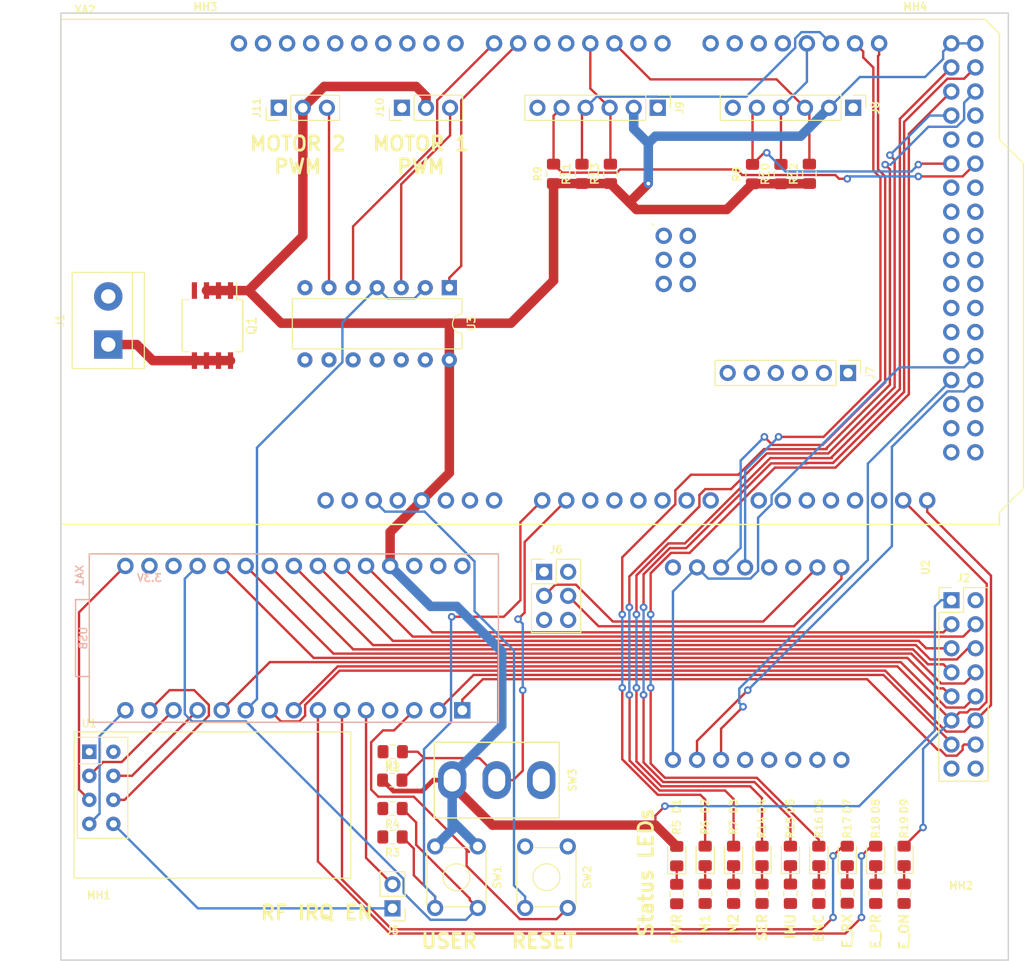
<source format=kicad_pcb>
(kicad_pcb (version 20171130) (host pcbnew "(5.0.0)")

  (general
    (thickness 1.6)
    (drawings 19)
    (tracks 537)
    (zones 0)
    (modules 50)
    (nets 89)
  )

  (page A4)
  (layers
    (0 F.Cu signal)
    (31 B.Cu signal)
    (32 B.Adhes user)
    (33 F.Adhes user)
    (34 B.Paste user)
    (35 F.Paste user)
    (36 B.SilkS user)
    (37 F.SilkS user)
    (38 B.Mask user)
    (39 F.Mask user)
    (40 Dwgs.User user)
    (41 Cmts.User user)
    (42 Eco1.User user)
    (43 Eco2.User user)
    (44 Edge.Cuts user)
    (45 Margin user)
    (46 B.CrtYd user)
    (47 F.CrtYd user)
    (48 B.Fab user)
    (49 F.Fab user hide)
  )

  (setup
    (last_trace_width 1)
    (user_trace_width 0.25)
    (user_trace_width 0.5)
    (user_trace_width 1)
    (trace_clearance 0.2)
    (zone_clearance 0.508)
    (zone_45_only no)
    (trace_min 0.2)
    (segment_width 0.2)
    (edge_width 0.15)
    (via_size 0.8)
    (via_drill 0.4)
    (via_min_size 0.4)
    (via_min_drill 0.3)
    (user_via 0.8 0.4)
    (user_via 1 0.6)
    (user_via 1.2 0.8)
    (uvia_size 0.3)
    (uvia_drill 0.1)
    (uvias_allowed no)
    (uvia_min_size 0.2)
    (uvia_min_drill 0.1)
    (pcb_text_width 0.3)
    (pcb_text_size 1.5 1.5)
    (mod_edge_width 0.15)
    (mod_text_size 0.8 0.8)
    (mod_text_width 0.15)
    (pad_size 1.524 1.524)
    (pad_drill 0.762)
    (pad_to_mask_clearance 0.05)
    (aux_axis_origin 0 0)
    (visible_elements 7FFFFFFF)
    (pcbplotparams
      (layerselection 0x010fc_ffffffff)
      (usegerberextensions false)
      (usegerberattributes false)
      (usegerberadvancedattributes false)
      (creategerberjobfile false)
      (excludeedgelayer true)
      (linewidth 0.100000)
      (plotframeref false)
      (viasonmask false)
      (mode 1)
      (useauxorigin false)
      (hpglpennumber 1)
      (hpglpenspeed 20)
      (hpglpendiameter 15.000000)
      (psnegative false)
      (psa4output false)
      (plotreference true)
      (plotvalue true)
      (plotinvisibletext false)
      (padsonsilk false)
      (subtractmaskfromsilk false)
      (outputformat 1)
      (mirror false)
      (drillshape 1)
      (scaleselection 1)
      (outputdirectory ""))
  )

  (net 0 "")
  (net 1 "Net-(D1-Pad1)")
  (net 2 +5V)
  (net 3 /STATUS_M1)
  (net 4 "Net-(D2-Pad1)")
  (net 5 "Net-(D3-Pad1)")
  (net 6 /STATUS_M2)
  (net 7 "Net-(D4-Pad1)")
  (net 8 /STATUS_SERIAL)
  (net 9 /STATUS_IMU)
  (net 10 "Net-(D5-Pad1)")
  (net 11 "Net-(D6-Pad1)")
  (net 12 /STATUS_ENC)
  (net 13 /ESTOP_RX)
  (net 14 "Net-(D7-Pad1)")
  (net 15 "Net-(D8-Pad1)")
  (net 16 /ESTOP_EN)
  (net 17 /ESTOP_ON)
  (net 18 "Net-(D9-Pad1)")
  (net 19 "Net-(J1-Pad1)")
  (net 20 GND)
  (net 21 /NANO_A7)
  (net 22 /NANO_A6)
  (net 23 /NANO_A5)
  (net 24 /NANO_A4)
  (net 25 /NANO_A3)
  (net 26 /NANO_A2)
  (net 27 /NANO_A1)
  (net 28 /NANO_D8)
  (net 29 /ESTOP_HS)
  (net 30 /NANO_RX)
  (net 31 /NANO_TX)
  (net 32 +3V3)
  (net 33 /SCL)
  (net 34 /SDA)
  (net 35 /MEGA_A13)
  (net 36 /MEGA_A12)
  (net 37 /MEGA_A11)
  (net 38 /MEGA_A10)
  (net 39 /MEGA_A9)
  (net 40 /MEGA_A8)
  (net 41 /MEGA_A7)
  (net 42 /MEGA_A6)
  (net 43 /MEGA_TX0)
  (net 44 /MEGA_RX0)
  (net 45 /MEGA_A2)
  (net 46 /MEGA_A3)
  (net 47 /MEGA_D32)
  (net 48 /MEGA_D33)
  (net 49 /MEGA_D34)
  (net 50 /MEGA_D35)
  (net 51 /MEGA_D36)
  (net 52 /MEGA_D37)
  (net 53 /MEGA_D38)
  (net 54 /MEGA_D39)
  (net 55 /ESTOP_IRQ)
  (net 56 /NANO_INT0)
  (net 57 "Net-(J6-Pad3)")
  (net 58 "Net-(J6-Pad4)")
  (net 59 /JOYSTICK_X)
  (net 60 /JOYSTICK_Y)
  (net 61 /JOYSTICK_SW)
  (net 62 /EN1_1)
  (net 63 /EN1_2)
  (net 64 /EN1_3)
  (net 65 /EN2_3)
  (net 66 /EN2_2)
  (net 67 /EN2_1)
  (net 68 /M1_OUT)
  (net 69 /M2_OUT)
  (net 70 /MEGA_SW2)
  (net 71 /MEGA_SW1)
  (net 72 /NANO_SW1)
  (net 73 /NANO_RESET)
  (net 74 /MEGA_RESET)
  (net 75 /ESTOP_CE)
  (net 76 /ESTOP_CSN)
  (net 77 /ESTOP_SCK)
  (net 78 /ESTOP_MOSI)
  (net 79 /ESTOP_MISO)
  (net 80 /IMU_RESET)
  (net 81 /MOSI)
  (net 82 /SCK)
  (net 83 /MISO)
  (net 84 /IMU_WAKE)
  (net 85 /IMU_CS)
  (net 86 /PWM_M1)
  (net 87 /ESTOP_TRAN)
  (net 88 /PWM_M2)

  (net_class Default "This is the default net class."
    (clearance 0.2)
    (trace_width 0.25)
    (via_dia 0.8)
    (via_drill 0.4)
    (uvia_dia 0.3)
    (uvia_drill 0.1)
    (add_net /EN1_1)
    (add_net /EN1_2)
    (add_net /EN1_3)
    (add_net /EN2_1)
    (add_net /EN2_2)
    (add_net /EN2_3)
    (add_net /ESTOP_CE)
    (add_net /ESTOP_CSN)
    (add_net /ESTOP_EN)
    (add_net /ESTOP_HS)
    (add_net /ESTOP_IRQ)
    (add_net /ESTOP_MISO)
    (add_net /ESTOP_MOSI)
    (add_net /ESTOP_ON)
    (add_net /ESTOP_RX)
    (add_net /ESTOP_SCK)
    (add_net /ESTOP_TRAN)
    (add_net /IMU_CS)
    (add_net /IMU_RESET)
    (add_net /IMU_WAKE)
    (add_net /JOYSTICK_SW)
    (add_net /JOYSTICK_X)
    (add_net /JOYSTICK_Y)
    (add_net /M1_OUT)
    (add_net /M2_OUT)
    (add_net /MEGA_A10)
    (add_net /MEGA_A11)
    (add_net /MEGA_A12)
    (add_net /MEGA_A13)
    (add_net /MEGA_A2)
    (add_net /MEGA_A3)
    (add_net /MEGA_A6)
    (add_net /MEGA_A7)
    (add_net /MEGA_A8)
    (add_net /MEGA_A9)
    (add_net /MEGA_D32)
    (add_net /MEGA_D33)
    (add_net /MEGA_D34)
    (add_net /MEGA_D35)
    (add_net /MEGA_D36)
    (add_net /MEGA_D37)
    (add_net /MEGA_D38)
    (add_net /MEGA_D39)
    (add_net /MEGA_RESET)
    (add_net /MEGA_RX0)
    (add_net /MEGA_SW1)
    (add_net /MEGA_SW2)
    (add_net /MEGA_TX0)
    (add_net /MISO)
    (add_net /MOSI)
    (add_net /NANO_A1)
    (add_net /NANO_A2)
    (add_net /NANO_A3)
    (add_net /NANO_A4)
    (add_net /NANO_A5)
    (add_net /NANO_A6)
    (add_net /NANO_A7)
    (add_net /NANO_D8)
    (add_net /NANO_INT0)
    (add_net /NANO_RESET)
    (add_net /NANO_RX)
    (add_net /NANO_SW1)
    (add_net /NANO_TX)
    (add_net /PWM_M1)
    (add_net /PWM_M2)
    (add_net /SCK)
    (add_net /SCL)
    (add_net /SDA)
    (add_net /STATUS_ENC)
    (add_net /STATUS_IMU)
    (add_net /STATUS_M1)
    (add_net /STATUS_M2)
    (add_net /STATUS_SERIAL)
    (add_net GND)
    (add_net "Net-(D1-Pad1)")
    (add_net "Net-(D2-Pad1)")
    (add_net "Net-(D3-Pad1)")
    (add_net "Net-(D4-Pad1)")
    (add_net "Net-(D5-Pad1)")
    (add_net "Net-(D6-Pad1)")
    (add_net "Net-(D7-Pad1)")
    (add_net "Net-(D8-Pad1)")
    (add_net "Net-(D9-Pad1)")
    (add_net "Net-(J6-Pad3)")
    (add_net "Net-(J6-Pad4)")
  )

  (net_class Power ""
    (clearance 0.2)
    (trace_width 0.5)
    (via_dia 0.8)
    (via_drill 0.4)
    (uvia_dia 0.3)
    (uvia_drill 0.1)
    (add_net +3V3)
    (add_net +5V)
    (add_net "Net-(J1-Pad1)")
  )

  (module BNO080:BNO080 (layer F.Cu) (tedit 5D475B5B) (tstamp 5D78F653)
    (at 110 76 270)
    (path /5D436B9B)
    (fp_text reference U2 (at 2.54 -1.27 270) (layer F.SilkS)
      (effects (font (size 0.8 0.8) (thickness 0.15)))
    )
    (fp_text value BNO080 (at 20.32 -1.27 270) (layer F.Fab)
      (effects (font (size 0.8 0.8) (thickness 0.15)))
    )
    (fp_line (start 0 0) (end 0 31.35) (layer F.CrtYd) (width 0.15))
    (fp_line (start 0 0) (end 25.5 0) (layer F.CrtYd) (width 0.15))
    (fp_line (start 0 31.35) (end 25.5 31.35) (layer F.CrtYd) (width 0.15))
    (fp_line (start 25.5 0) (end 25.5 31.35) (layer F.CrtYd) (width 0.15))
    (pad 0 thru_hole circle (at 2.54 7.62 270) (size 1.7 1.7) (drill 1) (layers *.Cu *.Mask)
      (net 58 "Net-(J6-Pad4)"))
    (pad 1 thru_hole circle (at 2.54 10.16 270) (size 1.7 1.7) (drill 1) (layers *.Cu *.Mask)
      (net 57 "Net-(J6-Pad3)"))
    (pad 2 thru_hole circle (at 2.54 12.7 270) (size 1.7 1.7) (drill 1) (layers *.Cu *.Mask)
      (net 20 GND))
    (pad 3 thru_hole circle (at 2.54 15.24 270) (size 1.7 1.7) (drill 1) (layers *.Cu *.Mask)
      (net 32 +3V3))
    (pad 4 thru_hole circle (at 2.54 17.78 270) (size 1.7 1.7) (drill 1) (layers *.Cu *.Mask)
      (net 34 /SDA))
    (pad 5 thru_hole circle (at 2.54 20.32 270) (size 1.7 1.7) (drill 1) (layers *.Cu *.Mask)
      (net 33 /SCL))
    (pad 6 thru_hole circle (at 2.54 22.86 270) (size 1.7 1.7) (drill 1) (layers *.Cu *.Mask)
      (net 80 /IMU_RESET))
    (pad 7 thru_hole circle (at 2.54 25.4 270) (size 1.7 1.7) (drill 1) (layers *.Cu *.Mask))
    (pad 8 thru_hole circle (at 22.86 7.62 270) (size 1.7 1.7) (drill 1) (layers *.Cu *.Mask)
      (net 20 GND))
    (pad 9 thru_hole circle (at 22.86 10.16 270) (size 1.7 1.7) (drill 1) (layers *.Cu *.Mask)
      (net 32 +3V3))
    (pad 12 thru_hole circle (at 22.86 17.78 270) (size 1.7 1.7) (drill 1) (layers *.Cu *.Mask)
      (net 81 /MOSI))
    (pad 10 thru_hole circle (at 22.86 12.7 270) (size 1.7 1.7) (drill 1) (layers *.Cu *.Mask)
      (net 82 /SCK))
    (pad 15 thru_hole circle (at 22.86 25.4 270) (size 1.7 1.7) (drill 1) (layers *.Cu *.Mask)
      (net 80 /IMU_RESET))
    (pad 11 thru_hole circle (at 22.86 15.24 270) (size 1.7 1.7) (drill 1) (layers *.Cu *.Mask)
      (net 83 /MISO))
    (pad 14 thru_hole circle (at 22.86 22.86 270) (size 1.7 1.7) (drill 1) (layers *.Cu *.Mask)
      (net 84 /IMU_WAKE))
    (pad 13 thru_hole circle (at 22.86 20.32 270) (size 1.7 1.7) (drill 1) (layers *.Cu *.Mask)
      (net 85 /IMU_CS))
  )

  (module LED_SMD:LED_0805_2012Metric_Pad1.15x1.40mm_HandSolder (layer F.Cu) (tedit 5B4B45C9) (tstamp 5D78F28D)
    (at 85 109.025 90)
    (descr "LED SMD 0805 (2012 Metric), square (rectangular) end terminal, IPC_7351 nominal, (Body size source: https://docs.google.com/spreadsheets/d/1BsfQQcO9C6DZCsRaXUlFlo91Tg2WpOkGARC1WS5S8t0/edit?usp=sharing), generated with kicad-footprint-generator")
    (tags "LED handsolder")
    (path /5D4174ED)
    (attr smd)
    (fp_text reference D1 (at 5.275 0 90) (layer F.SilkS)
      (effects (font (size 0.8 0.8) (thickness 0.15)))
    )
    (fp_text value STATUS_PWR (at 0 1.65 90) (layer F.Fab)
      (effects (font (size 0.8 0.8) (thickness 0.15)))
    )
    (fp_line (start 1 -0.6) (end -0.7 -0.6) (layer F.Fab) (width 0.1))
    (fp_line (start -0.7 -0.6) (end -1 -0.3) (layer F.Fab) (width 0.1))
    (fp_line (start -1 -0.3) (end -1 0.6) (layer F.Fab) (width 0.1))
    (fp_line (start -1 0.6) (end 1 0.6) (layer F.Fab) (width 0.1))
    (fp_line (start 1 0.6) (end 1 -0.6) (layer F.Fab) (width 0.1))
    (fp_line (start 1 -0.96) (end -1.86 -0.96) (layer F.SilkS) (width 0.12))
    (fp_line (start -1.86 -0.96) (end -1.86 0.96) (layer F.SilkS) (width 0.12))
    (fp_line (start -1.86 0.96) (end 1 0.96) (layer F.SilkS) (width 0.12))
    (fp_line (start -1.85 0.95) (end -1.85 -0.95) (layer F.CrtYd) (width 0.05))
    (fp_line (start -1.85 -0.95) (end 1.85 -0.95) (layer F.CrtYd) (width 0.05))
    (fp_line (start 1.85 -0.95) (end 1.85 0.95) (layer F.CrtYd) (width 0.05))
    (fp_line (start 1.85 0.95) (end -1.85 0.95) (layer F.CrtYd) (width 0.05))
    (fp_text user %R (at 0 0 90) (layer F.Fab)
      (effects (font (size 0.8 0.8) (thickness 0.15)))
    )
    (pad 1 smd roundrect (at -1.025 0 90) (size 1.15 1.4) (layers F.Cu F.Paste F.Mask) (roundrect_rratio 0.217391)
      (net 1 "Net-(D1-Pad1)"))
    (pad 2 smd roundrect (at 1.025 0 90) (size 1.15 1.4) (layers F.Cu F.Paste F.Mask) (roundrect_rratio 0.217391)
      (net 2 +5V))
    (model ${KISYS3DMOD}/LED_SMD.3dshapes/LED_0805_2012Metric.wrl
      (at (xyz 0 0 0))
      (scale (xyz 1 1 1))
      (rotate (xyz 0 0 0))
    )
  )

  (module LED_SMD:LED_0805_2012Metric_Pad1.15x1.40mm_HandSolder (layer F.Cu) (tedit 5B4B45C9) (tstamp 5D7931CD)
    (at 88 109 90)
    (descr "LED SMD 0805 (2012 Metric), square (rectangular) end terminal, IPC_7351 nominal, (Body size source: https://docs.google.com/spreadsheets/d/1BsfQQcO9C6DZCsRaXUlFlo91Tg2WpOkGARC1WS5S8t0/edit?usp=sharing), generated with kicad-footprint-generator")
    (tags "LED handsolder")
    (path /5D418F9F)
    (attr smd)
    (fp_text reference D2 (at 5.25 0 90) (layer F.SilkS)
      (effects (font (size 0.8 0.8) (thickness 0.15)))
    )
    (fp_text value STATUS_M1 (at 0 1.65 90) (layer F.Fab)
      (effects (font (size 0.8 0.8) (thickness 0.15)))
    )
    (fp_text user %R (at 0 0 90) (layer F.Fab)
      (effects (font (size 0.8 0.8) (thickness 0.15)))
    )
    (fp_line (start 1.85 0.95) (end -1.85 0.95) (layer F.CrtYd) (width 0.05))
    (fp_line (start 1.85 -0.95) (end 1.85 0.95) (layer F.CrtYd) (width 0.05))
    (fp_line (start -1.85 -0.95) (end 1.85 -0.95) (layer F.CrtYd) (width 0.05))
    (fp_line (start -1.85 0.95) (end -1.85 -0.95) (layer F.CrtYd) (width 0.05))
    (fp_line (start -1.86 0.96) (end 1 0.96) (layer F.SilkS) (width 0.12))
    (fp_line (start -1.86 -0.96) (end -1.86 0.96) (layer F.SilkS) (width 0.12))
    (fp_line (start 1 -0.96) (end -1.86 -0.96) (layer F.SilkS) (width 0.12))
    (fp_line (start 1 0.6) (end 1 -0.6) (layer F.Fab) (width 0.1))
    (fp_line (start -1 0.6) (end 1 0.6) (layer F.Fab) (width 0.1))
    (fp_line (start -1 -0.3) (end -1 0.6) (layer F.Fab) (width 0.1))
    (fp_line (start -0.7 -0.6) (end -1 -0.3) (layer F.Fab) (width 0.1))
    (fp_line (start 1 -0.6) (end -0.7 -0.6) (layer F.Fab) (width 0.1))
    (pad 2 smd roundrect (at 1.025 0 90) (size 1.15 1.4) (layers F.Cu F.Paste F.Mask) (roundrect_rratio 0.217391)
      (net 3 /STATUS_M1))
    (pad 1 smd roundrect (at -1.025 0 90) (size 1.15 1.4) (layers F.Cu F.Paste F.Mask) (roundrect_rratio 0.217391)
      (net 4 "Net-(D2-Pad1)"))
    (model ${KISYS3DMOD}/LED_SMD.3dshapes/LED_0805_2012Metric.wrl
      (at (xyz 0 0 0))
      (scale (xyz 1 1 1))
      (rotate (xyz 0 0 0))
    )
  )

  (module LED_SMD:LED_0805_2012Metric_Pad1.15x1.40mm_HandSolder (layer F.Cu) (tedit 5B4B45C9) (tstamp 5D78F2B3)
    (at 91 109 90)
    (descr "LED SMD 0805 (2012 Metric), square (rectangular) end terminal, IPC_7351 nominal, (Body size source: https://docs.google.com/spreadsheets/d/1BsfQQcO9C6DZCsRaXUlFlo91Tg2WpOkGARC1WS5S8t0/edit?usp=sharing), generated with kicad-footprint-generator")
    (tags "LED handsolder")
    (path /5D41903F)
    (attr smd)
    (fp_text reference D3 (at 5.25 0 90) (layer F.SilkS)
      (effects (font (size 0.8 0.8) (thickness 0.15)))
    )
    (fp_text value STATUS_M2 (at 0 1.65 90) (layer F.Fab)
      (effects (font (size 0.8 0.8) (thickness 0.15)))
    )
    (fp_line (start 1 -0.6) (end -0.7 -0.6) (layer F.Fab) (width 0.1))
    (fp_line (start -0.7 -0.6) (end -1 -0.3) (layer F.Fab) (width 0.1))
    (fp_line (start -1 -0.3) (end -1 0.6) (layer F.Fab) (width 0.1))
    (fp_line (start -1 0.6) (end 1 0.6) (layer F.Fab) (width 0.1))
    (fp_line (start 1 0.6) (end 1 -0.6) (layer F.Fab) (width 0.1))
    (fp_line (start 1 -0.96) (end -1.86 -0.96) (layer F.SilkS) (width 0.12))
    (fp_line (start -1.86 -0.96) (end -1.86 0.96) (layer F.SilkS) (width 0.12))
    (fp_line (start -1.86 0.96) (end 1 0.96) (layer F.SilkS) (width 0.12))
    (fp_line (start -1.85 0.95) (end -1.85 -0.95) (layer F.CrtYd) (width 0.05))
    (fp_line (start -1.85 -0.95) (end 1.85 -0.95) (layer F.CrtYd) (width 0.05))
    (fp_line (start 1.85 -0.95) (end 1.85 0.95) (layer F.CrtYd) (width 0.05))
    (fp_line (start 1.85 0.95) (end -1.85 0.95) (layer F.CrtYd) (width 0.05))
    (fp_text user %R (at 0 0 90) (layer F.Fab)
      (effects (font (size 0.8 0.8) (thickness 0.15)))
    )
    (pad 1 smd roundrect (at -1.025 0 90) (size 1.15 1.4) (layers F.Cu F.Paste F.Mask) (roundrect_rratio 0.217391)
      (net 5 "Net-(D3-Pad1)"))
    (pad 2 smd roundrect (at 1.025 0 90) (size 1.15 1.4) (layers F.Cu F.Paste F.Mask) (roundrect_rratio 0.217391)
      (net 6 /STATUS_M2))
    (model ${KISYS3DMOD}/LED_SMD.3dshapes/LED_0805_2012Metric.wrl
      (at (xyz 0 0 0))
      (scale (xyz 1 1 1))
      (rotate (xyz 0 0 0))
    )
  )

  (module LED_SMD:LED_0805_2012Metric_Pad1.15x1.40mm_HandSolder (layer F.Cu) (tedit 5B4B45C9) (tstamp 5D78F2C6)
    (at 94 109 90)
    (descr "LED SMD 0805 (2012 Metric), square (rectangular) end terminal, IPC_7351 nominal, (Body size source: https://docs.google.com/spreadsheets/d/1BsfQQcO9C6DZCsRaXUlFlo91Tg2WpOkGARC1WS5S8t0/edit?usp=sharing), generated with kicad-footprint-generator")
    (tags "LED handsolder")
    (path /5D4316A5)
    (attr smd)
    (fp_text reference D4 (at 5.25 0 90) (layer F.SilkS)
      (effects (font (size 0.8 0.8) (thickness 0.15)))
    )
    (fp_text value STATUS_SERIAL (at 0 1.65 90) (layer F.Fab)
      (effects (font (size 0.8 0.8) (thickness 0.15)))
    )
    (fp_line (start 1 -0.6) (end -0.7 -0.6) (layer F.Fab) (width 0.1))
    (fp_line (start -0.7 -0.6) (end -1 -0.3) (layer F.Fab) (width 0.1))
    (fp_line (start -1 -0.3) (end -1 0.6) (layer F.Fab) (width 0.1))
    (fp_line (start -1 0.6) (end 1 0.6) (layer F.Fab) (width 0.1))
    (fp_line (start 1 0.6) (end 1 -0.6) (layer F.Fab) (width 0.1))
    (fp_line (start 1 -0.96) (end -1.86 -0.96) (layer F.SilkS) (width 0.12))
    (fp_line (start -1.86 -0.96) (end -1.86 0.96) (layer F.SilkS) (width 0.12))
    (fp_line (start -1.86 0.96) (end 1 0.96) (layer F.SilkS) (width 0.12))
    (fp_line (start -1.85 0.95) (end -1.85 -0.95) (layer F.CrtYd) (width 0.05))
    (fp_line (start -1.85 -0.95) (end 1.85 -0.95) (layer F.CrtYd) (width 0.05))
    (fp_line (start 1.85 -0.95) (end 1.85 0.95) (layer F.CrtYd) (width 0.05))
    (fp_line (start 1.85 0.95) (end -1.85 0.95) (layer F.CrtYd) (width 0.05))
    (fp_text user %R (at 0 0 90) (layer F.Fab)
      (effects (font (size 0.8 0.8) (thickness 0.15)))
    )
    (pad 1 smd roundrect (at -1.025 0 90) (size 1.15 1.4) (layers F.Cu F.Paste F.Mask) (roundrect_rratio 0.217391)
      (net 7 "Net-(D4-Pad1)"))
    (pad 2 smd roundrect (at 1.025 0 90) (size 1.15 1.4) (layers F.Cu F.Paste F.Mask) (roundrect_rratio 0.217391)
      (net 8 /STATUS_SERIAL))
    (model ${KISYS3DMOD}/LED_SMD.3dshapes/LED_0805_2012Metric.wrl
      (at (xyz 0 0 0))
      (scale (xyz 1 1 1))
      (rotate (xyz 0 0 0))
    )
  )

  (module LED_SMD:LED_0805_2012Metric_Pad1.15x1.40mm_HandSolder (layer F.Cu) (tedit 5B4B45C9) (tstamp 5D78F2D9)
    (at 97 109 90)
    (descr "LED SMD 0805 (2012 Metric), square (rectangular) end terminal, IPC_7351 nominal, (Body size source: https://docs.google.com/spreadsheets/d/1BsfQQcO9C6DZCsRaXUlFlo91Tg2WpOkGARC1WS5S8t0/edit?usp=sharing), generated with kicad-footprint-generator")
    (tags "LED handsolder")
    (path /5D4316AC)
    (attr smd)
    (fp_text reference D5 (at 5.25 0 90) (layer F.SilkS)
      (effects (font (size 0.8 0.8) (thickness 0.15)))
    )
    (fp_text value STATUS_IMU (at 0 1.65 90) (layer F.Fab)
      (effects (font (size 0.8 0.8) (thickness 0.15)))
    )
    (fp_text user %R (at 0 0 90) (layer F.Fab)
      (effects (font (size 0.8 0.8) (thickness 0.15)))
    )
    (fp_line (start 1.85 0.95) (end -1.85 0.95) (layer F.CrtYd) (width 0.05))
    (fp_line (start 1.85 -0.95) (end 1.85 0.95) (layer F.CrtYd) (width 0.05))
    (fp_line (start -1.85 -0.95) (end 1.85 -0.95) (layer F.CrtYd) (width 0.05))
    (fp_line (start -1.85 0.95) (end -1.85 -0.95) (layer F.CrtYd) (width 0.05))
    (fp_line (start -1.86 0.96) (end 1 0.96) (layer F.SilkS) (width 0.12))
    (fp_line (start -1.86 -0.96) (end -1.86 0.96) (layer F.SilkS) (width 0.12))
    (fp_line (start 1 -0.96) (end -1.86 -0.96) (layer F.SilkS) (width 0.12))
    (fp_line (start 1 0.6) (end 1 -0.6) (layer F.Fab) (width 0.1))
    (fp_line (start -1 0.6) (end 1 0.6) (layer F.Fab) (width 0.1))
    (fp_line (start -1 -0.3) (end -1 0.6) (layer F.Fab) (width 0.1))
    (fp_line (start -0.7 -0.6) (end -1 -0.3) (layer F.Fab) (width 0.1))
    (fp_line (start 1 -0.6) (end -0.7 -0.6) (layer F.Fab) (width 0.1))
    (pad 2 smd roundrect (at 1.025 0 90) (size 1.15 1.4) (layers F.Cu F.Paste F.Mask) (roundrect_rratio 0.217391)
      (net 9 /STATUS_IMU))
    (pad 1 smd roundrect (at -1.025 0 90) (size 1.15 1.4) (layers F.Cu F.Paste F.Mask) (roundrect_rratio 0.217391)
      (net 10 "Net-(D5-Pad1)"))
    (model ${KISYS3DMOD}/LED_SMD.3dshapes/LED_0805_2012Metric.wrl
      (at (xyz 0 0 0))
      (scale (xyz 1 1 1))
      (rotate (xyz 0 0 0))
    )
  )

  (module LED_SMD:LED_0805_2012Metric_Pad1.15x1.40mm_HandSolder (layer F.Cu) (tedit 5B4B45C9) (tstamp 5D78F2EC)
    (at 100 109 90)
    (descr "LED SMD 0805 (2012 Metric), square (rectangular) end terminal, IPC_7351 nominal, (Body size source: https://docs.google.com/spreadsheets/d/1BsfQQcO9C6DZCsRaXUlFlo91Tg2WpOkGARC1WS5S8t0/edit?usp=sharing), generated with kicad-footprint-generator")
    (tags "LED handsolder")
    (path /5D4316B3)
    (attr smd)
    (fp_text reference D6 (at 5.25 0 90) (layer F.SilkS)
      (effects (font (size 0.8 0.8) (thickness 0.15)))
    )
    (fp_text value STATUS_ENCODER (at 0 1.65 90) (layer F.Fab)
      (effects (font (size 0.8 0.8) (thickness 0.15)))
    )
    (fp_line (start 1 -0.6) (end -0.7 -0.6) (layer F.Fab) (width 0.1))
    (fp_line (start -0.7 -0.6) (end -1 -0.3) (layer F.Fab) (width 0.1))
    (fp_line (start -1 -0.3) (end -1 0.6) (layer F.Fab) (width 0.1))
    (fp_line (start -1 0.6) (end 1 0.6) (layer F.Fab) (width 0.1))
    (fp_line (start 1 0.6) (end 1 -0.6) (layer F.Fab) (width 0.1))
    (fp_line (start 1 -0.96) (end -1.86 -0.96) (layer F.SilkS) (width 0.12))
    (fp_line (start -1.86 -0.96) (end -1.86 0.96) (layer F.SilkS) (width 0.12))
    (fp_line (start -1.86 0.96) (end 1 0.96) (layer F.SilkS) (width 0.12))
    (fp_line (start -1.85 0.95) (end -1.85 -0.95) (layer F.CrtYd) (width 0.05))
    (fp_line (start -1.85 -0.95) (end 1.85 -0.95) (layer F.CrtYd) (width 0.05))
    (fp_line (start 1.85 -0.95) (end 1.85 0.95) (layer F.CrtYd) (width 0.05))
    (fp_line (start 1.85 0.95) (end -1.85 0.95) (layer F.CrtYd) (width 0.05))
    (fp_text user %R (at 0 0 90) (layer F.Fab)
      (effects (font (size 0.8 0.8) (thickness 0.15)))
    )
    (pad 1 smd roundrect (at -1.025 0 90) (size 1.15 1.4) (layers F.Cu F.Paste F.Mask) (roundrect_rratio 0.217391)
      (net 11 "Net-(D6-Pad1)"))
    (pad 2 smd roundrect (at 1.025 0 90) (size 1.15 1.4) (layers F.Cu F.Paste F.Mask) (roundrect_rratio 0.217391)
      (net 12 /STATUS_ENC))
    (model ${KISYS3DMOD}/LED_SMD.3dshapes/LED_0805_2012Metric.wrl
      (at (xyz 0 0 0))
      (scale (xyz 1 1 1))
      (rotate (xyz 0 0 0))
    )
  )

  (module LED_SMD:LED_0805_2012Metric_Pad1.15x1.40mm_HandSolder (layer F.Cu) (tedit 5B4B45C9) (tstamp 5D78F2FF)
    (at 103 109 90)
    (descr "LED SMD 0805 (2012 Metric), square (rectangular) end terminal, IPC_7351 nominal, (Body size source: https://docs.google.com/spreadsheets/d/1BsfQQcO9C6DZCsRaXUlFlo91Tg2WpOkGARC1WS5S8t0/edit?usp=sharing), generated with kicad-footprint-generator")
    (tags "LED handsolder")
    (path /5D422938)
    (attr smd)
    (fp_text reference D7 (at 5.25 0 90) (layer F.SilkS)
      (effects (font (size 0.8 0.8) (thickness 0.15)))
    )
    (fp_text value ESTOP_RX (at 0 1.65 90) (layer F.Fab)
      (effects (font (size 0.8 0.8) (thickness 0.15)))
    )
    (fp_text user %R (at 0 0 90) (layer F.Fab)
      (effects (font (size 0.8 0.8) (thickness 0.15)))
    )
    (fp_line (start 1.85 0.95) (end -1.85 0.95) (layer F.CrtYd) (width 0.05))
    (fp_line (start 1.85 -0.95) (end 1.85 0.95) (layer F.CrtYd) (width 0.05))
    (fp_line (start -1.85 -0.95) (end 1.85 -0.95) (layer F.CrtYd) (width 0.05))
    (fp_line (start -1.85 0.95) (end -1.85 -0.95) (layer F.CrtYd) (width 0.05))
    (fp_line (start -1.86 0.96) (end 1 0.96) (layer F.SilkS) (width 0.12))
    (fp_line (start -1.86 -0.96) (end -1.86 0.96) (layer F.SilkS) (width 0.12))
    (fp_line (start 1 -0.96) (end -1.86 -0.96) (layer F.SilkS) (width 0.12))
    (fp_line (start 1 0.6) (end 1 -0.6) (layer F.Fab) (width 0.1))
    (fp_line (start -1 0.6) (end 1 0.6) (layer F.Fab) (width 0.1))
    (fp_line (start -1 -0.3) (end -1 0.6) (layer F.Fab) (width 0.1))
    (fp_line (start -0.7 -0.6) (end -1 -0.3) (layer F.Fab) (width 0.1))
    (fp_line (start 1 -0.6) (end -0.7 -0.6) (layer F.Fab) (width 0.1))
    (pad 2 smd roundrect (at 1.025 0 90) (size 1.15 1.4) (layers F.Cu F.Paste F.Mask) (roundrect_rratio 0.217391)
      (net 13 /ESTOP_RX))
    (pad 1 smd roundrect (at -1.025 0 90) (size 1.15 1.4) (layers F.Cu F.Paste F.Mask) (roundrect_rratio 0.217391)
      (net 14 "Net-(D7-Pad1)"))
    (model ${KISYS3DMOD}/LED_SMD.3dshapes/LED_0805_2012Metric.wrl
      (at (xyz 0 0 0))
      (scale (xyz 1 1 1))
      (rotate (xyz 0 0 0))
    )
  )

  (module LED_SMD:LED_0805_2012Metric_Pad1.15x1.40mm_HandSolder (layer F.Cu) (tedit 5B4B45C9) (tstamp 5D78F312)
    (at 106 109 90)
    (descr "LED SMD 0805 (2012 Metric), square (rectangular) end terminal, IPC_7351 nominal, (Body size source: https://docs.google.com/spreadsheets/d/1BsfQQcO9C6DZCsRaXUlFlo91Tg2WpOkGARC1WS5S8t0/edit?usp=sharing), generated with kicad-footprint-generator")
    (tags "LED handsolder")
    (path /5D42293F)
    (attr smd)
    (fp_text reference D8 (at 5.25 0 90) (layer F.SilkS)
      (effects (font (size 0.8 0.8) (thickness 0.15)))
    )
    (fp_text value ESTOP_EN (at 0 1.65 90) (layer F.Fab)
      (effects (font (size 0.8 0.8) (thickness 0.15)))
    )
    (fp_line (start 1 -0.6) (end -0.7 -0.6) (layer F.Fab) (width 0.1))
    (fp_line (start -0.7 -0.6) (end -1 -0.3) (layer F.Fab) (width 0.1))
    (fp_line (start -1 -0.3) (end -1 0.6) (layer F.Fab) (width 0.1))
    (fp_line (start -1 0.6) (end 1 0.6) (layer F.Fab) (width 0.1))
    (fp_line (start 1 0.6) (end 1 -0.6) (layer F.Fab) (width 0.1))
    (fp_line (start 1 -0.96) (end -1.86 -0.96) (layer F.SilkS) (width 0.12))
    (fp_line (start -1.86 -0.96) (end -1.86 0.96) (layer F.SilkS) (width 0.12))
    (fp_line (start -1.86 0.96) (end 1 0.96) (layer F.SilkS) (width 0.12))
    (fp_line (start -1.85 0.95) (end -1.85 -0.95) (layer F.CrtYd) (width 0.05))
    (fp_line (start -1.85 -0.95) (end 1.85 -0.95) (layer F.CrtYd) (width 0.05))
    (fp_line (start 1.85 -0.95) (end 1.85 0.95) (layer F.CrtYd) (width 0.05))
    (fp_line (start 1.85 0.95) (end -1.85 0.95) (layer F.CrtYd) (width 0.05))
    (fp_text user %R (at 0 0 90) (layer F.Fab)
      (effects (font (size 0.8 0.8) (thickness 0.15)))
    )
    (pad 1 smd roundrect (at -1.025 0 90) (size 1.15 1.4) (layers F.Cu F.Paste F.Mask) (roundrect_rratio 0.217391)
      (net 15 "Net-(D8-Pad1)"))
    (pad 2 smd roundrect (at 1.025 0 90) (size 1.15 1.4) (layers F.Cu F.Paste F.Mask) (roundrect_rratio 0.217391)
      (net 16 /ESTOP_EN))
    (model ${KISYS3DMOD}/LED_SMD.3dshapes/LED_0805_2012Metric.wrl
      (at (xyz 0 0 0))
      (scale (xyz 1 1 1))
      (rotate (xyz 0 0 0))
    )
  )

  (module LED_SMD:LED_0805_2012Metric_Pad1.15x1.40mm_HandSolder (layer F.Cu) (tedit 5B4B45C9) (tstamp 5D78F325)
    (at 109 109 90)
    (descr "LED SMD 0805 (2012 Metric), square (rectangular) end terminal, IPC_7351 nominal, (Body size source: https://docs.google.com/spreadsheets/d/1BsfQQcO9C6DZCsRaXUlFlo91Tg2WpOkGARC1WS5S8t0/edit?usp=sharing), generated with kicad-footprint-generator")
    (tags "LED handsolder")
    (path /5D422946)
    (attr smd)
    (fp_text reference D9 (at 5.25 0 90) (layer F.SilkS)
      (effects (font (size 0.8 0.8) (thickness 0.15)))
    )
    (fp_text value ESTOP_ON (at 0 1.65 90) (layer F.Fab)
      (effects (font (size 0.8 0.8) (thickness 0.15)))
    )
    (fp_text user %R (at 0 0 90) (layer F.Fab)
      (effects (font (size 0.8 0.8) (thickness 0.15)))
    )
    (fp_line (start 1.85 0.95) (end -1.85 0.95) (layer F.CrtYd) (width 0.05))
    (fp_line (start 1.85 -0.95) (end 1.85 0.95) (layer F.CrtYd) (width 0.05))
    (fp_line (start -1.85 -0.95) (end 1.85 -0.95) (layer F.CrtYd) (width 0.05))
    (fp_line (start -1.85 0.95) (end -1.85 -0.95) (layer F.CrtYd) (width 0.05))
    (fp_line (start -1.86 0.96) (end 1 0.96) (layer F.SilkS) (width 0.12))
    (fp_line (start -1.86 -0.96) (end -1.86 0.96) (layer F.SilkS) (width 0.12))
    (fp_line (start 1 -0.96) (end -1.86 -0.96) (layer F.SilkS) (width 0.12))
    (fp_line (start 1 0.6) (end 1 -0.6) (layer F.Fab) (width 0.1))
    (fp_line (start -1 0.6) (end 1 0.6) (layer F.Fab) (width 0.1))
    (fp_line (start -1 -0.3) (end -1 0.6) (layer F.Fab) (width 0.1))
    (fp_line (start -0.7 -0.6) (end -1 -0.3) (layer F.Fab) (width 0.1))
    (fp_line (start 1 -0.6) (end -0.7 -0.6) (layer F.Fab) (width 0.1))
    (pad 2 smd roundrect (at 1.025 0 90) (size 1.15 1.4) (layers F.Cu F.Paste F.Mask) (roundrect_rratio 0.217391)
      (net 17 /ESTOP_ON))
    (pad 1 smd roundrect (at -1.025 0 90) (size 1.15 1.4) (layers F.Cu F.Paste F.Mask) (roundrect_rratio 0.217391)
      (net 18 "Net-(D9-Pad1)"))
    (model ${KISYS3DMOD}/LED_SMD.3dshapes/LED_0805_2012Metric.wrl
      (at (xyz 0 0 0))
      (scale (xyz 1 1 1))
      (rotate (xyz 0 0 0))
    )
  )

  (module TerminalBlock:TerminalBlock_bornier-2_P5.08mm (layer F.Cu) (tedit 59FF03AB) (tstamp 5D78F33A)
    (at 25 55 90)
    (descr "simple 2-pin terminal block, pitch 5.08mm, revamped version of bornier2")
    (tags "terminal block bornier2")
    (path /5D43FD45)
    (fp_text reference J1 (at 2.54 -5.08 90) (layer F.SilkS)
      (effects (font (size 0.8 0.8) (thickness 0.15)))
    )
    (fp_text value Power_In (at 2.54 5.08 90) (layer F.Fab)
      (effects (font (size 0.8 0.8) (thickness 0.15)))
    )
    (fp_text user %R (at 2.54 0 90) (layer F.Fab)
      (effects (font (size 0.8 0.8) (thickness 0.15)))
    )
    (fp_line (start -2.41 2.55) (end 7.49 2.55) (layer F.Fab) (width 0.1))
    (fp_line (start -2.46 -3.75) (end -2.46 3.75) (layer F.Fab) (width 0.1))
    (fp_line (start -2.46 3.75) (end 7.54 3.75) (layer F.Fab) (width 0.1))
    (fp_line (start 7.54 3.75) (end 7.54 -3.75) (layer F.Fab) (width 0.1))
    (fp_line (start 7.54 -3.75) (end -2.46 -3.75) (layer F.Fab) (width 0.1))
    (fp_line (start 7.62 2.54) (end -2.54 2.54) (layer F.SilkS) (width 0.12))
    (fp_line (start 7.62 3.81) (end 7.62 -3.81) (layer F.SilkS) (width 0.12))
    (fp_line (start 7.62 -3.81) (end -2.54 -3.81) (layer F.SilkS) (width 0.12))
    (fp_line (start -2.54 -3.81) (end -2.54 3.81) (layer F.SilkS) (width 0.12))
    (fp_line (start -2.54 3.81) (end 7.62 3.81) (layer F.SilkS) (width 0.12))
    (fp_line (start -2.71 -4) (end 7.79 -4) (layer F.CrtYd) (width 0.05))
    (fp_line (start -2.71 -4) (end -2.71 4) (layer F.CrtYd) (width 0.05))
    (fp_line (start 7.79 4) (end 7.79 -4) (layer F.CrtYd) (width 0.05))
    (fp_line (start 7.79 4) (end -2.71 4) (layer F.CrtYd) (width 0.05))
    (pad 1 thru_hole rect (at 0 0 90) (size 3 3) (drill 1.52) (layers *.Cu *.Mask)
      (net 19 "Net-(J1-Pad1)"))
    (pad 2 thru_hole circle (at 5.08 0 90) (size 3 3) (drill 1.52) (layers *.Cu *.Mask)
      (net 20 GND))
    (model ${KISYS3DMOD}/TerminalBlock.3dshapes/TerminalBlock_bornier-2_P5.08mm.wrl
      (offset (xyz 2.539999961853027 0 0))
      (scale (xyz 1 1 1))
      (rotate (xyz 0 0 0))
    )
  )

  (module Connector_PinHeader_2.54mm:PinHeader_2x08_P2.54mm_Vertical (layer F.Cu) (tedit 59FED5CC) (tstamp 5D78F360)
    (at 114 82)
    (descr "Through hole straight pin header, 2x08, 2.54mm pitch, double rows")
    (tags "Through hole pin header THT 2x08 2.54mm double row")
    (path /5D42E605)
    (fp_text reference J2 (at 1.27 -2.33) (layer F.SilkS)
      (effects (font (size 0.8 0.8) (thickness 0.15)))
    )
    (fp_text value GPIO_NANO_1 (at 1.27 20.11) (layer F.Fab)
      (effects (font (size 0.8 0.8) (thickness 0.15)))
    )
    (fp_line (start 0 -1.27) (end 3.81 -1.27) (layer F.Fab) (width 0.1))
    (fp_line (start 3.81 -1.27) (end 3.81 19.05) (layer F.Fab) (width 0.1))
    (fp_line (start 3.81 19.05) (end -1.27 19.05) (layer F.Fab) (width 0.1))
    (fp_line (start -1.27 19.05) (end -1.27 0) (layer F.Fab) (width 0.1))
    (fp_line (start -1.27 0) (end 0 -1.27) (layer F.Fab) (width 0.1))
    (fp_line (start -1.33 19.11) (end 3.87 19.11) (layer F.SilkS) (width 0.12))
    (fp_line (start -1.33 1.27) (end -1.33 19.11) (layer F.SilkS) (width 0.12))
    (fp_line (start 3.87 -1.33) (end 3.87 19.11) (layer F.SilkS) (width 0.12))
    (fp_line (start -1.33 1.27) (end 1.27 1.27) (layer F.SilkS) (width 0.12))
    (fp_line (start 1.27 1.27) (end 1.27 -1.33) (layer F.SilkS) (width 0.12))
    (fp_line (start 1.27 -1.33) (end 3.87 -1.33) (layer F.SilkS) (width 0.12))
    (fp_line (start -1.33 0) (end -1.33 -1.33) (layer F.SilkS) (width 0.12))
    (fp_line (start -1.33 -1.33) (end 0 -1.33) (layer F.SilkS) (width 0.12))
    (fp_line (start -1.8 -1.8) (end -1.8 19.55) (layer F.CrtYd) (width 0.05))
    (fp_line (start -1.8 19.55) (end 4.35 19.55) (layer F.CrtYd) (width 0.05))
    (fp_line (start 4.35 19.55) (end 4.35 -1.8) (layer F.CrtYd) (width 0.05))
    (fp_line (start 4.35 -1.8) (end -1.8 -1.8) (layer F.CrtYd) (width 0.05))
    (fp_text user %R (at 1.27 8.89 90) (layer F.Fab)
      (effects (font (size 0.8 0.8) (thickness 0.15)))
    )
    (pad 1 thru_hole rect (at 0 0) (size 1.7 1.7) (drill 1) (layers *.Cu *.Mask)
      (net 2 +5V))
    (pad 2 thru_hole oval (at 2.54 0) (size 1.7 1.7) (drill 1) (layers *.Cu *.Mask)
      (net 20 GND))
    (pad 3 thru_hole oval (at 0 2.54) (size 1.7 1.7) (drill 1) (layers *.Cu *.Mask)
      (net 21 /NANO_A7))
    (pad 4 thru_hole oval (at 2.54 2.54) (size 1.7 1.7) (drill 1) (layers *.Cu *.Mask)
      (net 22 /NANO_A6))
    (pad 5 thru_hole oval (at 0 5.08) (size 1.7 1.7) (drill 1) (layers *.Cu *.Mask)
      (net 23 /NANO_A5))
    (pad 6 thru_hole oval (at 2.54 5.08) (size 1.7 1.7) (drill 1) (layers *.Cu *.Mask)
      (net 24 /NANO_A4))
    (pad 7 thru_hole oval (at 0 7.62) (size 1.7 1.7) (drill 1) (layers *.Cu *.Mask)
      (net 25 /NANO_A3))
    (pad 8 thru_hole oval (at 2.54 7.62) (size 1.7 1.7) (drill 1) (layers *.Cu *.Mask)
      (net 26 /NANO_A2))
    (pad 9 thru_hole oval (at 0 10.16) (size 1.7 1.7) (drill 1) (layers *.Cu *.Mask)
      (net 27 /NANO_A1))
    (pad 10 thru_hole oval (at 2.54 10.16) (size 1.7 1.7) (drill 1) (layers *.Cu *.Mask)
      (net 28 /NANO_D8))
    (pad 11 thru_hole oval (at 0 12.7) (size 1.7 1.7) (drill 1) (layers *.Cu *.Mask)
      (net 17 /ESTOP_ON))
    (pad 12 thru_hole oval (at 2.54 12.7) (size 1.7 1.7) (drill 1) (layers *.Cu *.Mask)
      (net 29 /ESTOP_HS))
    (pad 13 thru_hole oval (at 0 15.24) (size 1.7 1.7) (drill 1) (layers *.Cu *.Mask)
      (net 30 /NANO_RX))
    (pad 14 thru_hole oval (at 2.54 15.24) (size 1.7 1.7) (drill 1) (layers *.Cu *.Mask)
      (net 31 /NANO_TX))
    (pad 15 thru_hole oval (at 0 17.78) (size 1.7 1.7) (drill 1) (layers *.Cu *.Mask)
      (net 32 +3V3))
    (pad 16 thru_hole oval (at 2.54 17.78) (size 1.7 1.7) (drill 1) (layers *.Cu *.Mask)
      (net 20 GND))
    (model ${KISYS3DMOD}/Connector_PinHeader_2.54mm.3dshapes/PinHeader_2x08_P2.54mm_Vertical.wrl
      (at (xyz 0 0 0))
      (scale (xyz 1 1 1))
      (rotate (xyz 0 0 0))
    )
  )

  (module Connector_PinHeader_2.54mm:PinHeader_1x02_P2.54mm_Vertical (layer F.Cu) (tedit 59FED5CC) (tstamp 5D78F3C2)
    (at 55 114.54 180)
    (descr "Through hole straight pin header, 1x02, 2.54mm pitch, single row")
    (tags "Through hole pin header THT 1x02 2.54mm single row")
    (path /5D5A27D7)
    (fp_text reference J5 (at 0 -2.33 180) (layer F.SilkS)
      (effects (font (size 0.8 0.8) (thickness 0.15)))
    )
    (fp_text value ESTOP_IRQ_EN (at 0 4.87 180) (layer F.Fab)
      (effects (font (size 0.8 0.8) (thickness 0.15)))
    )
    (fp_line (start -0.635 -1.27) (end 1.27 -1.27) (layer F.Fab) (width 0.1))
    (fp_line (start 1.27 -1.27) (end 1.27 3.81) (layer F.Fab) (width 0.1))
    (fp_line (start 1.27 3.81) (end -1.27 3.81) (layer F.Fab) (width 0.1))
    (fp_line (start -1.27 3.81) (end -1.27 -0.635) (layer F.Fab) (width 0.1))
    (fp_line (start -1.27 -0.635) (end -0.635 -1.27) (layer F.Fab) (width 0.1))
    (fp_line (start -1.33 3.87) (end 1.33 3.87) (layer F.SilkS) (width 0.12))
    (fp_line (start -1.33 1.27) (end -1.33 3.87) (layer F.SilkS) (width 0.12))
    (fp_line (start 1.33 1.27) (end 1.33 3.87) (layer F.SilkS) (width 0.12))
    (fp_line (start -1.33 1.27) (end 1.33 1.27) (layer F.SilkS) (width 0.12))
    (fp_line (start -1.33 0) (end -1.33 -1.33) (layer F.SilkS) (width 0.12))
    (fp_line (start -1.33 -1.33) (end 0 -1.33) (layer F.SilkS) (width 0.12))
    (fp_line (start -1.8 -1.8) (end -1.8 4.35) (layer F.CrtYd) (width 0.05))
    (fp_line (start -1.8 4.35) (end 1.8 4.35) (layer F.CrtYd) (width 0.05))
    (fp_line (start 1.8 4.35) (end 1.8 -1.8) (layer F.CrtYd) (width 0.05))
    (fp_line (start 1.8 -1.8) (end -1.8 -1.8) (layer F.CrtYd) (width 0.05))
    (fp_text user %R (at 0 1.27 270) (layer F.Fab)
      (effects (font (size 0.8 0.8) (thickness 0.15)))
    )
    (pad 1 thru_hole rect (at 0 0 180) (size 1.7 1.7) (drill 1) (layers *.Cu *.Mask)
      (net 55 /ESTOP_IRQ))
    (pad 2 thru_hole oval (at 0 2.54 180) (size 1.7 1.7) (drill 1) (layers *.Cu *.Mask)
      (net 56 /NANO_INT0))
    (model ${KISYS3DMOD}/Connector_PinHeader_2.54mm.3dshapes/PinHeader_1x02_P2.54mm_Vertical.wrl
      (at (xyz 0 0 0))
      (scale (xyz 1 1 1))
      (rotate (xyz 0 0 0))
    )
  )

  (module Connector_PinHeader_2.54mm:PinHeader_2x03_P2.54mm_Vertical (layer F.Cu) (tedit 59FED5CC) (tstamp 5D78F3DE)
    (at 71 79)
    (descr "Through hole straight pin header, 2x03, 2.54mm pitch, double rows")
    (tags "Through hole pin header THT 2x03 2.54mm double row")
    (path /5D50260C)
    (fp_text reference J6 (at 1.27 -2.33) (layer F.SilkS)
      (effects (font (size 0.8 0.8) (thickness 0.15)))
    )
    (fp_text value BNO_COMM_CTRL (at 1.27 7.41) (layer F.Fab)
      (effects (font (size 0.8 0.8) (thickness 0.15)))
    )
    (fp_line (start 0 -1.27) (end 3.81 -1.27) (layer F.Fab) (width 0.1))
    (fp_line (start 3.81 -1.27) (end 3.81 6.35) (layer F.Fab) (width 0.1))
    (fp_line (start 3.81 6.35) (end -1.27 6.35) (layer F.Fab) (width 0.1))
    (fp_line (start -1.27 6.35) (end -1.27 0) (layer F.Fab) (width 0.1))
    (fp_line (start -1.27 0) (end 0 -1.27) (layer F.Fab) (width 0.1))
    (fp_line (start -1.33 6.41) (end 3.87 6.41) (layer F.SilkS) (width 0.12))
    (fp_line (start -1.33 1.27) (end -1.33 6.41) (layer F.SilkS) (width 0.12))
    (fp_line (start 3.87 -1.33) (end 3.87 6.41) (layer F.SilkS) (width 0.12))
    (fp_line (start -1.33 1.27) (end 1.27 1.27) (layer F.SilkS) (width 0.12))
    (fp_line (start 1.27 1.27) (end 1.27 -1.33) (layer F.SilkS) (width 0.12))
    (fp_line (start 1.27 -1.33) (end 3.87 -1.33) (layer F.SilkS) (width 0.12))
    (fp_line (start -1.33 0) (end -1.33 -1.33) (layer F.SilkS) (width 0.12))
    (fp_line (start -1.33 -1.33) (end 0 -1.33) (layer F.SilkS) (width 0.12))
    (fp_line (start -1.8 -1.8) (end -1.8 6.85) (layer F.CrtYd) (width 0.05))
    (fp_line (start -1.8 6.85) (end 4.35 6.85) (layer F.CrtYd) (width 0.05))
    (fp_line (start 4.35 6.85) (end 4.35 -1.8) (layer F.CrtYd) (width 0.05))
    (fp_line (start 4.35 -1.8) (end -1.8 -1.8) (layer F.CrtYd) (width 0.05))
    (fp_text user %R (at 1.27 2.54 90) (layer F.Fab)
      (effects (font (size 0.8 0.8) (thickness 0.15)))
    )
    (pad 1 thru_hole rect (at 0 0) (size 1.7 1.7) (drill 1) (layers *.Cu *.Mask)
      (net 32 +3V3))
    (pad 2 thru_hole oval (at 2.54 0) (size 1.7 1.7) (drill 1) (layers *.Cu *.Mask)
      (net 32 +3V3))
    (pad 3 thru_hole oval (at 0 2.54) (size 1.7 1.7) (drill 1) (layers *.Cu *.Mask)
      (net 57 "Net-(J6-Pad3)"))
    (pad 4 thru_hole oval (at 2.54 2.54) (size 1.7 1.7) (drill 1) (layers *.Cu *.Mask)
      (net 58 "Net-(J6-Pad4)"))
    (pad 5 thru_hole oval (at 0 5.08) (size 1.7 1.7) (drill 1) (layers *.Cu *.Mask)
      (net 20 GND))
    (pad 6 thru_hole oval (at 2.54 5.08) (size 1.7 1.7) (drill 1) (layers *.Cu *.Mask)
      (net 20 GND))
    (model ${KISYS3DMOD}/Connector_PinHeader_2.54mm.3dshapes/PinHeader_2x03_P2.54mm_Vertical.wrl
      (at (xyz 0 0 0))
      (scale (xyz 1 1 1))
      (rotate (xyz 0 0 0))
    )
  )

  (module Connector_PinHeader_2.54mm:PinHeader_1x06_P2.54mm_Vertical (layer F.Cu) (tedit 59FED5CC) (tstamp 5D78F3F8)
    (at 103.08 58 270)
    (descr "Through hole straight pin header, 1x06, 2.54mm pitch, single row")
    (tags "Through hole pin header THT 1x06 2.54mm single row")
    (path /5D4150FE)
    (fp_text reference J7 (at 0 -2.33 270) (layer F.SilkS)
      (effects (font (size 0.8 0.8) (thickness 0.15)))
    )
    (fp_text value Joystick (at 0 15.03 270) (layer F.Fab)
      (effects (font (size 0.8 0.8) (thickness 0.15)))
    )
    (fp_line (start -0.635 -1.27) (end 1.27 -1.27) (layer F.Fab) (width 0.1))
    (fp_line (start 1.27 -1.27) (end 1.27 13.97) (layer F.Fab) (width 0.1))
    (fp_line (start 1.27 13.97) (end -1.27 13.97) (layer F.Fab) (width 0.1))
    (fp_line (start -1.27 13.97) (end -1.27 -0.635) (layer F.Fab) (width 0.1))
    (fp_line (start -1.27 -0.635) (end -0.635 -1.27) (layer F.Fab) (width 0.1))
    (fp_line (start -1.33 14.03) (end 1.33 14.03) (layer F.SilkS) (width 0.12))
    (fp_line (start -1.33 1.27) (end -1.33 14.03) (layer F.SilkS) (width 0.12))
    (fp_line (start 1.33 1.27) (end 1.33 14.03) (layer F.SilkS) (width 0.12))
    (fp_line (start -1.33 1.27) (end 1.33 1.27) (layer F.SilkS) (width 0.12))
    (fp_line (start -1.33 0) (end -1.33 -1.33) (layer F.SilkS) (width 0.12))
    (fp_line (start -1.33 -1.33) (end 0 -1.33) (layer F.SilkS) (width 0.12))
    (fp_line (start -1.8 -1.8) (end -1.8 14.5) (layer F.CrtYd) (width 0.05))
    (fp_line (start -1.8 14.5) (end 1.8 14.5) (layer F.CrtYd) (width 0.05))
    (fp_line (start 1.8 14.5) (end 1.8 -1.8) (layer F.CrtYd) (width 0.05))
    (fp_line (start 1.8 -1.8) (end -1.8 -1.8) (layer F.CrtYd) (width 0.05))
    (fp_text user %R (at 0 6.35) (layer F.Fab)
      (effects (font (size 0.8 0.8) (thickness 0.15)))
    )
    (pad 1 thru_hole rect (at 0 0 270) (size 1.7 1.7) (drill 1) (layers *.Cu *.Mask)
      (net 20 GND))
    (pad 2 thru_hole oval (at 0 2.54 270) (size 1.7 1.7) (drill 1) (layers *.Cu *.Mask)
      (net 2 +5V))
    (pad 3 thru_hole oval (at 0 5.08 270) (size 1.7 1.7) (drill 1) (layers *.Cu *.Mask)
      (net 59 /JOYSTICK_X))
    (pad 4 thru_hole oval (at 0 7.62 270) (size 1.7 1.7) (drill 1) (layers *.Cu *.Mask)
      (net 60 /JOYSTICK_Y))
    (pad 5 thru_hole oval (at 0 10.16 270) (size 1.7 1.7) (drill 1) (layers *.Cu *.Mask)
      (net 61 /JOYSTICK_SW))
    (pad 6 thru_hole oval (at 0 12.7 270) (size 1.7 1.7) (drill 1) (layers *.Cu *.Mask))
    (model ${KISYS3DMOD}/Connector_PinHeader_2.54mm.3dshapes/PinHeader_1x06_P2.54mm_Vertical.wrl
      (at (xyz 0 0 0))
      (scale (xyz 1 1 1))
      (rotate (xyz 0 0 0))
    )
  )

  (module Connector_PinHeader_2.54mm:PinHeader_1x06_P2.54mm_Vertical (layer F.Cu) (tedit 59FED5CC) (tstamp 5D790E39)
    (at 103.62 30 270)
    (descr "Through hole straight pin header, 1x06, 2.54mm pitch, single row")
    (tags "Through hole pin header THT 1x06 2.54mm single row")
    (path /5D3EAE25)
    (fp_text reference J8 (at 0 -2.33 270) (layer F.SilkS)
      (effects (font (size 0.8 0.8) (thickness 0.15)))
    )
    (fp_text value Encoder1 (at 0 15.03 270) (layer F.Fab)
      (effects (font (size 0.8 0.8) (thickness 0.15)))
    )
    (fp_line (start -0.635 -1.27) (end 1.27 -1.27) (layer F.Fab) (width 0.1))
    (fp_line (start 1.27 -1.27) (end 1.27 13.97) (layer F.Fab) (width 0.1))
    (fp_line (start 1.27 13.97) (end -1.27 13.97) (layer F.Fab) (width 0.1))
    (fp_line (start -1.27 13.97) (end -1.27 -0.635) (layer F.Fab) (width 0.1))
    (fp_line (start -1.27 -0.635) (end -0.635 -1.27) (layer F.Fab) (width 0.1))
    (fp_line (start -1.33 14.03) (end 1.33 14.03) (layer F.SilkS) (width 0.12))
    (fp_line (start -1.33 1.27) (end -1.33 14.03) (layer F.SilkS) (width 0.12))
    (fp_line (start 1.33 1.27) (end 1.33 14.03) (layer F.SilkS) (width 0.12))
    (fp_line (start -1.33 1.27) (end 1.33 1.27) (layer F.SilkS) (width 0.12))
    (fp_line (start -1.33 0) (end -1.33 -1.33) (layer F.SilkS) (width 0.12))
    (fp_line (start -1.33 -1.33) (end 0 -1.33) (layer F.SilkS) (width 0.12))
    (fp_line (start -1.8 -1.8) (end -1.8 14.5) (layer F.CrtYd) (width 0.05))
    (fp_line (start -1.8 14.5) (end 1.8 14.5) (layer F.CrtYd) (width 0.05))
    (fp_line (start 1.8 14.5) (end 1.8 -1.8) (layer F.CrtYd) (width 0.05))
    (fp_line (start 1.8 -1.8) (end -1.8 -1.8) (layer F.CrtYd) (width 0.05))
    (fp_text user %R (at 0 6.35) (layer F.Fab)
      (effects (font (size 0.8 0.8) (thickness 0.15)))
    )
    (pad 1 thru_hole rect (at 0 0 270) (size 1.7 1.7) (drill 1) (layers *.Cu *.Mask)
      (net 20 GND))
    (pad 2 thru_hole oval (at 0 2.54 270) (size 1.7 1.7) (drill 1) (layers *.Cu *.Mask)
      (net 2 +5V))
    (pad 3 thru_hole oval (at 0 5.08 270) (size 1.7 1.7) (drill 1) (layers *.Cu *.Mask)
      (net 62 /EN1_1))
    (pad 4 thru_hole oval (at 0 7.62 270) (size 1.7 1.7) (drill 1) (layers *.Cu *.Mask)
      (net 63 /EN1_2))
    (pad 5 thru_hole oval (at 0 10.16 270) (size 1.7 1.7) (drill 1) (layers *.Cu *.Mask)
      (net 64 /EN1_3))
    (pad 6 thru_hole oval (at 0 12.7 270) (size 1.7 1.7) (drill 1) (layers *.Cu *.Mask)
      (net 20 GND))
    (model ${KISYS3DMOD}/Connector_PinHeader_2.54mm.3dshapes/PinHeader_1x06_P2.54mm_Vertical.wrl
      (at (xyz 0 0 0))
      (scale (xyz 1 1 1))
      (rotate (xyz 0 0 0))
    )
  )

  (module Connector_PinHeader_2.54mm:PinHeader_1x06_P2.54mm_Vertical (layer F.Cu) (tedit 59FED5CC) (tstamp 5D78F42C)
    (at 83 30 270)
    (descr "Through hole straight pin header, 1x06, 2.54mm pitch, single row")
    (tags "Through hole pin header THT 1x06 2.54mm single row")
    (path /5D41061A)
    (fp_text reference J9 (at 0 -2.33 270) (layer F.SilkS)
      (effects (font (size 0.8 0.8) (thickness 0.15)))
    )
    (fp_text value Encoder2 (at 0 15.03 270) (layer F.Fab)
      (effects (font (size 0.8 0.8) (thickness 0.15)))
    )
    (fp_text user %R (at 0 6.35) (layer F.Fab)
      (effects (font (size 0.8 0.8) (thickness 0.15)))
    )
    (fp_line (start 1.8 -1.8) (end -1.8 -1.8) (layer F.CrtYd) (width 0.05))
    (fp_line (start 1.8 14.5) (end 1.8 -1.8) (layer F.CrtYd) (width 0.05))
    (fp_line (start -1.8 14.5) (end 1.8 14.5) (layer F.CrtYd) (width 0.05))
    (fp_line (start -1.8 -1.8) (end -1.8 14.5) (layer F.CrtYd) (width 0.05))
    (fp_line (start -1.33 -1.33) (end 0 -1.33) (layer F.SilkS) (width 0.12))
    (fp_line (start -1.33 0) (end -1.33 -1.33) (layer F.SilkS) (width 0.12))
    (fp_line (start -1.33 1.27) (end 1.33 1.27) (layer F.SilkS) (width 0.12))
    (fp_line (start 1.33 1.27) (end 1.33 14.03) (layer F.SilkS) (width 0.12))
    (fp_line (start -1.33 1.27) (end -1.33 14.03) (layer F.SilkS) (width 0.12))
    (fp_line (start -1.33 14.03) (end 1.33 14.03) (layer F.SilkS) (width 0.12))
    (fp_line (start -1.27 -0.635) (end -0.635 -1.27) (layer F.Fab) (width 0.1))
    (fp_line (start -1.27 13.97) (end -1.27 -0.635) (layer F.Fab) (width 0.1))
    (fp_line (start 1.27 13.97) (end -1.27 13.97) (layer F.Fab) (width 0.1))
    (fp_line (start 1.27 -1.27) (end 1.27 13.97) (layer F.Fab) (width 0.1))
    (fp_line (start -0.635 -1.27) (end 1.27 -1.27) (layer F.Fab) (width 0.1))
    (pad 6 thru_hole oval (at 0 12.7 270) (size 1.7 1.7) (drill 1) (layers *.Cu *.Mask)
      (net 20 GND))
    (pad 5 thru_hole oval (at 0 10.16 270) (size 1.7 1.7) (drill 1) (layers *.Cu *.Mask)
      (net 65 /EN2_3))
    (pad 4 thru_hole oval (at 0 7.62 270) (size 1.7 1.7) (drill 1) (layers *.Cu *.Mask)
      (net 66 /EN2_2))
    (pad 3 thru_hole oval (at 0 5.08 270) (size 1.7 1.7) (drill 1) (layers *.Cu *.Mask)
      (net 67 /EN2_1))
    (pad 2 thru_hole oval (at 0 2.54 270) (size 1.7 1.7) (drill 1) (layers *.Cu *.Mask)
      (net 2 +5V))
    (pad 1 thru_hole rect (at 0 0 270) (size 1.7 1.7) (drill 1) (layers *.Cu *.Mask)
      (net 20 GND))
    (model ${KISYS3DMOD}/Connector_PinHeader_2.54mm.3dshapes/PinHeader_1x06_P2.54mm_Vertical.wrl
      (at (xyz 0 0 0))
      (scale (xyz 1 1 1))
      (rotate (xyz 0 0 0))
    )
  )

  (module Connector_PinHeader_2.54mm:PinHeader_1x03_P2.54mm_Vertical (layer F.Cu) (tedit 59FED5CC) (tstamp 5D78F443)
    (at 56 30 90)
    (descr "Through hole straight pin header, 1x03, 2.54mm pitch, single row")
    (tags "Through hole pin header THT 1x03 2.54mm single row")
    (path /5D3EB0A6)
    (fp_text reference J10 (at 0 -2.33 90) (layer F.SilkS)
      (effects (font (size 0.8 0.8) (thickness 0.15)))
    )
    (fp_text value Motor1 (at 0 7.41 90) (layer F.Fab)
      (effects (font (size 0.8 0.8) (thickness 0.15)))
    )
    (fp_text user %R (at 0 2.54 180) (layer F.Fab)
      (effects (font (size 0.8 0.8) (thickness 0.15)))
    )
    (fp_line (start 1.8 -1.8) (end -1.8 -1.8) (layer F.CrtYd) (width 0.05))
    (fp_line (start 1.8 6.85) (end 1.8 -1.8) (layer F.CrtYd) (width 0.05))
    (fp_line (start -1.8 6.85) (end 1.8 6.85) (layer F.CrtYd) (width 0.05))
    (fp_line (start -1.8 -1.8) (end -1.8 6.85) (layer F.CrtYd) (width 0.05))
    (fp_line (start -1.33 -1.33) (end 0 -1.33) (layer F.SilkS) (width 0.12))
    (fp_line (start -1.33 0) (end -1.33 -1.33) (layer F.SilkS) (width 0.12))
    (fp_line (start -1.33 1.27) (end 1.33 1.27) (layer F.SilkS) (width 0.12))
    (fp_line (start 1.33 1.27) (end 1.33 6.41) (layer F.SilkS) (width 0.12))
    (fp_line (start -1.33 1.27) (end -1.33 6.41) (layer F.SilkS) (width 0.12))
    (fp_line (start -1.33 6.41) (end 1.33 6.41) (layer F.SilkS) (width 0.12))
    (fp_line (start -1.27 -0.635) (end -0.635 -1.27) (layer F.Fab) (width 0.1))
    (fp_line (start -1.27 6.35) (end -1.27 -0.635) (layer F.Fab) (width 0.1))
    (fp_line (start 1.27 6.35) (end -1.27 6.35) (layer F.Fab) (width 0.1))
    (fp_line (start 1.27 -1.27) (end 1.27 6.35) (layer F.Fab) (width 0.1))
    (fp_line (start -0.635 -1.27) (end 1.27 -1.27) (layer F.Fab) (width 0.1))
    (pad 3 thru_hole oval (at 0 5.08 90) (size 1.7 1.7) (drill 1) (layers *.Cu *.Mask)
      (net 68 /M1_OUT))
    (pad 2 thru_hole oval (at 0 2.54 90) (size 1.7 1.7) (drill 1) (layers *.Cu *.Mask)
      (net 2 +5V))
    (pad 1 thru_hole rect (at 0 0 90) (size 1.7 1.7) (drill 1) (layers *.Cu *.Mask)
      (net 20 GND))
    (model ${KISYS3DMOD}/Connector_PinHeader_2.54mm.3dshapes/PinHeader_1x03_P2.54mm_Vertical.wrl
      (at (xyz 0 0 0))
      (scale (xyz 1 1 1))
      (rotate (xyz 0 0 0))
    )
  )

  (module Connector_PinHeader_2.54mm:PinHeader_1x03_P2.54mm_Vertical (layer F.Cu) (tedit 59FED5CC) (tstamp 5D78F45A)
    (at 43 30 90)
    (descr "Through hole straight pin header, 1x03, 2.54mm pitch, single row")
    (tags "Through hole pin header THT 1x03 2.54mm single row")
    (path /5D3EB16E)
    (fp_text reference J11 (at 0 -2.33 90) (layer F.SilkS)
      (effects (font (size 0.8 0.8) (thickness 0.15)))
    )
    (fp_text value Motor2 (at 0 7.41 90) (layer F.Fab)
      (effects (font (size 0.8 0.8) (thickness 0.15)))
    )
    (fp_line (start -0.635 -1.27) (end 1.27 -1.27) (layer F.Fab) (width 0.1))
    (fp_line (start 1.27 -1.27) (end 1.27 6.35) (layer F.Fab) (width 0.1))
    (fp_line (start 1.27 6.35) (end -1.27 6.35) (layer F.Fab) (width 0.1))
    (fp_line (start -1.27 6.35) (end -1.27 -0.635) (layer F.Fab) (width 0.1))
    (fp_line (start -1.27 -0.635) (end -0.635 -1.27) (layer F.Fab) (width 0.1))
    (fp_line (start -1.33 6.41) (end 1.33 6.41) (layer F.SilkS) (width 0.12))
    (fp_line (start -1.33 1.27) (end -1.33 6.41) (layer F.SilkS) (width 0.12))
    (fp_line (start 1.33 1.27) (end 1.33 6.41) (layer F.SilkS) (width 0.12))
    (fp_line (start -1.33 1.27) (end 1.33 1.27) (layer F.SilkS) (width 0.12))
    (fp_line (start -1.33 0) (end -1.33 -1.33) (layer F.SilkS) (width 0.12))
    (fp_line (start -1.33 -1.33) (end 0 -1.33) (layer F.SilkS) (width 0.12))
    (fp_line (start -1.8 -1.8) (end -1.8 6.85) (layer F.CrtYd) (width 0.05))
    (fp_line (start -1.8 6.85) (end 1.8 6.85) (layer F.CrtYd) (width 0.05))
    (fp_line (start 1.8 6.85) (end 1.8 -1.8) (layer F.CrtYd) (width 0.05))
    (fp_line (start 1.8 -1.8) (end -1.8 -1.8) (layer F.CrtYd) (width 0.05))
    (fp_text user %R (at 0 2.54 180) (layer F.Fab)
      (effects (font (size 0.8 0.8) (thickness 0.15)))
    )
    (pad 1 thru_hole rect (at 0 0 90) (size 1.7 1.7) (drill 1) (layers *.Cu *.Mask)
      (net 20 GND))
    (pad 2 thru_hole oval (at 0 2.54 90) (size 1.7 1.7) (drill 1) (layers *.Cu *.Mask)
      (net 2 +5V))
    (pad 3 thru_hole oval (at 0 5.08 90) (size 1.7 1.7) (drill 1) (layers *.Cu *.Mask)
      (net 69 /M2_OUT))
    (model ${KISYS3DMOD}/Connector_PinHeader_2.54mm.3dshapes/PinHeader_1x03_P2.54mm_Vertical.wrl
      (at (xyz 0 0 0))
      (scale (xyz 1 1 1))
      (rotate (xyz 0 0 0))
    )
  )

  (module MountingHole:MountingHole_3.2mm_M3_ISO7380 (layer F.Cu) (tedit 56D1B4CB) (tstamp 5D78F462)
    (at 24 117)
    (descr "Mounting Hole 3.2mm, no annular, M3, ISO7380")
    (tags "mounting hole 3.2mm no annular m3 iso7380")
    (path /5D59A92A)
    (attr virtual)
    (fp_text reference MH1 (at 0 -3.85) (layer F.SilkS)
      (effects (font (size 0.8 0.8) (thickness 0.15)))
    )
    (fp_text value MountingHole (at 0 3.85) (layer F.Fab)
      (effects (font (size 0.8 0.8) (thickness 0.15)))
    )
    (fp_text user %R (at 0.3 0) (layer F.Fab)
      (effects (font (size 0.8 0.8) (thickness 0.15)))
    )
    (fp_circle (center 0 0) (end 2.85 0) (layer Cmts.User) (width 0.15))
    (fp_circle (center 0 0) (end 3.1 0) (layer F.CrtYd) (width 0.05))
    (pad 1 np_thru_hole circle (at 0 0) (size 3.2 3.2) (drill 3.2) (layers *.Cu *.Mask))
  )

  (module MountingHole:MountingHole_3.2mm_M3_ISO7380 (layer F.Cu) (tedit 56D1B4CB) (tstamp 5D78F46A)
    (at 115 116)
    (descr "Mounting Hole 3.2mm, no annular, M3, ISO7380")
    (tags "mounting hole 3.2mm no annular m3 iso7380")
    (path /5D59AA96)
    (attr virtual)
    (fp_text reference MH2 (at 0 -3.85) (layer F.SilkS)
      (effects (font (size 0.8 0.8) (thickness 0.15)))
    )
    (fp_text value MountingHole (at 0 3.85) (layer F.Fab)
      (effects (font (size 0.8 0.8) (thickness 0.15)))
    )
    (fp_circle (center 0 0) (end 3.1 0) (layer F.CrtYd) (width 0.05))
    (fp_circle (center 0 0) (end 2.85 0) (layer Cmts.User) (width 0.15))
    (fp_text user %R (at 0.3 0) (layer F.Fab)
      (effects (font (size 0.8 0.8) (thickness 0.15)))
    )
    (pad 1 np_thru_hole circle (at 0 0) (size 3.2 3.2) (drill 3.2) (layers *.Cu *.Mask))
  )

  (module MountingHole:MountingHole_3.2mm_M3_ISO7380 (layer F.Cu) (tedit 56D1B4CB) (tstamp 5D78F472)
    (at 35.24 23.2)
    (descr "Mounting Hole 3.2mm, no annular, M3, ISO7380")
    (tags "mounting hole 3.2mm no annular m3 iso7380")
    (path /5D59ABDD)
    (attr virtual)
    (fp_text reference MH3 (at 0 -3.85) (layer F.SilkS)
      (effects (font (size 0.8 0.8) (thickness 0.15)))
    )
    (fp_text value MountingHole (at 0 3.85) (layer F.Fab)
      (effects (font (size 0.8 0.8) (thickness 0.15)))
    )
    (fp_text user %R (at 0.3 0) (layer F.Fab)
      (effects (font (size 0.8 0.8) (thickness 0.15)))
    )
    (fp_circle (center 0 0) (end 2.85 0) (layer Cmts.User) (width 0.15))
    (fp_circle (center 0 0) (end 3.1 0) (layer F.CrtYd) (width 0.05))
    (pad 1 np_thru_hole circle (at 0 0) (size 3.2 3.2) (drill 3.2) (layers *.Cu *.Mask))
  )

  (module MountingHole:MountingHole_3.2mm_M3_ISO7380 (layer F.Cu) (tedit 56D1B4CB) (tstamp 5D78F47A)
    (at 110.17 23.2)
    (descr "Mounting Hole 3.2mm, no annular, M3, ISO7380")
    (tags "mounting hole 3.2mm no annular m3 iso7380")
    (path /5D59ABE4)
    (attr virtual)
    (fp_text reference MH4 (at 0 -3.85) (layer F.SilkS)
      (effects (font (size 0.8 0.8) (thickness 0.15)))
    )
    (fp_text value MountingHole (at 0 3.85) (layer F.Fab)
      (effects (font (size 0.8 0.8) (thickness 0.15)))
    )
    (fp_circle (center 0 0) (end 3.1 0) (layer F.CrtYd) (width 0.05))
    (fp_circle (center 0 0) (end 2.85 0) (layer Cmts.User) (width 0.15))
    (fp_text user %R (at 0.3 0) (layer F.Fab)
      (effects (font (size 0.8 0.8) (thickness 0.15)))
    )
    (pad 1 np_thru_hole circle (at 0 0) (size 3.2 3.2) (drill 3.2) (layers *.Cu *.Mask))
  )

  (module Resistor_SMD:R_0805_2012Metric_Pad1.15x1.40mm_HandSolder (layer F.Cu) (tedit 5B36C52B) (tstamp 5D78F4A8)
    (at 54.975 101)
    (descr "Resistor SMD 0805 (2012 Metric), square (rectangular) end terminal, IPC_7351 nominal with elongated pad for handsoldering. (Body size source: https://docs.google.com/spreadsheets/d/1BsfQQcO9C6DZCsRaXUlFlo91Tg2WpOkGARC1WS5S8t0/edit?usp=sharing), generated with kicad-footprint-generator")
    (tags "resistor handsolder")
    (path /5D4C8C54)
    (attr smd)
    (fp_text reference R1 (at 0 -1.65) (layer F.SilkS)
      (effects (font (size 0.8 0.8) (thickness 0.15)))
    )
    (fp_text value 10k (at 0 1.65) (layer F.Fab)
      (effects (font (size 0.8 0.8) (thickness 0.15)))
    )
    (fp_line (start -1 0.6) (end -1 -0.6) (layer F.Fab) (width 0.1))
    (fp_line (start -1 -0.6) (end 1 -0.6) (layer F.Fab) (width 0.1))
    (fp_line (start 1 -0.6) (end 1 0.6) (layer F.Fab) (width 0.1))
    (fp_line (start 1 0.6) (end -1 0.6) (layer F.Fab) (width 0.1))
    (fp_line (start -0.261252 -0.71) (end 0.261252 -0.71) (layer F.SilkS) (width 0.12))
    (fp_line (start -0.261252 0.71) (end 0.261252 0.71) (layer F.SilkS) (width 0.12))
    (fp_line (start -1.85 0.95) (end -1.85 -0.95) (layer F.CrtYd) (width 0.05))
    (fp_line (start -1.85 -0.95) (end 1.85 -0.95) (layer F.CrtYd) (width 0.05))
    (fp_line (start 1.85 -0.95) (end 1.85 0.95) (layer F.CrtYd) (width 0.05))
    (fp_line (start 1.85 0.95) (end -1.85 0.95) (layer F.CrtYd) (width 0.05))
    (fp_text user %R (at 0 0) (layer F.Fab)
      (effects (font (size 0.8 0.8) (thickness 0.15)))
    )
    (pad 1 smd roundrect (at -1.025 0) (size 1.15 1.4) (layers F.Cu F.Paste F.Mask) (roundrect_rratio 0.217391)
      (net 2 +5V))
    (pad 2 smd roundrect (at 1.025 0) (size 1.15 1.4) (layers F.Cu F.Paste F.Mask) (roundrect_rratio 0.217391)
      (net 70 /MEGA_SW2))
    (model ${KISYS3DMOD}/Resistor_SMD.3dshapes/R_0805_2012Metric.wrl
      (at (xyz 0 0 0))
      (scale (xyz 1 1 1))
      (rotate (xyz 0 0 0))
    )
  )

  (module Resistor_SMD:R_0805_2012Metric_Pad1.15x1.40mm_HandSolder (layer F.Cu) (tedit 5B36C52B) (tstamp 5D78F4B9)
    (at 55.025 98 180)
    (descr "Resistor SMD 0805 (2012 Metric), square (rectangular) end terminal, IPC_7351 nominal with elongated pad for handsoldering. (Body size source: https://docs.google.com/spreadsheets/d/1BsfQQcO9C6DZCsRaXUlFlo91Tg2WpOkGARC1WS5S8t0/edit?usp=sharing), generated with kicad-footprint-generator")
    (tags "resistor handsolder")
    (path /5D4C8CF0)
    (attr smd)
    (fp_text reference R2 (at 0 -1.65 180) (layer F.SilkS)
      (effects (font (size 0.8 0.8) (thickness 0.15)))
    )
    (fp_text value 10k (at 0 1.65 180) (layer F.Fab)
      (effects (font (size 0.8 0.8) (thickness 0.15)))
    )
    (fp_line (start -1 0.6) (end -1 -0.6) (layer F.Fab) (width 0.1))
    (fp_line (start -1 -0.6) (end 1 -0.6) (layer F.Fab) (width 0.1))
    (fp_line (start 1 -0.6) (end 1 0.6) (layer F.Fab) (width 0.1))
    (fp_line (start 1 0.6) (end -1 0.6) (layer F.Fab) (width 0.1))
    (fp_line (start -0.261252 -0.71) (end 0.261252 -0.71) (layer F.SilkS) (width 0.12))
    (fp_line (start -0.261252 0.71) (end 0.261252 0.71) (layer F.SilkS) (width 0.12))
    (fp_line (start -1.85 0.95) (end -1.85 -0.95) (layer F.CrtYd) (width 0.05))
    (fp_line (start -1.85 -0.95) (end 1.85 -0.95) (layer F.CrtYd) (width 0.05))
    (fp_line (start 1.85 -0.95) (end 1.85 0.95) (layer F.CrtYd) (width 0.05))
    (fp_line (start 1.85 0.95) (end -1.85 0.95) (layer F.CrtYd) (width 0.05))
    (fp_text user %R (at 0 0 180) (layer F.Fab)
      (effects (font (size 0.8 0.8) (thickness 0.15)))
    )
    (pad 1 smd roundrect (at -1.025 0 180) (size 1.15 1.4) (layers F.Cu F.Paste F.Mask) (roundrect_rratio 0.217391)
      (net 70 /MEGA_SW2))
    (pad 2 smd roundrect (at 1.025 0 180) (size 1.15 1.4) (layers F.Cu F.Paste F.Mask) (roundrect_rratio 0.217391)
      (net 20 GND))
    (model ${KISYS3DMOD}/Resistor_SMD.3dshapes/R_0805_2012Metric.wrl
      (at (xyz 0 0 0))
      (scale (xyz 1 1 1))
      (rotate (xyz 0 0 0))
    )
  )

  (module Resistor_SMD:R_0805_2012Metric_Pad1.15x1.40mm_HandSolder (layer F.Cu) (tedit 5B36C52B) (tstamp 5D78F4CA)
    (at 55 107 180)
    (descr "Resistor SMD 0805 (2012 Metric), square (rectangular) end terminal, IPC_7351 nominal with elongated pad for handsoldering. (Body size source: https://docs.google.com/spreadsheets/d/1BsfQQcO9C6DZCsRaXUlFlo91Tg2WpOkGARC1WS5S8t0/edit?usp=sharing), generated with kicad-footprint-generator")
    (tags "resistor handsolder")
    (path /5D47F3EC)
    (attr smd)
    (fp_text reference R3 (at 0 -1.65 180) (layer F.SilkS)
      (effects (font (size 0.8 0.8) (thickness 0.15)))
    )
    (fp_text value 10k (at 0 1.65 180) (layer F.Fab)
      (effects (font (size 0.8 0.8) (thickness 0.15)))
    )
    (fp_text user %R (at 0 0 180) (layer F.Fab)
      (effects (font (size 0.8 0.8) (thickness 0.15)))
    )
    (fp_line (start 1.85 0.95) (end -1.85 0.95) (layer F.CrtYd) (width 0.05))
    (fp_line (start 1.85 -0.95) (end 1.85 0.95) (layer F.CrtYd) (width 0.05))
    (fp_line (start -1.85 -0.95) (end 1.85 -0.95) (layer F.CrtYd) (width 0.05))
    (fp_line (start -1.85 0.95) (end -1.85 -0.95) (layer F.CrtYd) (width 0.05))
    (fp_line (start -0.261252 0.71) (end 0.261252 0.71) (layer F.SilkS) (width 0.12))
    (fp_line (start -0.261252 -0.71) (end 0.261252 -0.71) (layer F.SilkS) (width 0.12))
    (fp_line (start 1 0.6) (end -1 0.6) (layer F.Fab) (width 0.1))
    (fp_line (start 1 -0.6) (end 1 0.6) (layer F.Fab) (width 0.1))
    (fp_line (start -1 -0.6) (end 1 -0.6) (layer F.Fab) (width 0.1))
    (fp_line (start -1 0.6) (end -1 -0.6) (layer F.Fab) (width 0.1))
    (pad 2 smd roundrect (at 1.025 0 180) (size 1.15 1.4) (layers F.Cu F.Paste F.Mask) (roundrect_rratio 0.217391)
      (net 20 GND))
    (pad 1 smd roundrect (at -1.025 0 180) (size 1.15 1.4) (layers F.Cu F.Paste F.Mask) (roundrect_rratio 0.217391)
      (net 71 /MEGA_SW1))
    (model ${KISYS3DMOD}/Resistor_SMD.3dshapes/R_0805_2012Metric.wrl
      (at (xyz 0 0 0))
      (scale (xyz 1 1 1))
      (rotate (xyz 0 0 0))
    )
  )

  (module Resistor_SMD:R_0805_2012Metric_Pad1.15x1.40mm_HandSolder (layer F.Cu) (tedit 5B36C52B) (tstamp 5D78F4DB)
    (at 55 104 180)
    (descr "Resistor SMD 0805 (2012 Metric), square (rectangular) end terminal, IPC_7351 nominal with elongated pad for handsoldering. (Body size source: https://docs.google.com/spreadsheets/d/1BsfQQcO9C6DZCsRaXUlFlo91Tg2WpOkGARC1WS5S8t0/edit?usp=sharing), generated with kicad-footprint-generator")
    (tags "resistor handsolder")
    (path /5D47F4CE)
    (attr smd)
    (fp_text reference R4 (at 0 -1.65 180) (layer F.SilkS)
      (effects (font (size 0.8 0.8) (thickness 0.15)))
    )
    (fp_text value 10k (at 0 1.65 180) (layer F.Fab)
      (effects (font (size 0.8 0.8) (thickness 0.15)))
    )
    (fp_line (start -1 0.6) (end -1 -0.6) (layer F.Fab) (width 0.1))
    (fp_line (start -1 -0.6) (end 1 -0.6) (layer F.Fab) (width 0.1))
    (fp_line (start 1 -0.6) (end 1 0.6) (layer F.Fab) (width 0.1))
    (fp_line (start 1 0.6) (end -1 0.6) (layer F.Fab) (width 0.1))
    (fp_line (start -0.261252 -0.71) (end 0.261252 -0.71) (layer F.SilkS) (width 0.12))
    (fp_line (start -0.261252 0.71) (end 0.261252 0.71) (layer F.SilkS) (width 0.12))
    (fp_line (start -1.85 0.95) (end -1.85 -0.95) (layer F.CrtYd) (width 0.05))
    (fp_line (start -1.85 -0.95) (end 1.85 -0.95) (layer F.CrtYd) (width 0.05))
    (fp_line (start 1.85 -0.95) (end 1.85 0.95) (layer F.CrtYd) (width 0.05))
    (fp_line (start 1.85 0.95) (end -1.85 0.95) (layer F.CrtYd) (width 0.05))
    (fp_text user %R (at 0 0 180) (layer F.Fab)
      (effects (font (size 0.8 0.8) (thickness 0.15)))
    )
    (pad 1 smd roundrect (at -1.025 0 180) (size 1.15 1.4) (layers F.Cu F.Paste F.Mask) (roundrect_rratio 0.217391)
      (net 72 /NANO_SW1))
    (pad 2 smd roundrect (at 1.025 0 180) (size 1.15 1.4) (layers F.Cu F.Paste F.Mask) (roundrect_rratio 0.217391)
      (net 20 GND))
    (model ${KISYS3DMOD}/Resistor_SMD.3dshapes/R_0805_2012Metric.wrl
      (at (xyz 0 0 0))
      (scale (xyz 1 1 1))
      (rotate (xyz 0 0 0))
    )
  )

  (module Resistor_SMD:R_0805_2012Metric_Pad1.15x1.40mm_HandSolder (layer F.Cu) (tedit 5B36C52B) (tstamp 5D78F4EC)
    (at 85 113.025 270)
    (descr "Resistor SMD 0805 (2012 Metric), square (rectangular) end terminal, IPC_7351 nominal with elongated pad for handsoldering. (Body size source: https://docs.google.com/spreadsheets/d/1BsfQQcO9C6DZCsRaXUlFlo91Tg2WpOkGARC1WS5S8t0/edit?usp=sharing), generated with kicad-footprint-generator")
    (tags "resistor handsolder")
    (path /5D41A8B2)
    (attr smd)
    (fp_text reference R5 (at -7.025 0 270) (layer F.SilkS)
      (effects (font (size 0.8 0.8) (thickness 0.15)))
    )
    (fp_text value 2.2k (at 0 1.65 270) (layer F.Fab)
      (effects (font (size 0.8 0.8) (thickness 0.15)))
    )
    (fp_line (start -1 0.6) (end -1 -0.6) (layer F.Fab) (width 0.1))
    (fp_line (start -1 -0.6) (end 1 -0.6) (layer F.Fab) (width 0.1))
    (fp_line (start 1 -0.6) (end 1 0.6) (layer F.Fab) (width 0.1))
    (fp_line (start 1 0.6) (end -1 0.6) (layer F.Fab) (width 0.1))
    (fp_line (start -0.261252 -0.71) (end 0.261252 -0.71) (layer F.SilkS) (width 0.12))
    (fp_line (start -0.261252 0.71) (end 0.261252 0.71) (layer F.SilkS) (width 0.12))
    (fp_line (start -1.85 0.95) (end -1.85 -0.95) (layer F.CrtYd) (width 0.05))
    (fp_line (start -1.85 -0.95) (end 1.85 -0.95) (layer F.CrtYd) (width 0.05))
    (fp_line (start 1.85 -0.95) (end 1.85 0.95) (layer F.CrtYd) (width 0.05))
    (fp_line (start 1.85 0.95) (end -1.85 0.95) (layer F.CrtYd) (width 0.05))
    (fp_text user %R (at 0 0 270) (layer F.Fab)
      (effects (font (size 0.8 0.8) (thickness 0.15)))
    )
    (pad 1 smd roundrect (at -1.025 0 270) (size 1.15 1.4) (layers F.Cu F.Paste F.Mask) (roundrect_rratio 0.217391)
      (net 1 "Net-(D1-Pad1)"))
    (pad 2 smd roundrect (at 1.025 0 270) (size 1.15 1.4) (layers F.Cu F.Paste F.Mask) (roundrect_rratio 0.217391)
      (net 20 GND))
    (model ${KISYS3DMOD}/Resistor_SMD.3dshapes/R_0805_2012Metric.wrl
      (at (xyz 0 0 0))
      (scale (xyz 1 1 1))
      (rotate (xyz 0 0 0))
    )
  )

  (module Resistor_SMD:R_0805_2012Metric_Pad1.15x1.40mm_HandSolder (layer F.Cu) (tedit 5B36C52B) (tstamp 5D7941CE)
    (at 88 113 270)
    (descr "Resistor SMD 0805 (2012 Metric), square (rectangular) end terminal, IPC_7351 nominal with elongated pad for handsoldering. (Body size source: https://docs.google.com/spreadsheets/d/1BsfQQcO9C6DZCsRaXUlFlo91Tg2WpOkGARC1WS5S8t0/edit?usp=sharing), generated with kicad-footprint-generator")
    (tags "resistor handsolder")
    (path /5D41A93E)
    (attr smd)
    (fp_text reference R6 (at -7 0 270) (layer F.SilkS)
      (effects (font (size 0.8 0.8) (thickness 0.15)))
    )
    (fp_text value 10k (at 0 1.65 270) (layer F.Fab)
      (effects (font (size 0.8 0.8) (thickness 0.15)))
    )
    (fp_text user %R (at 0 0 270) (layer F.Fab)
      (effects (font (size 0.8 0.8) (thickness 0.15)))
    )
    (fp_line (start 1.85 0.95) (end -1.85 0.95) (layer F.CrtYd) (width 0.05))
    (fp_line (start 1.85 -0.95) (end 1.85 0.95) (layer F.CrtYd) (width 0.05))
    (fp_line (start -1.85 -0.95) (end 1.85 -0.95) (layer F.CrtYd) (width 0.05))
    (fp_line (start -1.85 0.95) (end -1.85 -0.95) (layer F.CrtYd) (width 0.05))
    (fp_line (start -0.261252 0.71) (end 0.261252 0.71) (layer F.SilkS) (width 0.12))
    (fp_line (start -0.261252 -0.71) (end 0.261252 -0.71) (layer F.SilkS) (width 0.12))
    (fp_line (start 1 0.6) (end -1 0.6) (layer F.Fab) (width 0.1))
    (fp_line (start 1 -0.6) (end 1 0.6) (layer F.Fab) (width 0.1))
    (fp_line (start -1 -0.6) (end 1 -0.6) (layer F.Fab) (width 0.1))
    (fp_line (start -1 0.6) (end -1 -0.6) (layer F.Fab) (width 0.1))
    (pad 2 smd roundrect (at 1.025 0 270) (size 1.15 1.4) (layers F.Cu F.Paste F.Mask) (roundrect_rratio 0.217391)
      (net 20 GND))
    (pad 1 smd roundrect (at -1.025 0 270) (size 1.15 1.4) (layers F.Cu F.Paste F.Mask) (roundrect_rratio 0.217391)
      (net 4 "Net-(D2-Pad1)"))
    (model ${KISYS3DMOD}/Resistor_SMD.3dshapes/R_0805_2012Metric.wrl
      (at (xyz 0 0 0))
      (scale (xyz 1 1 1))
      (rotate (xyz 0 0 0))
    )
  )

  (module Resistor_SMD:R_0805_2012Metric_Pad1.15x1.40mm_HandSolder (layer F.Cu) (tedit 5B36C52B) (tstamp 5D78F50E)
    (at 91 113 270)
    (descr "Resistor SMD 0805 (2012 Metric), square (rectangular) end terminal, IPC_7351 nominal with elongated pad for handsoldering. (Body size source: https://docs.google.com/spreadsheets/d/1BsfQQcO9C6DZCsRaXUlFlo91Tg2WpOkGARC1WS5S8t0/edit?usp=sharing), generated with kicad-footprint-generator")
    (tags "resistor handsolder")
    (path /5D41A97A)
    (attr smd)
    (fp_text reference R7 (at -7 0 270) (layer F.SilkS)
      (effects (font (size 0.8 0.8) (thickness 0.15)))
    )
    (fp_text value 10k (at 0 1.65 270) (layer F.Fab)
      (effects (font (size 0.8 0.8) (thickness 0.15)))
    )
    (fp_line (start -1 0.6) (end -1 -0.6) (layer F.Fab) (width 0.1))
    (fp_line (start -1 -0.6) (end 1 -0.6) (layer F.Fab) (width 0.1))
    (fp_line (start 1 -0.6) (end 1 0.6) (layer F.Fab) (width 0.1))
    (fp_line (start 1 0.6) (end -1 0.6) (layer F.Fab) (width 0.1))
    (fp_line (start -0.261252 -0.71) (end 0.261252 -0.71) (layer F.SilkS) (width 0.12))
    (fp_line (start -0.261252 0.71) (end 0.261252 0.71) (layer F.SilkS) (width 0.12))
    (fp_line (start -1.85 0.95) (end -1.85 -0.95) (layer F.CrtYd) (width 0.05))
    (fp_line (start -1.85 -0.95) (end 1.85 -0.95) (layer F.CrtYd) (width 0.05))
    (fp_line (start 1.85 -0.95) (end 1.85 0.95) (layer F.CrtYd) (width 0.05))
    (fp_line (start 1.85 0.95) (end -1.85 0.95) (layer F.CrtYd) (width 0.05))
    (fp_text user %R (at 0 0 270) (layer F.Fab)
      (effects (font (size 0.8 0.8) (thickness 0.15)))
    )
    (pad 1 smd roundrect (at -1.025 0 270) (size 1.15 1.4) (layers F.Cu F.Paste F.Mask) (roundrect_rratio 0.217391)
      (net 5 "Net-(D3-Pad1)"))
    (pad 2 smd roundrect (at 1.025 0 270) (size 1.15 1.4) (layers F.Cu F.Paste F.Mask) (roundrect_rratio 0.217391)
      (net 20 GND))
    (model ${KISYS3DMOD}/Resistor_SMD.3dshapes/R_0805_2012Metric.wrl
      (at (xyz 0 0 0))
      (scale (xyz 1 1 1))
      (rotate (xyz 0 0 0))
    )
  )

  (module Resistor_SMD:R_0805_2012Metric_Pad1.15x1.40mm_HandSolder (layer F.Cu) (tedit 5B36C52B) (tstamp 5D78F51F)
    (at 93 37 90)
    (descr "Resistor SMD 0805 (2012 Metric), square (rectangular) end terminal, IPC_7351 nominal with elongated pad for handsoldering. (Body size source: https://docs.google.com/spreadsheets/d/1BsfQQcO9C6DZCsRaXUlFlo91Tg2WpOkGARC1WS5S8t0/edit?usp=sharing), generated with kicad-footprint-generator")
    (tags "resistor handsolder")
    (path /5D40CA53)
    (attr smd)
    (fp_text reference R8 (at 0 -1.65 90) (layer F.SilkS)
      (effects (font (size 0.8 0.8) (thickness 0.15)))
    )
    (fp_text value 2.2k (at 0 1.65 90) (layer F.Fab)
      (effects (font (size 0.8 0.8) (thickness 0.15)))
    )
    (fp_text user %R (at 0 0 90) (layer F.Fab)
      (effects (font (size 0.8 0.8) (thickness 0.15)))
    )
    (fp_line (start 1.85 0.95) (end -1.85 0.95) (layer F.CrtYd) (width 0.05))
    (fp_line (start 1.85 -0.95) (end 1.85 0.95) (layer F.CrtYd) (width 0.05))
    (fp_line (start -1.85 -0.95) (end 1.85 -0.95) (layer F.CrtYd) (width 0.05))
    (fp_line (start -1.85 0.95) (end -1.85 -0.95) (layer F.CrtYd) (width 0.05))
    (fp_line (start -0.261252 0.71) (end 0.261252 0.71) (layer F.SilkS) (width 0.12))
    (fp_line (start -0.261252 -0.71) (end 0.261252 -0.71) (layer F.SilkS) (width 0.12))
    (fp_line (start 1 0.6) (end -1 0.6) (layer F.Fab) (width 0.1))
    (fp_line (start 1 -0.6) (end 1 0.6) (layer F.Fab) (width 0.1))
    (fp_line (start -1 -0.6) (end 1 -0.6) (layer F.Fab) (width 0.1))
    (fp_line (start -1 0.6) (end -1 -0.6) (layer F.Fab) (width 0.1))
    (pad 2 smd roundrect (at 1.025 0 90) (size 1.15 1.4) (layers F.Cu F.Paste F.Mask) (roundrect_rratio 0.217391)
      (net 64 /EN1_3))
    (pad 1 smd roundrect (at -1.025 0 90) (size 1.15 1.4) (layers F.Cu F.Paste F.Mask) (roundrect_rratio 0.217391)
      (net 2 +5V))
    (model ${KISYS3DMOD}/Resistor_SMD.3dshapes/R_0805_2012Metric.wrl
      (at (xyz 0 0 0))
      (scale (xyz 1 1 1))
      (rotate (xyz 0 0 0))
    )
  )

  (module Resistor_SMD:R_0805_2012Metric_Pad1.15x1.40mm_HandSolder (layer F.Cu) (tedit 5B36C52B) (tstamp 5D78F530)
    (at 72 36.975 90)
    (descr "Resistor SMD 0805 (2012 Metric), square (rectangular) end terminal, IPC_7351 nominal with elongated pad for handsoldering. (Body size source: https://docs.google.com/spreadsheets/d/1BsfQQcO9C6DZCsRaXUlFlo91Tg2WpOkGARC1WS5S8t0/edit?usp=sharing), generated with kicad-footprint-generator")
    (tags "resistor handsolder")
    (path /5D410628)
    (attr smd)
    (fp_text reference R9 (at 0 -1.65 90) (layer F.SilkS)
      (effects (font (size 0.8 0.8) (thickness 0.15)))
    )
    (fp_text value 2.2k (at 0 1.65 90) (layer F.Fab)
      (effects (font (size 0.8 0.8) (thickness 0.15)))
    )
    (fp_text user %R (at 0 0 90) (layer F.Fab)
      (effects (font (size 0.8 0.8) (thickness 0.15)))
    )
    (fp_line (start 1.85 0.95) (end -1.85 0.95) (layer F.CrtYd) (width 0.05))
    (fp_line (start 1.85 -0.95) (end 1.85 0.95) (layer F.CrtYd) (width 0.05))
    (fp_line (start -1.85 -0.95) (end 1.85 -0.95) (layer F.CrtYd) (width 0.05))
    (fp_line (start -1.85 0.95) (end -1.85 -0.95) (layer F.CrtYd) (width 0.05))
    (fp_line (start -0.261252 0.71) (end 0.261252 0.71) (layer F.SilkS) (width 0.12))
    (fp_line (start -0.261252 -0.71) (end 0.261252 -0.71) (layer F.SilkS) (width 0.12))
    (fp_line (start 1 0.6) (end -1 0.6) (layer F.Fab) (width 0.1))
    (fp_line (start 1 -0.6) (end 1 0.6) (layer F.Fab) (width 0.1))
    (fp_line (start -1 -0.6) (end 1 -0.6) (layer F.Fab) (width 0.1))
    (fp_line (start -1 0.6) (end -1 -0.6) (layer F.Fab) (width 0.1))
    (pad 2 smd roundrect (at 1.025 0 90) (size 1.15 1.4) (layers F.Cu F.Paste F.Mask) (roundrect_rratio 0.217391)
      (net 65 /EN2_3))
    (pad 1 smd roundrect (at -1.025 0 90) (size 1.15 1.4) (layers F.Cu F.Paste F.Mask) (roundrect_rratio 0.217391)
      (net 2 +5V))
    (model ${KISYS3DMOD}/Resistor_SMD.3dshapes/R_0805_2012Metric.wrl
      (at (xyz 0 0 0))
      (scale (xyz 1 1 1))
      (rotate (xyz 0 0 0))
    )
  )

  (module Resistor_SMD:R_0805_2012Metric_Pad1.15x1.40mm_HandSolder (layer F.Cu) (tedit 5B36C52B) (tstamp 5D78F541)
    (at 96 37 90)
    (descr "Resistor SMD 0805 (2012 Metric), square (rectangular) end terminal, IPC_7351 nominal with elongated pad for handsoldering. (Body size source: https://docs.google.com/spreadsheets/d/1BsfQQcO9C6DZCsRaXUlFlo91Tg2WpOkGARC1WS5S8t0/edit?usp=sharing), generated with kicad-footprint-generator")
    (tags "resistor handsolder")
    (path /5D40CA27)
    (attr smd)
    (fp_text reference R10 (at 0 -1.65 90) (layer F.SilkS)
      (effects (font (size 0.8 0.8) (thickness 0.15)))
    )
    (fp_text value 2.2k (at 0 1.65 90) (layer F.Fab)
      (effects (font (size 0.8 0.8) (thickness 0.15)))
    )
    (fp_line (start -1 0.6) (end -1 -0.6) (layer F.Fab) (width 0.1))
    (fp_line (start -1 -0.6) (end 1 -0.6) (layer F.Fab) (width 0.1))
    (fp_line (start 1 -0.6) (end 1 0.6) (layer F.Fab) (width 0.1))
    (fp_line (start 1 0.6) (end -1 0.6) (layer F.Fab) (width 0.1))
    (fp_line (start -0.261252 -0.71) (end 0.261252 -0.71) (layer F.SilkS) (width 0.12))
    (fp_line (start -0.261252 0.71) (end 0.261252 0.71) (layer F.SilkS) (width 0.12))
    (fp_line (start -1.85 0.95) (end -1.85 -0.95) (layer F.CrtYd) (width 0.05))
    (fp_line (start -1.85 -0.95) (end 1.85 -0.95) (layer F.CrtYd) (width 0.05))
    (fp_line (start 1.85 -0.95) (end 1.85 0.95) (layer F.CrtYd) (width 0.05))
    (fp_line (start 1.85 0.95) (end -1.85 0.95) (layer F.CrtYd) (width 0.05))
    (fp_text user %R (at 0 0 90) (layer F.Fab)
      (effects (font (size 0.8 0.8) (thickness 0.15)))
    )
    (pad 1 smd roundrect (at -1.025 0 90) (size 1.15 1.4) (layers F.Cu F.Paste F.Mask) (roundrect_rratio 0.217391)
      (net 2 +5V))
    (pad 2 smd roundrect (at 1.025 0 90) (size 1.15 1.4) (layers F.Cu F.Paste F.Mask) (roundrect_rratio 0.217391)
      (net 63 /EN1_2))
    (model ${KISYS3DMOD}/Resistor_SMD.3dshapes/R_0805_2012Metric.wrl
      (at (xyz 0 0 0))
      (scale (xyz 1 1 1))
      (rotate (xyz 0 0 0))
    )
  )

  (module Resistor_SMD:R_0805_2012Metric_Pad1.15x1.40mm_HandSolder (layer F.Cu) (tedit 5B36C52B) (tstamp 5D78F552)
    (at 75 36.975 90)
    (descr "Resistor SMD 0805 (2012 Metric), square (rectangular) end terminal, IPC_7351 nominal with elongated pad for handsoldering. (Body size source: https://docs.google.com/spreadsheets/d/1BsfQQcO9C6DZCsRaXUlFlo91Tg2WpOkGARC1WS5S8t0/edit?usp=sharing), generated with kicad-footprint-generator")
    (tags "resistor handsolder")
    (path /5D41062F)
    (attr smd)
    (fp_text reference R11 (at 0 -1.65 90) (layer F.SilkS)
      (effects (font (size 0.8 0.8) (thickness 0.15)))
    )
    (fp_text value 2.2k (at 0 1.65 90) (layer F.Fab)
      (effects (font (size 0.8 0.8) (thickness 0.15)))
    )
    (fp_line (start -1 0.6) (end -1 -0.6) (layer F.Fab) (width 0.1))
    (fp_line (start -1 -0.6) (end 1 -0.6) (layer F.Fab) (width 0.1))
    (fp_line (start 1 -0.6) (end 1 0.6) (layer F.Fab) (width 0.1))
    (fp_line (start 1 0.6) (end -1 0.6) (layer F.Fab) (width 0.1))
    (fp_line (start -0.261252 -0.71) (end 0.261252 -0.71) (layer F.SilkS) (width 0.12))
    (fp_line (start -0.261252 0.71) (end 0.261252 0.71) (layer F.SilkS) (width 0.12))
    (fp_line (start -1.85 0.95) (end -1.85 -0.95) (layer F.CrtYd) (width 0.05))
    (fp_line (start -1.85 -0.95) (end 1.85 -0.95) (layer F.CrtYd) (width 0.05))
    (fp_line (start 1.85 -0.95) (end 1.85 0.95) (layer F.CrtYd) (width 0.05))
    (fp_line (start 1.85 0.95) (end -1.85 0.95) (layer F.CrtYd) (width 0.05))
    (fp_text user %R (at 0 0 90) (layer F.Fab)
      (effects (font (size 0.8 0.8) (thickness 0.15)))
    )
    (pad 1 smd roundrect (at -1.025 0 90) (size 1.15 1.4) (layers F.Cu F.Paste F.Mask) (roundrect_rratio 0.217391)
      (net 2 +5V))
    (pad 2 smd roundrect (at 1.025 0 90) (size 1.15 1.4) (layers F.Cu F.Paste F.Mask) (roundrect_rratio 0.217391)
      (net 66 /EN2_2))
    (model ${KISYS3DMOD}/Resistor_SMD.3dshapes/R_0805_2012Metric.wrl
      (at (xyz 0 0 0))
      (scale (xyz 1 1 1))
      (rotate (xyz 0 0 0))
    )
  )

  (module Resistor_SMD:R_0805_2012Metric_Pad1.15x1.40mm_HandSolder (layer F.Cu) (tedit 5B36C52B) (tstamp 5D78F563)
    (at 99 36.975 90)
    (descr "Resistor SMD 0805 (2012 Metric), square (rectangular) end terminal, IPC_7351 nominal with elongated pad for handsoldering. (Body size source: https://docs.google.com/spreadsheets/d/1BsfQQcO9C6DZCsRaXUlFlo91Tg2WpOkGARC1WS5S8t0/edit?usp=sharing), generated with kicad-footprint-generator")
    (tags "resistor handsolder")
    (path /5D40C9D3)
    (attr smd)
    (fp_text reference R12 (at 0 -1.65 90) (layer F.SilkS)
      (effects (font (size 0.8 0.8) (thickness 0.15)))
    )
    (fp_text value 2.2k (at 0 1.65 90) (layer F.Fab)
      (effects (font (size 0.8 0.8) (thickness 0.15)))
    )
    (fp_text user %R (at 0 0 90) (layer F.Fab)
      (effects (font (size 0.8 0.8) (thickness 0.15)))
    )
    (fp_line (start 1.85 0.95) (end -1.85 0.95) (layer F.CrtYd) (width 0.05))
    (fp_line (start 1.85 -0.95) (end 1.85 0.95) (layer F.CrtYd) (width 0.05))
    (fp_line (start -1.85 -0.95) (end 1.85 -0.95) (layer F.CrtYd) (width 0.05))
    (fp_line (start -1.85 0.95) (end -1.85 -0.95) (layer F.CrtYd) (width 0.05))
    (fp_line (start -0.261252 0.71) (end 0.261252 0.71) (layer F.SilkS) (width 0.12))
    (fp_line (start -0.261252 -0.71) (end 0.261252 -0.71) (layer F.SilkS) (width 0.12))
    (fp_line (start 1 0.6) (end -1 0.6) (layer F.Fab) (width 0.1))
    (fp_line (start 1 -0.6) (end 1 0.6) (layer F.Fab) (width 0.1))
    (fp_line (start -1 -0.6) (end 1 -0.6) (layer F.Fab) (width 0.1))
    (fp_line (start -1 0.6) (end -1 -0.6) (layer F.Fab) (width 0.1))
    (pad 2 smd roundrect (at 1.025 0 90) (size 1.15 1.4) (layers F.Cu F.Paste F.Mask) (roundrect_rratio 0.217391)
      (net 62 /EN1_1))
    (pad 1 smd roundrect (at -1.025 0 90) (size 1.15 1.4) (layers F.Cu F.Paste F.Mask) (roundrect_rratio 0.217391)
      (net 2 +5V))
    (model ${KISYS3DMOD}/Resistor_SMD.3dshapes/R_0805_2012Metric.wrl
      (at (xyz 0 0 0))
      (scale (xyz 1 1 1))
      (rotate (xyz 0 0 0))
    )
  )

  (module Resistor_SMD:R_0805_2012Metric_Pad1.15x1.40mm_HandSolder (layer F.Cu) (tedit 5B36C52B) (tstamp 5D78F574)
    (at 78 36.975 90)
    (descr "Resistor SMD 0805 (2012 Metric), square (rectangular) end terminal, IPC_7351 nominal with elongated pad for handsoldering. (Body size source: https://docs.google.com/spreadsheets/d/1BsfQQcO9C6DZCsRaXUlFlo91Tg2WpOkGARC1WS5S8t0/edit?usp=sharing), generated with kicad-footprint-generator")
    (tags "resistor handsolder")
    (path /5D410636)
    (attr smd)
    (fp_text reference R13 (at 0 -1.65 90) (layer F.SilkS)
      (effects (font (size 0.8 0.8) (thickness 0.15)))
    )
    (fp_text value 2.2k (at 0 1.65 90) (layer F.Fab)
      (effects (font (size 0.8 0.8) (thickness 0.15)))
    )
    (fp_text user %R (at 0 0 90) (layer F.Fab)
      (effects (font (size 0.8 0.8) (thickness 0.15)))
    )
    (fp_line (start 1.85 0.95) (end -1.85 0.95) (layer F.CrtYd) (width 0.05))
    (fp_line (start 1.85 -0.95) (end 1.85 0.95) (layer F.CrtYd) (width 0.05))
    (fp_line (start -1.85 -0.95) (end 1.85 -0.95) (layer F.CrtYd) (width 0.05))
    (fp_line (start -1.85 0.95) (end -1.85 -0.95) (layer F.CrtYd) (width 0.05))
    (fp_line (start -0.261252 0.71) (end 0.261252 0.71) (layer F.SilkS) (width 0.12))
    (fp_line (start -0.261252 -0.71) (end 0.261252 -0.71) (layer F.SilkS) (width 0.12))
    (fp_line (start 1 0.6) (end -1 0.6) (layer F.Fab) (width 0.1))
    (fp_line (start 1 -0.6) (end 1 0.6) (layer F.Fab) (width 0.1))
    (fp_line (start -1 -0.6) (end 1 -0.6) (layer F.Fab) (width 0.1))
    (fp_line (start -1 0.6) (end -1 -0.6) (layer F.Fab) (width 0.1))
    (pad 2 smd roundrect (at 1.025 0 90) (size 1.15 1.4) (layers F.Cu F.Paste F.Mask) (roundrect_rratio 0.217391)
      (net 67 /EN2_1))
    (pad 1 smd roundrect (at -1.025 0 90) (size 1.15 1.4) (layers F.Cu F.Paste F.Mask) (roundrect_rratio 0.217391)
      (net 2 +5V))
    (model ${KISYS3DMOD}/Resistor_SMD.3dshapes/R_0805_2012Metric.wrl
      (at (xyz 0 0 0))
      (scale (xyz 1 1 1))
      (rotate (xyz 0 0 0))
    )
  )

  (module Resistor_SMD:R_0805_2012Metric_Pad1.15x1.40mm_HandSolder (layer F.Cu) (tedit 5B36C52B) (tstamp 5D78F585)
    (at 94 113 270)
    (descr "Resistor SMD 0805 (2012 Metric), square (rectangular) end terminal, IPC_7351 nominal with elongated pad for handsoldering. (Body size source: https://docs.google.com/spreadsheets/d/1BsfQQcO9C6DZCsRaXUlFlo91Tg2WpOkGARC1WS5S8t0/edit?usp=sharing), generated with kicad-footprint-generator")
    (tags "resistor handsolder")
    (path /5D4316BA)
    (attr smd)
    (fp_text reference R14 (at -7 0 270) (layer F.SilkS)
      (effects (font (size 0.8 0.8) (thickness 0.15)))
    )
    (fp_text value 2.2k (at 0 1.65 270) (layer F.Fab)
      (effects (font (size 0.8 0.8) (thickness 0.15)))
    )
    (fp_text user %R (at 0 0 270) (layer F.Fab)
      (effects (font (size 0.8 0.8) (thickness 0.15)))
    )
    (fp_line (start 1.85 0.95) (end -1.85 0.95) (layer F.CrtYd) (width 0.05))
    (fp_line (start 1.85 -0.95) (end 1.85 0.95) (layer F.CrtYd) (width 0.05))
    (fp_line (start -1.85 -0.95) (end 1.85 -0.95) (layer F.CrtYd) (width 0.05))
    (fp_line (start -1.85 0.95) (end -1.85 -0.95) (layer F.CrtYd) (width 0.05))
    (fp_line (start -0.261252 0.71) (end 0.261252 0.71) (layer F.SilkS) (width 0.12))
    (fp_line (start -0.261252 -0.71) (end 0.261252 -0.71) (layer F.SilkS) (width 0.12))
    (fp_line (start 1 0.6) (end -1 0.6) (layer F.Fab) (width 0.1))
    (fp_line (start 1 -0.6) (end 1 0.6) (layer F.Fab) (width 0.1))
    (fp_line (start -1 -0.6) (end 1 -0.6) (layer F.Fab) (width 0.1))
    (fp_line (start -1 0.6) (end -1 -0.6) (layer F.Fab) (width 0.1))
    (pad 2 smd roundrect (at 1.025 0 270) (size 1.15 1.4) (layers F.Cu F.Paste F.Mask) (roundrect_rratio 0.217391)
      (net 20 GND))
    (pad 1 smd roundrect (at -1.025 0 270) (size 1.15 1.4) (layers F.Cu F.Paste F.Mask) (roundrect_rratio 0.217391)
      (net 7 "Net-(D4-Pad1)"))
    (model ${KISYS3DMOD}/Resistor_SMD.3dshapes/R_0805_2012Metric.wrl
      (at (xyz 0 0 0))
      (scale (xyz 1 1 1))
      (rotate (xyz 0 0 0))
    )
  )

  (module Resistor_SMD:R_0805_2012Metric_Pad1.15x1.40mm_HandSolder (layer F.Cu) (tedit 5B36C52B) (tstamp 5D78F596)
    (at 97 113 270)
    (descr "Resistor SMD 0805 (2012 Metric), square (rectangular) end terminal, IPC_7351 nominal with elongated pad for handsoldering. (Body size source: https://docs.google.com/spreadsheets/d/1BsfQQcO9C6DZCsRaXUlFlo91Tg2WpOkGARC1WS5S8t0/edit?usp=sharing), generated with kicad-footprint-generator")
    (tags "resistor handsolder")
    (path /5D4316C1)
    (attr smd)
    (fp_text reference R15 (at -7 0 270) (layer F.SilkS)
      (effects (font (size 0.8 0.8) (thickness 0.15)))
    )
    (fp_text value 2.2k (at 0 1.65 270) (layer F.Fab)
      (effects (font (size 0.8 0.8) (thickness 0.15)))
    )
    (fp_line (start -1 0.6) (end -1 -0.6) (layer F.Fab) (width 0.1))
    (fp_line (start -1 -0.6) (end 1 -0.6) (layer F.Fab) (width 0.1))
    (fp_line (start 1 -0.6) (end 1 0.6) (layer F.Fab) (width 0.1))
    (fp_line (start 1 0.6) (end -1 0.6) (layer F.Fab) (width 0.1))
    (fp_line (start -0.261252 -0.71) (end 0.261252 -0.71) (layer F.SilkS) (width 0.12))
    (fp_line (start -0.261252 0.71) (end 0.261252 0.71) (layer F.SilkS) (width 0.12))
    (fp_line (start -1.85 0.95) (end -1.85 -0.95) (layer F.CrtYd) (width 0.05))
    (fp_line (start -1.85 -0.95) (end 1.85 -0.95) (layer F.CrtYd) (width 0.05))
    (fp_line (start 1.85 -0.95) (end 1.85 0.95) (layer F.CrtYd) (width 0.05))
    (fp_line (start 1.85 0.95) (end -1.85 0.95) (layer F.CrtYd) (width 0.05))
    (fp_text user %R (at 0 0 270) (layer F.Fab)
      (effects (font (size 0.8 0.8) (thickness 0.15)))
    )
    (pad 1 smd roundrect (at -1.025 0 270) (size 1.15 1.4) (layers F.Cu F.Paste F.Mask) (roundrect_rratio 0.217391)
      (net 10 "Net-(D5-Pad1)"))
    (pad 2 smd roundrect (at 1.025 0 270) (size 1.15 1.4) (layers F.Cu F.Paste F.Mask) (roundrect_rratio 0.217391)
      (net 20 GND))
    (model ${KISYS3DMOD}/Resistor_SMD.3dshapes/R_0805_2012Metric.wrl
      (at (xyz 0 0 0))
      (scale (xyz 1 1 1))
      (rotate (xyz 0 0 0))
    )
  )

  (module Resistor_SMD:R_0805_2012Metric_Pad1.15x1.40mm_HandSolder (layer F.Cu) (tedit 5B36C52B) (tstamp 5D78F5A7)
    (at 100 113 270)
    (descr "Resistor SMD 0805 (2012 Metric), square (rectangular) end terminal, IPC_7351 nominal with elongated pad for handsoldering. (Body size source: https://docs.google.com/spreadsheets/d/1BsfQQcO9C6DZCsRaXUlFlo91Tg2WpOkGARC1WS5S8t0/edit?usp=sharing), generated with kicad-footprint-generator")
    (tags "resistor handsolder")
    (path /5D4316C8)
    (attr smd)
    (fp_text reference R16 (at -7 0 270) (layer F.SilkS)
      (effects (font (size 0.8 0.8) (thickness 0.15)))
    )
    (fp_text value 2.2k (at 0 1.65 270) (layer F.Fab)
      (effects (font (size 0.8 0.8) (thickness 0.15)))
    )
    (fp_text user %R (at 0 0 270) (layer F.Fab)
      (effects (font (size 0.8 0.8) (thickness 0.15)))
    )
    (fp_line (start 1.85 0.95) (end -1.85 0.95) (layer F.CrtYd) (width 0.05))
    (fp_line (start 1.85 -0.95) (end 1.85 0.95) (layer F.CrtYd) (width 0.05))
    (fp_line (start -1.85 -0.95) (end 1.85 -0.95) (layer F.CrtYd) (width 0.05))
    (fp_line (start -1.85 0.95) (end -1.85 -0.95) (layer F.CrtYd) (width 0.05))
    (fp_line (start -0.261252 0.71) (end 0.261252 0.71) (layer F.SilkS) (width 0.12))
    (fp_line (start -0.261252 -0.71) (end 0.261252 -0.71) (layer F.SilkS) (width 0.12))
    (fp_line (start 1 0.6) (end -1 0.6) (layer F.Fab) (width 0.1))
    (fp_line (start 1 -0.6) (end 1 0.6) (layer F.Fab) (width 0.1))
    (fp_line (start -1 -0.6) (end 1 -0.6) (layer F.Fab) (width 0.1))
    (fp_line (start -1 0.6) (end -1 -0.6) (layer F.Fab) (width 0.1))
    (pad 2 smd roundrect (at 1.025 0 270) (size 1.15 1.4) (layers F.Cu F.Paste F.Mask) (roundrect_rratio 0.217391)
      (net 20 GND))
    (pad 1 smd roundrect (at -1.025 0 270) (size 1.15 1.4) (layers F.Cu F.Paste F.Mask) (roundrect_rratio 0.217391)
      (net 11 "Net-(D6-Pad1)"))
    (model ${KISYS3DMOD}/Resistor_SMD.3dshapes/R_0805_2012Metric.wrl
      (at (xyz 0 0 0))
      (scale (xyz 1 1 1))
      (rotate (xyz 0 0 0))
    )
  )

  (module Resistor_SMD:R_0805_2012Metric_Pad1.15x1.40mm_HandSolder (layer F.Cu) (tedit 5B36C52B) (tstamp 5D78F5B8)
    (at 103 112.975 270)
    (descr "Resistor SMD 0805 (2012 Metric), square (rectangular) end terminal, IPC_7351 nominal with elongated pad for handsoldering. (Body size source: https://docs.google.com/spreadsheets/d/1BsfQQcO9C6DZCsRaXUlFlo91Tg2WpOkGARC1WS5S8t0/edit?usp=sharing), generated with kicad-footprint-generator")
    (tags "resistor handsolder")
    (path /5D42294D)
    (attr smd)
    (fp_text reference R17 (at -6.975 0 270) (layer F.SilkS)
      (effects (font (size 0.8 0.8) (thickness 0.15)))
    )
    (fp_text value 2.2k (at 0 1.65 270) (layer F.Fab)
      (effects (font (size 0.8 0.8) (thickness 0.15)))
    )
    (fp_line (start -1 0.6) (end -1 -0.6) (layer F.Fab) (width 0.1))
    (fp_line (start -1 -0.6) (end 1 -0.6) (layer F.Fab) (width 0.1))
    (fp_line (start 1 -0.6) (end 1 0.6) (layer F.Fab) (width 0.1))
    (fp_line (start 1 0.6) (end -1 0.6) (layer F.Fab) (width 0.1))
    (fp_line (start -0.261252 -0.71) (end 0.261252 -0.71) (layer F.SilkS) (width 0.12))
    (fp_line (start -0.261252 0.71) (end 0.261252 0.71) (layer F.SilkS) (width 0.12))
    (fp_line (start -1.85 0.95) (end -1.85 -0.95) (layer F.CrtYd) (width 0.05))
    (fp_line (start -1.85 -0.95) (end 1.85 -0.95) (layer F.CrtYd) (width 0.05))
    (fp_line (start 1.85 -0.95) (end 1.85 0.95) (layer F.CrtYd) (width 0.05))
    (fp_line (start 1.85 0.95) (end -1.85 0.95) (layer F.CrtYd) (width 0.05))
    (fp_text user %R (at 0 0 270) (layer F.Fab)
      (effects (font (size 0.8 0.8) (thickness 0.15)))
    )
    (pad 1 smd roundrect (at -1.025 0 270) (size 1.15 1.4) (layers F.Cu F.Paste F.Mask) (roundrect_rratio 0.217391)
      (net 14 "Net-(D7-Pad1)"))
    (pad 2 smd roundrect (at 1.025 0 270) (size 1.15 1.4) (layers F.Cu F.Paste F.Mask) (roundrect_rratio 0.217391)
      (net 20 GND))
    (model ${KISYS3DMOD}/Resistor_SMD.3dshapes/R_0805_2012Metric.wrl
      (at (xyz 0 0 0))
      (scale (xyz 1 1 1))
      (rotate (xyz 0 0 0))
    )
  )

  (module Resistor_SMD:R_0805_2012Metric_Pad1.15x1.40mm_HandSolder (layer F.Cu) (tedit 5B36C52B) (tstamp 5D78F5C9)
    (at 106 113 270)
    (descr "Resistor SMD 0805 (2012 Metric), square (rectangular) end terminal, IPC_7351 nominal with elongated pad for handsoldering. (Body size source: https://docs.google.com/spreadsheets/d/1BsfQQcO9C6DZCsRaXUlFlo91Tg2WpOkGARC1WS5S8t0/edit?usp=sharing), generated with kicad-footprint-generator")
    (tags "resistor handsolder")
    (path /5D422954)
    (attr smd)
    (fp_text reference R18 (at -7 0 270) (layer F.SilkS)
      (effects (font (size 0.8 0.8) (thickness 0.15)))
    )
    (fp_text value 2.2k (at 0 1.65 270) (layer F.Fab)
      (effects (font (size 0.8 0.8) (thickness 0.15)))
    )
    (fp_text user %R (at 0 0 270) (layer F.Fab)
      (effects (font (size 0.8 0.8) (thickness 0.15)))
    )
    (fp_line (start 1.85 0.95) (end -1.85 0.95) (layer F.CrtYd) (width 0.05))
    (fp_line (start 1.85 -0.95) (end 1.85 0.95) (layer F.CrtYd) (width 0.05))
    (fp_line (start -1.85 -0.95) (end 1.85 -0.95) (layer F.CrtYd) (width 0.05))
    (fp_line (start -1.85 0.95) (end -1.85 -0.95) (layer F.CrtYd) (width 0.05))
    (fp_line (start -0.261252 0.71) (end 0.261252 0.71) (layer F.SilkS) (width 0.12))
    (fp_line (start -0.261252 -0.71) (end 0.261252 -0.71) (layer F.SilkS) (width 0.12))
    (fp_line (start 1 0.6) (end -1 0.6) (layer F.Fab) (width 0.1))
    (fp_line (start 1 -0.6) (end 1 0.6) (layer F.Fab) (width 0.1))
    (fp_line (start -1 -0.6) (end 1 -0.6) (layer F.Fab) (width 0.1))
    (fp_line (start -1 0.6) (end -1 -0.6) (layer F.Fab) (width 0.1))
    (pad 2 smd roundrect (at 1.025 0 270) (size 1.15 1.4) (layers F.Cu F.Paste F.Mask) (roundrect_rratio 0.217391)
      (net 20 GND))
    (pad 1 smd roundrect (at -1.025 0 270) (size 1.15 1.4) (layers F.Cu F.Paste F.Mask) (roundrect_rratio 0.217391)
      (net 15 "Net-(D8-Pad1)"))
    (model ${KISYS3DMOD}/Resistor_SMD.3dshapes/R_0805_2012Metric.wrl
      (at (xyz 0 0 0))
      (scale (xyz 1 1 1))
      (rotate (xyz 0 0 0))
    )
  )

  (module Resistor_SMD:R_0805_2012Metric_Pad1.15x1.40mm_HandSolder (layer F.Cu) (tedit 5B36C52B) (tstamp 5D78F5DA)
    (at 109 113 270)
    (descr "Resistor SMD 0805 (2012 Metric), square (rectangular) end terminal, IPC_7351 nominal with elongated pad for handsoldering. (Body size source: https://docs.google.com/spreadsheets/d/1BsfQQcO9C6DZCsRaXUlFlo91Tg2WpOkGARC1WS5S8t0/edit?usp=sharing), generated with kicad-footprint-generator")
    (tags "resistor handsolder")
    (path /5D42295B)
    (attr smd)
    (fp_text reference R19 (at -7 0 270) (layer F.SilkS)
      (effects (font (size 0.8 0.8) (thickness 0.15)))
    )
    (fp_text value 2.2k (at 0 1.65 270) (layer F.Fab)
      (effects (font (size 0.8 0.8) (thickness 0.15)))
    )
    (fp_line (start -1 0.6) (end -1 -0.6) (layer F.Fab) (width 0.1))
    (fp_line (start -1 -0.6) (end 1 -0.6) (layer F.Fab) (width 0.1))
    (fp_line (start 1 -0.6) (end 1 0.6) (layer F.Fab) (width 0.1))
    (fp_line (start 1 0.6) (end -1 0.6) (layer F.Fab) (width 0.1))
    (fp_line (start -0.261252 -0.71) (end 0.261252 -0.71) (layer F.SilkS) (width 0.12))
    (fp_line (start -0.261252 0.71) (end 0.261252 0.71) (layer F.SilkS) (width 0.12))
    (fp_line (start -1.85 0.95) (end -1.85 -0.95) (layer F.CrtYd) (width 0.05))
    (fp_line (start -1.85 -0.95) (end 1.85 -0.95) (layer F.CrtYd) (width 0.05))
    (fp_line (start 1.85 -0.95) (end 1.85 0.95) (layer F.CrtYd) (width 0.05))
    (fp_line (start 1.85 0.95) (end -1.85 0.95) (layer F.CrtYd) (width 0.05))
    (fp_text user %R (at 0 0 270) (layer F.Fab)
      (effects (font (size 0.8 0.8) (thickness 0.15)))
    )
    (pad 1 smd roundrect (at -1.025 0 270) (size 1.15 1.4) (layers F.Cu F.Paste F.Mask) (roundrect_rratio 0.217391)
      (net 18 "Net-(D9-Pad1)"))
    (pad 2 smd roundrect (at 1.025 0 270) (size 1.15 1.4) (layers F.Cu F.Paste F.Mask) (roundrect_rratio 0.217391)
      (net 20 GND))
    (model ${KISYS3DMOD}/Resistor_SMD.3dshapes/R_0805_2012Metric.wrl
      (at (xyz 0 0 0))
      (scale (xyz 1 1 1))
      (rotate (xyz 0 0 0))
    )
  )

  (module Button_Switch_THT:SW_TH_Tactile_Omron_B3F-10xx (layer F.Cu) (tedit 5A02FE31) (tstamp 5D7920C6)
    (at 64 108 270)
    (descr SW_TH_Tactile_Omron_B3F-10xx_https://www.omron.com/ecb/products/pdf/en-b3f.pdf)
    (tags "Omron B3F-10xx")
    (path /5D4396A9)
    (fp_text reference SW1 (at 3.25 -2.05 270) (layer F.SilkS)
      (effects (font (size 0.8 0.8) (thickness 0.15)))
    )
    (fp_text value "User Button" (at 3.2 6.5 270) (layer F.Fab)
      (effects (font (size 0.8 0.8) (thickness 0.15)))
    )
    (fp_line (start 0.25 -0.75) (end 0.25 5.25) (layer F.Fab) (width 0.1))
    (fp_line (start 6.25 -0.75) (end 6.25 5.25) (layer F.Fab) (width 0.1))
    (fp_line (start 0.25 -0.75) (end 6.25 -0.75) (layer F.Fab) (width 0.1))
    (fp_text user %R (at 3.25 2.25 270) (layer F.Fab)
      (effects (font (size 0.8 0.8) (thickness 0.15)))
    )
    (fp_line (start 7.65 -1.15) (end -1.1 -1.15) (layer F.CrtYd) (width 0.05))
    (fp_line (start 7.6 5.6) (end 7.6 -1.1) (layer F.CrtYd) (width 0.05))
    (fp_line (start -1.1 5.6) (end 7.6 5.6) (layer F.CrtYd) (width 0.05))
    (fp_line (start -1.1 -1.15) (end -1.1 5.6) (layer F.CrtYd) (width 0.05))
    (fp_circle (center 3.25 2.25) (end 4.25 3.25) (layer F.SilkS) (width 0.12))
    (fp_line (start 0.28 5.37) (end 6.22 5.37) (layer F.SilkS) (width 0.12))
    (fp_line (start 0.28 -0.87) (end 6.22 -0.87) (layer F.SilkS) (width 0.12))
    (fp_line (start 0.13 3.59) (end 0.13 0.91) (layer F.SilkS) (width 0.12))
    (fp_line (start 6.37 0.91) (end 6.37 3.59) (layer F.SilkS) (width 0.12))
    (fp_line (start 0.25 5.25) (end 6.25 5.25) (layer F.Fab) (width 0.1))
    (pad 4 thru_hole circle (at 6.5 4.5 270) (size 1.7 1.7) (drill 1) (layers *.Cu *.Mask)
      (net 71 /MEGA_SW1))
    (pad 3 thru_hole circle (at 0 4.5 270) (size 1.7 1.7) (drill 1) (layers *.Cu *.Mask)
      (net 2 +5V))
    (pad 2 thru_hole circle (at 6.5 0 270) (size 1.7 1.7) (drill 1) (layers *.Cu *.Mask)
      (net 72 /NANO_SW1))
    (pad 1 thru_hole circle (at 0 0 270) (size 1.7 1.7) (drill 1) (layers *.Cu *.Mask)
      (net 2 +5V))
    (model ${KISYS3DMOD}/Button_Switch_THT.3dshapes/SW_TH_Tactile_Omron_B3F-10xx.wrl
      (at (xyz 0 0 0))
      (scale (xyz 1 1 1))
      (rotate (xyz 0 0 0))
    )
  )

  (module Button_Switch_THT:SW_TH_Tactile_Omron_B3F-10xx (layer F.Cu) (tedit 5A02FE31) (tstamp 5D79547D)
    (at 73.5 108 270)
    (descr SW_TH_Tactile_Omron_B3F-10xx_https://www.omron.com/ecb/products/pdf/en-b3f.pdf)
    (tags "Omron B3F-10xx")
    (path /5D43938C)
    (fp_text reference SW2 (at 3.25 -2.05 270) (layer F.SilkS)
      (effects (font (size 0.8 0.8) (thickness 0.15)))
    )
    (fp_text value RESET (at 3.2 6.5 270) (layer F.Fab)
      (effects (font (size 0.8 0.8) (thickness 0.15)))
    )
    (fp_line (start 0.25 5.25) (end 6.25 5.25) (layer F.Fab) (width 0.1))
    (fp_line (start 6.37 0.91) (end 6.37 3.59) (layer F.SilkS) (width 0.12))
    (fp_line (start 0.13 3.59) (end 0.13 0.91) (layer F.SilkS) (width 0.12))
    (fp_line (start 0.28 -0.87) (end 6.22 -0.87) (layer F.SilkS) (width 0.12))
    (fp_line (start 0.28 5.37) (end 6.22 5.37) (layer F.SilkS) (width 0.12))
    (fp_circle (center 3.25 2.25) (end 4.25 3.25) (layer F.SilkS) (width 0.12))
    (fp_line (start -1.1 -1.15) (end -1.1 5.6) (layer F.CrtYd) (width 0.05))
    (fp_line (start -1.1 5.6) (end 7.6 5.6) (layer F.CrtYd) (width 0.05))
    (fp_line (start 7.6 5.6) (end 7.6 -1.1) (layer F.CrtYd) (width 0.05))
    (fp_line (start 7.65 -1.15) (end -1.1 -1.15) (layer F.CrtYd) (width 0.05))
    (fp_text user %R (at 3.25 2.25 270) (layer F.Fab)
      (effects (font (size 0.8 0.8) (thickness 0.15)))
    )
    (fp_line (start 0.25 -0.75) (end 6.25 -0.75) (layer F.Fab) (width 0.1))
    (fp_line (start 6.25 -0.75) (end 6.25 5.25) (layer F.Fab) (width 0.1))
    (fp_line (start 0.25 -0.75) (end 0.25 5.25) (layer F.Fab) (width 0.1))
    (pad 1 thru_hole circle (at 0 0 270) (size 1.7 1.7) (drill 1) (layers *.Cu *.Mask)
      (net 20 GND))
    (pad 2 thru_hole circle (at 6.5 0 270) (size 1.7 1.7) (drill 1) (layers *.Cu *.Mask)
      (net 73 /NANO_RESET))
    (pad 3 thru_hole circle (at 0 4.5 270) (size 1.7 1.7) (drill 1) (layers *.Cu *.Mask)
      (net 20 GND))
    (pad 4 thru_hole circle (at 6.5 4.5 270) (size 1.7 1.7) (drill 1) (layers *.Cu *.Mask)
      (net 74 /MEGA_RESET))
    (model ${KISYS3DMOD}/Button_Switch_THT.3dshapes/SW_TH_Tactile_Omron_B3F-10xx.wrl
      (at (xyz 0 0 0))
      (scale (xyz 1 1 1))
      (rotate (xyz 0 0 0))
    )
  )

  (module couch-switches:MTS_3_pin_toggle_switch (layer F.Cu) (tedit 5B548886) (tstamp 5D78F611)
    (at 66 101 180)
    (path /5D60AA66)
    (fp_text reference SW3 (at -8 0 270) (layer F.SilkS)
      (effects (font (size 0.8 0.8) (thickness 0.15)))
    )
    (fp_text value "User Switch" (at 0.254 5.334 180) (layer F.Fab)
      (effects (font (size 0.8 0.8) (thickness 0.15)))
    )
    (fp_line (start -6.6 4) (end -6.6 -4) (layer F.SilkS) (width 0.15))
    (fp_line (start -6.6 4) (end 6.6 4) (layer F.SilkS) (width 0.15))
    (fp_line (start 6.6 -4) (end 6.6 4) (layer F.SilkS) (width 0.15))
    (fp_line (start -6.6 -4) (end 6.6 -4) (layer F.SilkS) (width 0.15))
    (pad 2 thru_hole oval (at 0 0 180) (size 3 4) (drill oval 1.8 2.4) (layers *.Cu *.Mask)
      (net 70 /MEGA_SW2))
    (pad 1 thru_hole oval (at -4.7 0 180) (size 3 4) (drill oval 1.8 2.4) (layers *.Cu *.Mask)
      (net 20 GND))
    (pad 3 thru_hole oval (at 4.7 0 180) (size 3 4) (drill oval 1.8 2.4) (layers *.Cu *.Mask)
      (net 2 +5V))
  )

  (module RF_Module:nRF24L01_Breakout (layer F.Cu) (tedit 5A056C61) (tstamp 5D78F63B)
    (at 23 98)
    (descr "nRF24L01 breakout board")
    (tags "nRF24L01 adapter breakout")
    (path /5D463734)
    (fp_text reference U1 (at 0 -3) (layer F.SilkS)
      (effects (font (size 0.8 0.8) (thickness 0.15)))
    )
    (fp_text value NRF24L01_Breakout (at 13 5) (layer F.Fab)
      (effects (font (size 0.8 0.8) (thickness 0.15)))
    )
    (fp_line (start -1.5 -2) (end 27.5 -2) (layer F.Fab) (width 0.1))
    (fp_line (start 27.5 -2) (end 27.5 13.25) (layer F.Fab) (width 0.1))
    (fp_line (start 27.5 13.25) (end -1.5 13.25) (layer F.Fab) (width 0.1))
    (fp_line (start -1.5 13.25) (end -1.5 -2) (layer F.Fab) (width 0.1))
    (fp_line (start -1.5 -2) (end -1.5 -2) (layer F.Fab) (width 0.1))
    (fp_line (start -1.27 -1.27) (end 3.81 -1.27) (layer F.Fab) (width 0.1))
    (fp_line (start 3.81 -1.27) (end 3.81 8.89) (layer F.Fab) (width 0.1))
    (fp_line (start 3.81 8.89) (end -1.27 8.89) (layer F.Fab) (width 0.1))
    (fp_line (start -1.27 8.89) (end -1.27 -1.27) (layer F.Fab) (width 0.1))
    (fp_line (start -1.27 -1.27) (end -1.27 -1.27) (layer F.Fab) (width 0.1))
    (fp_line (start -1.27 -1.524) (end 4.064 -1.524) (layer F.SilkS) (width 0.12))
    (fp_line (start 4.064 -1.524) (end 4.064 9.144) (layer F.SilkS) (width 0.12))
    (fp_line (start 4.064 9.144) (end -1.27 9.144) (layer F.SilkS) (width 0.12))
    (fp_line (start -1.27 9.144) (end -1.27 9.144) (layer F.SilkS) (width 0.12))
    (fp_line (start 1.27 -1.016) (end 1.27 1.27) (layer F.SilkS) (width 0.12))
    (fp_line (start 1.27 1.27) (end -1.016 1.27) (layer F.SilkS) (width 0.12))
    (fp_line (start -1.016 1.27) (end -1.016 1.27) (layer F.SilkS) (width 0.12))
    (fp_line (start -1.6 -2.1) (end 27.6 -2.1) (layer F.SilkS) (width 0.12))
    (fp_line (start 27.6 -2.1) (end 27.6 13.35) (layer F.SilkS) (width 0.12))
    (fp_line (start 27.6 13.35) (end -1.6 13.35) (layer F.SilkS) (width 0.12))
    (fp_line (start -1.6 13.35) (end -1.6 -2.1) (layer F.SilkS) (width 0.12))
    (fp_line (start -1.6 -2.1) (end -1.6 -2.1) (layer F.SilkS) (width 0.12))
    (fp_line (start -1.27 9.144) (end -1.27 -1.524) (layer F.SilkS) (width 0.12))
    (fp_line (start -1.27 -1.524) (end -1.27 -1.524) (layer F.SilkS) (width 0.12))
    (fp_line (start 27.75 -2.25) (end -1.75 -2.25) (layer F.CrtYd) (width 0.05))
    (fp_line (start -1.75 -2.25) (end -1.75 13.5) (layer F.CrtYd) (width 0.05))
    (fp_line (start -1.75 13.5) (end 27.75 13.5) (layer F.CrtYd) (width 0.05))
    (fp_line (start 27.75 13.5) (end 27.75 -2.25) (layer F.CrtYd) (width 0.05))
    (fp_line (start 27.75 -2.25) (end 27.75 -2.25) (layer F.CrtYd) (width 0.05))
    (fp_text user %R (at 12.5 2.5) (layer F.Fab)
      (effects (font (size 0.8 0.8) (thickness 0.15)))
    )
    (pad 1 thru_hole rect (at 0 0) (size 1.524 1.524) (drill 0.762) (layers *.Cu *.Mask)
      (net 20 GND))
    (pad 2 thru_hole circle (at 2.54 0) (size 1.524 1.524) (drill 0.762) (layers *.Cu *.Mask)
      (net 32 +3V3))
    (pad 3 thru_hole circle (at 0 2.54) (size 1.524 1.524) (drill 0.762) (layers *.Cu *.Mask)
      (net 75 /ESTOP_CE))
    (pad 4 thru_hole circle (at 2.54 2.54) (size 1.524 1.524) (drill 0.762) (layers *.Cu *.Mask)
      (net 76 /ESTOP_CSN))
    (pad 5 thru_hole circle (at 0 5.08) (size 1.524 1.524) (drill 0.762) (layers *.Cu *.Mask)
      (net 77 /ESTOP_SCK))
    (pad 6 thru_hole circle (at 2.54 5.08) (size 1.524 1.524) (drill 0.762) (layers *.Cu *.Mask)
      (net 78 /ESTOP_MOSI))
    (pad 7 thru_hole circle (at 0 7.62) (size 1.524 1.524) (drill 0.762) (layers *.Cu *.Mask)
      (net 79 /ESTOP_MISO))
    (pad 8 thru_hole circle (at 2.54 7.62) (size 1.524 1.524) (drill 0.762) (layers *.Cu *.Mask)
      (net 55 /ESTOP_IRQ))
    (model ${KISYS3DMOD}/RF_Module.3dshapes/nRF24L01_Breakout.wrl
      (at (xyz 0 0 0))
      (scale (xyz 1 1 1))
      (rotate (xyz 0 0 0))
    )
  )

  (module Package_DIP:DIP-14_W7.62mm (layer F.Cu) (tedit 5A02E8C5) (tstamp 5D791708)
    (at 61 49 270)
    (descr "14-lead though-hole mounted DIP package, row spacing 7.62 mm (300 mils)")
    (tags "THT DIP DIL PDIP 2.54mm 7.62mm 300mil")
    (path /5D63A18D)
    (fp_text reference U3 (at 3.81 -2.33 270) (layer F.SilkS)
      (effects (font (size 0.8 0.8) (thickness 0.15)))
    )
    (fp_text value 74LS08 (at 3.81 17.57 270) (layer F.Fab)
      (effects (font (size 0.8 0.8) (thickness 0.15)))
    )
    (fp_arc (start 3.81 -1.33) (end 2.81 -1.33) (angle -180) (layer F.SilkS) (width 0.12))
    (fp_line (start 1.635 -1.27) (end 6.985 -1.27) (layer F.Fab) (width 0.1))
    (fp_line (start 6.985 -1.27) (end 6.985 16.51) (layer F.Fab) (width 0.1))
    (fp_line (start 6.985 16.51) (end 0.635 16.51) (layer F.Fab) (width 0.1))
    (fp_line (start 0.635 16.51) (end 0.635 -0.27) (layer F.Fab) (width 0.1))
    (fp_line (start 0.635 -0.27) (end 1.635 -1.27) (layer F.Fab) (width 0.1))
    (fp_line (start 2.81 -1.33) (end 1.16 -1.33) (layer F.SilkS) (width 0.12))
    (fp_line (start 1.16 -1.33) (end 1.16 16.57) (layer F.SilkS) (width 0.12))
    (fp_line (start 1.16 16.57) (end 6.46 16.57) (layer F.SilkS) (width 0.12))
    (fp_line (start 6.46 16.57) (end 6.46 -1.33) (layer F.SilkS) (width 0.12))
    (fp_line (start 6.46 -1.33) (end 4.81 -1.33) (layer F.SilkS) (width 0.12))
    (fp_line (start -1.1 -1.55) (end -1.1 16.8) (layer F.CrtYd) (width 0.05))
    (fp_line (start -1.1 16.8) (end 8.7 16.8) (layer F.CrtYd) (width 0.05))
    (fp_line (start 8.7 16.8) (end 8.7 -1.55) (layer F.CrtYd) (width 0.05))
    (fp_line (start 8.7 -1.55) (end -1.1 -1.55) (layer F.CrtYd) (width 0.05))
    (fp_text user %R (at 3.81 7.62 270) (layer F.Fab)
      (effects (font (size 0.8 0.8) (thickness 0.15)))
    )
    (pad 1 thru_hole rect (at 0 0 270) (size 1.6 1.6) (drill 0.8) (layers *.Cu *.Mask)
      (net 86 /PWM_M1))
    (pad 8 thru_hole oval (at 7.62 15.24 270) (size 1.6 1.6) (drill 0.8) (layers *.Cu *.Mask))
    (pad 2 thru_hole oval (at 0 2.54 270) (size 1.6 1.6) (drill 0.8) (layers *.Cu *.Mask)
      (net 87 /ESTOP_TRAN))
    (pad 9 thru_hole oval (at 7.62 12.7 270) (size 1.6 1.6) (drill 0.8) (layers *.Cu *.Mask))
    (pad 3 thru_hole oval (at 0 5.08 270) (size 1.6 1.6) (drill 0.8) (layers *.Cu *.Mask)
      (net 68 /M1_OUT))
    (pad 10 thru_hole oval (at 7.62 10.16 270) (size 1.6 1.6) (drill 0.8) (layers *.Cu *.Mask))
    (pad 4 thru_hole oval (at 0 7.62 270) (size 1.6 1.6) (drill 0.8) (layers *.Cu *.Mask)
      (net 87 /ESTOP_TRAN))
    (pad 11 thru_hole oval (at 7.62 7.62 270) (size 1.6 1.6) (drill 0.8) (layers *.Cu *.Mask))
    (pad 5 thru_hole oval (at 0 10.16 270) (size 1.6 1.6) (drill 0.8) (layers *.Cu *.Mask)
      (net 88 /PWM_M2))
    (pad 12 thru_hole oval (at 7.62 5.08 270) (size 1.6 1.6) (drill 0.8) (layers *.Cu *.Mask))
    (pad 6 thru_hole oval (at 0 12.7 270) (size 1.6 1.6) (drill 0.8) (layers *.Cu *.Mask)
      (net 69 /M2_OUT))
    (pad 13 thru_hole oval (at 7.62 2.54 270) (size 1.6 1.6) (drill 0.8) (layers *.Cu *.Mask))
    (pad 7 thru_hole oval (at 0 15.24 270) (size 1.6 1.6) (drill 0.8) (layers *.Cu *.Mask)
      (net 20 GND))
    (pad 14 thru_hole oval (at 7.62 0 270) (size 1.6 1.6) (drill 0.8) (layers *.Cu *.Mask)
      (net 2 +5V))
    (model ${KISYS3DMOD}/Package_DIP.3dshapes/DIP-14_W7.62mm.wrl
      (at (xyz 0 0 0))
      (scale (xyz 1 1 1))
      (rotate (xyz 0 0 0))
    )
  )

  (module Arduino:Arduino_Nano_Socket (layer B.Cu) (tedit 5A860395) (tstamp 5D78F6B1)
    (at 23 86 90)
    (descr https://store.arduino.cc/arduino-nano)
    (path /5D423400)
    (fp_text reference XA1 (at 6.604 -1.016 90) (layer B.SilkS)
      (effects (font (size 0.8 0.8) (thickness 0.15)) (justify mirror))
    )
    (fp_text value Arduino_Nano_Socket (at 0 21.082) (layer B.Fab)
      (effects (font (size 0.8 0.8) (thickness 0.15)) (justify mirror))
    )
    (fp_text user USB (at 0 -0.635 90) (layer B.SilkS)
      (effects (font (size 0.8 0.8) (thickness 0.15)) (justify mirror))
    )
    (fp_text user 3.3V (at 6.35 6.35) (layer B.SilkS)
      (effects (font (size 0.8 0.8) (thickness 0.15)) (justify mirror))
    )
    (fp_text user ICSP (at 0 40.64 90) (layer B.Fab)
      (effects (font (size 0.8 0.8) (thickness 0.15)) (justify mirror))
    )
    (fp_circle (center 0 39.37) (end 0.508 39.37) (layer B.Fab) (width 0.15))
    (fp_circle (center 2.54 39.37) (end 3.048 39.37) (layer B.Fab) (width 0.15))
    (fp_circle (center 2.54 41.91) (end 3.048 41.91) (layer B.Fab) (width 0.15))
    (fp_circle (center -2.54 39.37) (end -2.032 39.37) (layer B.Fab) (width 0.15))
    (fp_circle (center 0 41.91) (end 0.508 41.91) (layer B.Fab) (width 0.15))
    (fp_circle (center -2.54 41.91) (end -2.032 41.91) (layer B.Fab) (width 0.15))
    (fp_line (start -3.302 -1.778) (end -9.144 -1.778) (layer B.CrtYd) (width 0.15))
    (fp_line (start -9.144 -1.778) (end -9.144 22.606) (layer B.CrtYd) (width 0.15))
    (fp_line (start -9.144 22.606) (end -9.144 43.434) (layer B.CrtYd) (width 0.15))
    (fp_line (start -9.144 43.434) (end 9.144 43.434) (layer B.CrtYd) (width 0.15))
    (fp_line (start 9.144 43.434) (end 9.144 -1.778) (layer B.CrtYd) (width 0.15))
    (fp_line (start 9.144 -1.778) (end -3.302 -1.778) (layer B.CrtYd) (width 0.15))
    (fp_line (start -4.064 0) (end -4.064 -1.45) (layer B.SilkS) (width 0.15))
    (fp_line (start -4.064 -1.45) (end 4.064 -1.45) (layer B.SilkS) (width 0.15))
    (fp_line (start 4.064 -1.45) (end 4.064 0) (layer B.SilkS) (width 0.15))
    (fp_line (start -8.89 43.18) (end 8.89 43.18) (layer B.SilkS) (width 0.15))
    (fp_line (start -8.89 0) (end 8.89 0) (layer B.SilkS) (width 0.15))
    (fp_line (start 8.89 43.18) (end 8.89 0) (layer B.SilkS) (width 0.15))
    (fp_line (start -8.89 43.18) (end -8.89 0) (layer B.SilkS) (width 0.15))
    (pad VIN thru_hole circle (at 7.62 39.37 90) (size 1.7272 1.7272) (drill 1.016) (layers *.Cu *.Mask))
    (pad GND2 thru_hole circle (at 7.62 36.83 90) (size 1.7272 1.7272) (drill 1.016) (layers *.Cu *.Mask)
      (net 20 GND))
    (pad RST2 thru_hole circle (at 7.62 34.29 90) (size 1.7272 1.7272) (drill 1.016) (layers *.Cu *.Mask))
    (pad 5V thru_hole circle (at 7.62 31.75 90) (size 1.7272 1.7272) (drill 1.016) (layers *.Cu *.Mask)
      (net 2 +5V))
    (pad A7 thru_hole circle (at 7.62 29.21 90) (size 1.7272 1.7272) (drill 1.016) (layers *.Cu *.Mask)
      (net 21 /NANO_A7))
    (pad A6 thru_hole circle (at 7.62 26.67 90) (size 1.7272 1.7272) (drill 1.016) (layers *.Cu *.Mask)
      (net 22 /NANO_A6))
    (pad A5 thru_hole circle (at 7.62 24.13 90) (size 1.7272 1.7272) (drill 1.016) (layers *.Cu *.Mask)
      (net 23 /NANO_A5))
    (pad A4 thru_hole circle (at 7.62 21.59 90) (size 1.7272 1.7272) (drill 1.016) (layers *.Cu *.Mask)
      (net 24 /NANO_A4))
    (pad A3 thru_hole circle (at 7.62 19.05 90) (size 1.7272 1.7272) (drill 1.016) (layers *.Cu *.Mask)
      (net 25 /NANO_A3))
    (pad A2 thru_hole circle (at 7.62 16.51 90) (size 1.7272 1.7272) (drill 1.016) (layers *.Cu *.Mask)
      (net 26 /NANO_A2))
    (pad A1 thru_hole circle (at 7.62 13.97 90) (size 1.7272 1.7272) (drill 1.016) (layers *.Cu *.Mask)
      (net 27 /NANO_A1))
    (pad A0 thru_hole circle (at 7.62 11.43 90) (size 1.7272 1.7272) (drill 1.016) (layers *.Cu *.Mask)
      (net 72 /NANO_SW1))
    (pad AREF thru_hole circle (at 7.62 8.89 90) (size 1.7272 1.7272) (drill 1.016) (layers *.Cu *.Mask))
    (pad 3V3 thru_hole circle (at 7.62 6.35 90) (size 1.7272 1.7272) (drill 1.016) (layers *.Cu *.Mask))
    (pad D13 thru_hole circle (at 7.62 3.81 90) (size 1.7272 1.7272) (drill 1.016) (layers *.Cu *.Mask)
      (net 77 /ESTOP_SCK))
    (pad D12 thru_hole circle (at -7.62 3.81 90) (size 1.7272 1.7272) (drill 1.016) (layers *.Cu *.Mask)
      (net 79 /ESTOP_MISO))
    (pad D11 thru_hole circle (at -7.62 6.35 90) (size 1.7272 1.7272) (drill 1.016) (layers *.Cu *.Mask)
      (net 78 /ESTOP_MOSI))
    (pad D10 thru_hole circle (at -7.62 8.89 90) (size 1.7272 1.7272) (drill 1.016) (layers *.Cu *.Mask)
      (net 75 /ESTOP_CE))
    (pad D9 thru_hole circle (at -7.62 11.43 90) (size 1.7272 1.7272) (drill 1.016) (layers *.Cu *.Mask)
      (net 76 /ESTOP_CSN))
    (pad D8 thru_hole circle (at -7.62 13.97 90) (size 1.7272 1.7272) (drill 1.016) (layers *.Cu *.Mask)
      (net 28 /NANO_D8))
    (pad D7 thru_hole circle (at -7.62 16.51 90) (size 1.7272 1.7272) (drill 1.016) (layers *.Cu *.Mask)
      (net 87 /ESTOP_TRAN))
    (pad D6 thru_hole circle (at -7.62 19.05 90) (size 1.7272 1.7272) (drill 1.016) (layers *.Cu *.Mask)
      (net 29 /ESTOP_HS))
    (pad D5 thru_hole circle (at -7.62 21.59 90) (size 1.7272 1.7272) (drill 1.016) (layers *.Cu *.Mask)
      (net 17 /ESTOP_ON))
    (pad D4 thru_hole circle (at -7.62 24.13 90) (size 1.7272 1.7272) (drill 1.016) (layers *.Cu *.Mask)
      (net 16 /ESTOP_EN))
    (pad D3 thru_hole circle (at -7.62 26.67 90) (size 1.7272 1.7272) (drill 1.016) (layers *.Cu *.Mask)
      (net 13 /ESTOP_RX))
    (pad D2 thru_hole circle (at -7.62 29.21 90) (size 1.7272 1.7272) (drill 1.016) (layers *.Cu *.Mask)
      (net 56 /NANO_INT0))
    (pad GND1 thru_hole circle (at -7.62 31.75 90) (size 1.7272 1.7272) (drill 1.016) (layers *.Cu *.Mask)
      (net 20 GND))
    (pad RST1 thru_hole circle (at -7.62 34.29 90) (size 1.7272 1.7272) (drill 1.016) (layers *.Cu *.Mask)
      (net 73 /NANO_RESET))
    (pad D0 thru_hole circle (at -7.62 36.83 90) (size 1.7272 1.7272) (drill 1.016) (layers *.Cu *.Mask)
      (net 30 /NANO_RX))
    (pad D1 thru_hole rect (at -7.62 39.37 90) (size 1.7272 1.7272) (drill 1.016) (layers *.Cu *.Mask)
      (net 31 /NANO_TX))
    (pad "" np_thru_hole circle (at -7.62 41.91 90) (size 1.85 1.85) (drill 1.85) (layers *.Cu *.Mask))
    (pad "" np_thru_hole circle (at 7.62 41.91 90) (size 1.85 1.85) (drill 1.85) (layers *.Cu *.Mask))
    (pad "" np_thru_hole circle (at -7.62 1.27 90) (size 1.85 1.85) (drill 1.85) (layers *.Cu *.Mask))
    (pad "" np_thru_hole circle (at 7.62 1.27 90) (size 1.85 1.85) (drill 1.85) (layers *.Cu *.Mask))
  )

  (module Arduino:Arduino_Mega2560_Shield (layer F.Cu) (tedit 5A8605D3) (tstamp 5D78F729)
    (at 20 74)
    (descr https://store.arduino.cc/arduino-mega-2560-rev3)
    (path /5D41FBDE)
    (fp_text reference XA2 (at 2.54 -54.356) (layer F.SilkS)
      (effects (font (size 0.8 0.8) (thickness 0.15)))
    )
    (fp_text value Arduino_Mega2560_Shield (at 15.494 -54.356) (layer F.Fab)
      (effects (font (size 0.8 0.8) (thickness 0.15)))
    )
    (fp_line (start 9.525 -32.385) (end -6.35 -32.385) (layer B.CrtYd) (width 0.15))
    (fp_line (start 9.525 -43.815) (end -6.35 -43.815) (layer B.CrtYd) (width 0.15))
    (fp_line (start 9.525 -43.815) (end 9.525 -32.385) (layer B.CrtYd) (width 0.15))
    (fp_line (start -6.35 -43.815) (end -6.35 -32.385) (layer B.CrtYd) (width 0.15))
    (fp_text user . (at 62.484 -32.004) (layer F.SilkS)
      (effects (font (size 0.8 0.8) (thickness 0.15)))
    )
    (fp_line (start 11.43 -12.065) (end 11.43 -3.175) (layer B.CrtYd) (width 0.15))
    (fp_line (start -1.905 -3.175) (end 11.43 -3.175) (layer B.CrtYd) (width 0.15))
    (fp_line (start -1.905 -12.065) (end -1.905 -3.175) (layer B.CrtYd) (width 0.15))
    (fp_line (start -1.905 -12.065) (end 11.43 -12.065) (layer B.CrtYd) (width 0.15))
    (fp_line (start 0 -53.34) (end 0 0) (layer F.SilkS) (width 0.15))
    (fp_line (start 99.06 -40.64) (end 99.06 -51.816) (layer F.SilkS) (width 0.15))
    (fp_line (start 101.6 -38.1) (end 99.06 -40.64) (layer F.SilkS) (width 0.15))
    (fp_line (start 101.6 -3.81) (end 101.6 -38.1) (layer F.SilkS) (width 0.15))
    (fp_line (start 99.06 -1.27) (end 101.6 -3.81) (layer F.SilkS) (width 0.15))
    (fp_line (start 99.06 0) (end 99.06 -1.27) (layer F.SilkS) (width 0.15))
    (fp_line (start 97.536 -53.34) (end 99.06 -51.816) (layer F.SilkS) (width 0.15))
    (fp_line (start 0 0) (end 99.06 0) (layer F.SilkS) (width 0.15))
    (fp_line (start 0 -53.34) (end 97.536 -53.34) (layer F.SilkS) (width 0.15))
    (pad RST2 thru_hole oval (at 63.627 -25.4) (size 1.7272 1.7272) (drill 1.016) (layers *.Cu *.Mask))
    (pad GND4 thru_hole oval (at 66.167 -25.4) (size 1.7272 1.7272) (drill 1.016) (layers *.Cu *.Mask)
      (net 20 GND))
    (pad MOSI thru_hole oval (at 66.167 -27.94) (size 1.7272 1.7272) (drill 1.016) (layers *.Cu *.Mask)
      (net 81 /MOSI))
    (pad SCK thru_hole oval (at 63.627 -27.94) (size 1.7272 1.7272) (drill 1.016) (layers *.Cu *.Mask)
      (net 82 /SCK))
    (pad 5V2 thru_hole oval (at 66.167 -30.48) (size 1.7272 1.7272) (drill 1.016) (layers *.Cu *.Mask)
      (net 2 +5V))
    (pad A0 thru_hole oval (at 50.8 -2.54) (size 1.7272 1.7272) (drill 1.016) (layers *.Cu *.Mask)
      (net 71 /MEGA_SW1))
    (pad VIN thru_hole oval (at 45.72 -2.54) (size 1.7272 1.7272) (drill 1.016) (layers *.Cu *.Mask))
    (pad GND3 thru_hole oval (at 43.18 -2.54) (size 1.7272 1.7272) (drill 1.016) (layers *.Cu *.Mask)
      (net 20 GND))
    (pad GND2 thru_hole oval (at 40.64 -2.54) (size 1.7272 1.7272) (drill 1.016) (layers *.Cu *.Mask)
      (net 20 GND))
    (pad 5V1 thru_hole oval (at 38.1 -2.54) (size 1.7272 1.7272) (drill 1.016) (layers *.Cu *.Mask)
      (net 2 +5V))
    (pad 3V3 thru_hole oval (at 35.56 -2.54) (size 1.7272 1.7272) (drill 1.016) (layers *.Cu *.Mask)
      (net 32 +3V3))
    (pad RST1 thru_hole oval (at 33.02 -2.54) (size 1.7272 1.7272) (drill 1.016) (layers *.Cu *.Mask)
      (net 74 /MEGA_RESET))
    (pad IORF thru_hole oval (at 30.48 -2.54) (size 1.7272 1.7272) (drill 1.016) (layers *.Cu *.Mask))
    (pad D21 thru_hole oval (at 86.36 -50.8) (size 1.7272 1.7272) (drill 1.016) (layers *.Cu *.Mask)
      (net 33 /SCL))
    (pad D20 thru_hole oval (at 83.82 -50.8) (size 1.7272 1.7272) (drill 1.016) (layers *.Cu *.Mask)
      (net 34 /SDA))
    (pad D19 thru_hole oval (at 81.28 -50.8) (size 1.7272 1.7272) (drill 1.016) (layers *.Cu *.Mask)
      (net 66 /EN2_2))
    (pad D18 thru_hole oval (at 78.74 -50.8) (size 1.7272 1.7272) (drill 1.016) (layers *.Cu *.Mask)
      (net 63 /EN1_2))
    (pad D17 thru_hole oval (at 76.2 -50.8) (size 1.7272 1.7272) (drill 1.016) (layers *.Cu *.Mask))
    (pad D16 thru_hole oval (at 73.66 -50.8) (size 1.7272 1.7272) (drill 1.016) (layers *.Cu *.Mask))
    (pad D15 thru_hole oval (at 71.12 -50.8) (size 1.7272 1.7272) (drill 1.016) (layers *.Cu *.Mask))
    (pad D14 thru_hole oval (at 68.58 -50.8) (size 1.7272 1.7272) (drill 1.016) (layers *.Cu *.Mask))
    (pad D0 thru_hole oval (at 63.5 -50.8) (size 1.7272 1.7272) (drill 1.016) (layers *.Cu *.Mask)
      (net 44 /MEGA_RX0))
    (pad D1 thru_hole oval (at 60.96 -50.8) (size 1.7272 1.7272) (drill 1.016) (layers *.Cu *.Mask)
      (net 43 /MEGA_TX0))
    (pad D2 thru_hole oval (at 58.42 -50.8) (size 1.7272 1.7272) (drill 1.016) (layers *.Cu *.Mask)
      (net 62 /EN1_1))
    (pad D3 thru_hole oval (at 55.88 -50.8) (size 1.7272 1.7272) (drill 1.016) (layers *.Cu *.Mask)
      (net 67 /EN2_1))
    (pad D4 thru_hole oval (at 53.34 -50.8) (size 1.7272 1.7272) (drill 1.016) (layers *.Cu *.Mask))
    (pad D5 thru_hole oval (at 50.8 -50.8) (size 1.7272 1.7272) (drill 1.016) (layers *.Cu *.Mask))
    (pad D6 thru_hole oval (at 48.26 -50.8) (size 1.7272 1.7272) (drill 1.016) (layers *.Cu *.Mask)
      (net 86 /PWM_M1))
    (pad D7 thru_hole oval (at 45.72 -50.8) (size 1.7272 1.7272) (drill 1.016) (layers *.Cu *.Mask)
      (net 88 /PWM_M2))
    (pad GND1 thru_hole oval (at 26.416 -50.8) (size 1.7272 1.7272) (drill 1.016) (layers *.Cu *.Mask)
      (net 20 GND))
    (pad D8 thru_hole oval (at 41.656 -50.8) (size 1.7272 1.7272) (drill 1.016) (layers *.Cu *.Mask))
    (pad D9 thru_hole oval (at 39.116 -50.8) (size 1.7272 1.7272) (drill 1.016) (layers *.Cu *.Mask))
    (pad D10 thru_hole oval (at 36.576 -50.8) (size 1.7272 1.7272) (drill 1.016) (layers *.Cu *.Mask))
    (pad "" np_thru_hole circle (at 66.04 -7.62) (size 3.2 3.2) (drill 3.2) (layers *.Cu *.Mask))
    (pad "" np_thru_hole circle (at 66.04 -35.56) (size 3.2 3.2) (drill 3.2) (layers *.Cu *.Mask))
    (pad "" np_thru_hole circle (at 90.17 -50.8) (size 3.2 3.2) (drill 3.2) (layers *.Cu *.Mask))
    (pad "" np_thru_hole circle (at 15.24 -50.8) (size 3.2 3.2) (drill 3.2) (layers *.Cu *.Mask))
    (pad "" np_thru_hole circle (at 96.52 -2.54) (size 3.2 3.2) (drill 3.2) (layers *.Cu *.Mask))
    (pad "" np_thru_hole circle (at 13.97 -2.54) (size 3.2 3.2) (drill 3.2) (layers *.Cu *.Mask))
    (pad SCL thru_hole oval (at 18.796 -50.8) (size 1.7272 1.7272) (drill 1.016) (layers *.Cu *.Mask))
    (pad SDA thru_hole oval (at 21.336 -50.8) (size 1.7272 1.7272) (drill 1.016) (layers *.Cu *.Mask))
    (pad AREF thru_hole oval (at 23.876 -50.8) (size 1.7272 1.7272) (drill 1.016) (layers *.Cu *.Mask))
    (pad D13 thru_hole oval (at 28.956 -50.8) (size 1.7272 1.7272) (drill 1.016) (layers *.Cu *.Mask))
    (pad D12 thru_hole oval (at 31.496 -50.8) (size 1.7272 1.7272) (drill 1.016) (layers *.Cu *.Mask))
    (pad D11 thru_hole oval (at 34.036 -50.8) (size 1.7272 1.7272) (drill 1.016) (layers *.Cu *.Mask))
    (pad "" thru_hole oval (at 27.94 -2.54) (size 1.7272 1.7272) (drill 1.016) (layers *.Cu *.Mask))
    (pad A1 thru_hole oval (at 53.34 -2.54) (size 1.7272 1.7272) (drill 1.016) (layers *.Cu *.Mask)
      (net 70 /MEGA_SW2))
    (pad A2 thru_hole oval (at 55.88 -2.54) (size 1.7272 1.7272) (drill 1.016) (layers *.Cu *.Mask)
      (net 45 /MEGA_A2))
    (pad A3 thru_hole oval (at 58.42 -2.54) (size 1.7272 1.7272) (drill 1.016) (layers *.Cu *.Mask)
      (net 46 /MEGA_A3))
    (pad A4 thru_hole oval (at 60.96 -2.54) (size 1.7272 1.7272) (drill 1.016) (layers *.Cu *.Mask)
      (net 60 /JOYSTICK_Y))
    (pad A5 thru_hole oval (at 63.5 -2.54) (size 1.7272 1.7272) (drill 1.016) (layers *.Cu *.Mask)
      (net 59 /JOYSTICK_X))
    (pad A6 thru_hole oval (at 66.04 -2.54) (size 1.7272 1.7272) (drill 1.016) (layers *.Cu *.Mask)
      (net 42 /MEGA_A6))
    (pad A7 thru_hole oval (at 68.58 -2.54) (size 1.7272 1.7272) (drill 1.016) (layers *.Cu *.Mask)
      (net 41 /MEGA_A7))
    (pad A8 thru_hole oval (at 73.66 -2.54) (size 1.7272 1.7272) (drill 1.016) (layers *.Cu *.Mask)
      (net 40 /MEGA_A8))
    (pad A9 thru_hole oval (at 76.2 -2.54) (size 1.7272 1.7272) (drill 1.016) (layers *.Cu *.Mask)
      (net 39 /MEGA_A9))
    (pad A10 thru_hole oval (at 78.74 -2.54) (size 1.7272 1.7272) (drill 1.016) (layers *.Cu *.Mask)
      (net 38 /MEGA_A10))
    (pad A11 thru_hole oval (at 81.28 -2.54) (size 1.7272 1.7272) (drill 1.016) (layers *.Cu *.Mask)
      (net 37 /MEGA_A11))
    (pad A12 thru_hole oval (at 83.82 -2.54) (size 1.7272 1.7272) (drill 1.016) (layers *.Cu *.Mask)
      (net 36 /MEGA_A12))
    (pad A13 thru_hole oval (at 86.36 -2.54) (size 1.7272 1.7272) (drill 1.016) (layers *.Cu *.Mask)
      (net 35 /MEGA_A13))
    (pad A14 thru_hole oval (at 88.9 -2.54) (size 1.7272 1.7272) (drill 1.016) (layers *.Cu *.Mask)
      (net 17 /ESTOP_ON))
    (pad A15 thru_hole oval (at 91.44 -2.54) (size 1.7272 1.7272) (drill 1.016) (layers *.Cu *.Mask)
      (net 29 /ESTOP_HS))
    (pad 5V3 thru_hole oval (at 93.98 -50.8) (size 1.7272 1.7272) (drill 1.016) (layers *.Cu *.Mask)
      (net 2 +5V))
    (pad 5V4 thru_hole oval (at 96.52 -50.8) (size 1.7272 1.7272) (drill 1.016) (layers *.Cu *.Mask)
      (net 2 +5V))
    (pad D22 thru_hole oval (at 93.98 -48.26) (size 1.7272 1.7272) (drill 1.016) (layers *.Cu *.Mask)
      (net 8 /STATUS_SERIAL))
    (pad D23 thru_hole oval (at 96.52 -48.26) (size 1.7272 1.7272) (drill 1.016) (layers *.Cu *.Mask)
      (net 9 /STATUS_IMU))
    (pad D24 thru_hole oval (at 93.98 -45.72) (size 1.7272 1.7272) (drill 1.016) (layers *.Cu *.Mask)
      (net 12 /STATUS_ENC))
    (pad D25 thru_hole oval (at 96.52 -45.72) (size 1.7272 1.7272) (drill 1.016) (layers *.Cu *.Mask)
      (net 3 /STATUS_M1))
    (pad D26 thru_hole oval (at 93.98 -43.18) (size 1.7272 1.7272) (drill 1.016) (layers *.Cu *.Mask)
      (net 6 /STATUS_M2))
    (pad D27 thru_hole oval (at 96.52 -43.18) (size 1.7272 1.7272) (drill 1.016) (layers *.Cu *.Mask))
    (pad D28 thru_hole oval (at 93.98 -40.64) (size 1.7272 1.7272) (drill 1.016) (layers *.Cu *.Mask))
    (pad D29 thru_hole oval (at 96.52 -40.64) (size 1.7272 1.7272) (drill 1.016) (layers *.Cu *.Mask))
    (pad D30 thru_hole oval (at 93.98 -38.1) (size 1.7272 1.7272) (drill 1.016) (layers *.Cu *.Mask)
      (net 64 /EN1_3))
    (pad D31 thru_hole oval (at 96.52 -38.1) (size 1.7272 1.7272) (drill 1.016) (layers *.Cu *.Mask)
      (net 65 /EN2_3))
    (pad D32 thru_hole oval (at 93.98 -35.56) (size 1.7272 1.7272) (drill 1.016) (layers *.Cu *.Mask)
      (net 47 /MEGA_D32))
    (pad D33 thru_hole oval (at 96.52 -35.56) (size 1.7272 1.7272) (drill 1.016) (layers *.Cu *.Mask)
      (net 48 /MEGA_D33))
    (pad D34 thru_hole oval (at 93.98 -33.02) (size 1.7272 1.7272) (drill 1.016) (layers *.Cu *.Mask)
      (net 49 /MEGA_D34))
    (pad D35 thru_hole oval (at 96.52 -33.02) (size 1.7272 1.7272) (drill 1.016) (layers *.Cu *.Mask)
      (net 50 /MEGA_D35))
    (pad D36 thru_hole oval (at 93.98 -30.48) (size 1.7272 1.7272) (drill 1.016) (layers *.Cu *.Mask)
      (net 51 /MEGA_D36))
    (pad D37 thru_hole oval (at 96.52 -30.48) (size 1.7272 1.7272) (drill 1.016) (layers *.Cu *.Mask)
      (net 52 /MEGA_D37))
    (pad D38 thru_hole oval (at 93.98 -27.94) (size 1.7272 1.7272) (drill 1.016) (layers *.Cu *.Mask)
      (net 53 /MEGA_D38))
    (pad D39 thru_hole oval (at 96.52 -27.94) (size 1.7272 1.7272) (drill 1.016) (layers *.Cu *.Mask)
      (net 54 /MEGA_D39))
    (pad D40 thru_hole oval (at 93.98 -25.4) (size 1.7272 1.7272) (drill 1.016) (layers *.Cu *.Mask)
      (net 61 /JOYSTICK_SW))
    (pad D41 thru_hole oval (at 96.52 -25.4) (size 1.7272 1.7272) (drill 1.016) (layers *.Cu *.Mask))
    (pad D42 thru_hole oval (at 93.98 -22.86) (size 1.7272 1.7272) (drill 1.016) (layers *.Cu *.Mask))
    (pad D43 thru_hole oval (at 96.52 -22.86) (size 1.7272 1.7272) (drill 1.016) (layers *.Cu *.Mask))
    (pad D44 thru_hole oval (at 93.98 -20.32) (size 1.7272 1.7272) (drill 1.016) (layers *.Cu *.Mask))
    (pad D45 thru_hole oval (at 96.52 -20.32) (size 1.7272 1.7272) (drill 1.016) (layers *.Cu *.Mask))
    (pad D46 thru_hole oval (at 93.98 -17.78) (size 1.7272 1.7272) (drill 1.016) (layers *.Cu *.Mask))
    (pad D47 thru_hole oval (at 96.52 -17.78) (size 1.7272 1.7272) (drill 1.016) (layers *.Cu *.Mask)
      (net 80 /IMU_RESET))
    (pad D48 thru_hole oval (at 93.98 -15.24) (size 1.7272 1.7272) (drill 1.016) (layers *.Cu *.Mask)
      (net 85 /IMU_CS))
    (pad D49 thru_hole oval (at 96.52 -15.24) (size 1.7272 1.7272) (drill 1.016) (layers *.Cu *.Mask)
      (net 84 /IMU_WAKE))
    (pad D50 thru_hole oval (at 93.98 -12.7) (size 1.7272 1.7272) (drill 1.016) (layers *.Cu *.Mask))
    (pad D51 thru_hole oval (at 96.52 -12.7) (size 1.7272 1.7272) (drill 1.016) (layers *.Cu *.Mask))
    (pad D52 thru_hole oval (at 93.98 -10.16) (size 1.7272 1.7272) (drill 1.016) (layers *.Cu *.Mask))
    (pad D53 thru_hole oval (at 96.52 -10.16) (size 1.7272 1.7272) (drill 1.016) (layers *.Cu *.Mask))
    (pad GND5 thru_hole oval (at 93.98 -7.62) (size 1.7272 1.7272) (drill 1.016) (layers *.Cu *.Mask)
      (net 20 GND))
    (pad GND6 thru_hole oval (at 96.52 -7.62) (size 1.7272 1.7272) (drill 1.016) (layers *.Cu *.Mask)
      (net 20 GND))
    (pad MISO thru_hole oval (at 63.627 -30.48) (size 1.7272 1.7272) (drill 1.016) (layers *.Cu *.Mask)
      (net 83 /MISO))
  )

  (module couch-packages:SO-8_DGS (layer F.Cu) (tedit 5D48E286) (tstamp 5D8607CD)
    (at 36 53 270)
    (descr "8-Lead Plastic Small Outline, 5.3x6.2mm Body (http://www.ti.com.cn/cn/lit/ds/symlink/tl7705a.pdf)")
    (tags "SOIC 1.27")
    (path /5D6CCF59)
    (attr smd)
    (fp_text reference Q1 (at 0 -4.13 270) (layer F.SilkS)
      (effects (font (size 1 1) (thickness 0.15)))
    )
    (fp_text value "PMOS DGS" (at 0 4.13 270) (layer F.Fab)
      (effects (font (size 1 1) (thickness 0.15)))
    )
    (fp_text user %R (at 0 0 270) (layer F.Fab)
      (effects (font (size 1 1) (thickness 0.15)))
    )
    (fp_line (start -1.65 -3.1) (end 2.65 -3.1) (layer F.Fab) (width 0.15))
    (fp_line (start 2.65 -3.1) (end 2.65 3.1) (layer F.Fab) (width 0.15))
    (fp_line (start 2.65 3.1) (end -2.65 3.1) (layer F.Fab) (width 0.15))
    (fp_line (start -2.65 3.1) (end -2.65 -2.1) (layer F.Fab) (width 0.15))
    (fp_line (start -2.65 -2.1) (end -1.65 -3.1) (layer F.Fab) (width 0.15))
    (fp_line (start -4.83 -3.35) (end -4.83 3.35) (layer F.CrtYd) (width 0.05))
    (fp_line (start 4.83 -3.35) (end 4.83 3.35) (layer F.CrtYd) (width 0.05))
    (fp_line (start -4.83 -3.35) (end 4.83 -3.35) (layer F.CrtYd) (width 0.05))
    (fp_line (start -4.83 3.35) (end 4.83 3.35) (layer F.CrtYd) (width 0.05))
    (fp_line (start -2.75 -3.205) (end -2.75 -2.55) (layer F.SilkS) (width 0.15))
    (fp_line (start 2.75 -3.205) (end 2.75 -2.455) (layer F.SilkS) (width 0.15))
    (fp_line (start 2.75 3.205) (end 2.75 2.455) (layer F.SilkS) (width 0.15))
    (fp_line (start -2.75 3.205) (end -2.75 2.455) (layer F.SilkS) (width 0.15))
    (fp_line (start -2.75 -3.205) (end 2.75 -3.205) (layer F.SilkS) (width 0.15))
    (fp_line (start -2.75 3.205) (end 2.75 3.205) (layer F.SilkS) (width 0.15))
    (fp_line (start -2.75 -2.55) (end -4.5 -2.55) (layer F.SilkS) (width 0.15))
    (pad 3 smd rect (at -3.7 -1.905 270) (size 1.75 0.55) (layers F.Cu F.Paste F.Mask)
      (net 2 +5V))
    (pad 3 smd rect (at -3.7 -0.635 270) (size 1.75 0.55) (layers F.Cu F.Paste F.Mask)
      (net 2 +5V))
    (pad 3 smd rect (at -3.7 0.635 270) (size 1.75 0.55) (layers F.Cu F.Paste F.Mask)
      (net 2 +5V))
    (pad 2 smd rect (at -3.7 1.905 270) (size 1.75 0.55) (layers F.Cu F.Paste F.Mask)
      (net 20 GND))
    (pad 1 smd rect (at 3.7 1.905 270) (size 1.75 0.55) (layers F.Cu F.Paste F.Mask)
      (net 19 "Net-(J1-Pad1)"))
    (pad 1 smd rect (at 3.7 0.635 270) (size 1.75 0.55) (layers F.Cu F.Paste F.Mask)
      (net 19 "Net-(J1-Pad1)"))
    (pad 1 smd rect (at 3.7 -0.635 270) (size 1.75 0.55) (layers F.Cu F.Paste F.Mask)
      (net 19 "Net-(J1-Pad1)"))
    (pad 1 smd rect (at 3.7 -1.905 270) (size 1.75 0.55) (layers F.Cu F.Paste F.Mask)
      (net 19 "Net-(J1-Pad1)"))
    (model ${KISYS3DMOD}/Package_SO.3dshapes/SO-8_5.3x6.2mm_P1.27mm.wrl
      (at (xyz 0 0 0))
      (scale (xyz 1 1 1))
      (rotate (xyz 0 0 0))
    )
  )

  (gr_text "MOTOR 2\nPWM\n" (at 45 35) (layer F.SilkS) (tstamp 5D795FEC)
    (effects (font (size 1.5 1.5) (thickness 0.3)))
  )
  (gr_text "MOTOR 1\nPWM\n" (at 58 35) (layer F.SilkS)
    (effects (font (size 1.5 1.5) (thickness 0.3)))
  )
  (gr_text "RF IRQ EN" (at 47 115) (layer F.SilkS)
    (effects (font (size 1.5 1.5) (thickness 0.3)))
  )
  (gr_text RESET (at 71 118) (layer F.SilkS)
    (effects (font (size 1.5 1.5) (thickness 0.3)))
  )
  (gr_text USER (at 61 118) (layer F.SilkS)
    (effects (font (size 1.5 1.5) (thickness 0.3)))
  )
  (gr_text "Status LEDs" (at 81.75 110.75 90) (layer F.SilkS)
    (effects (font (size 1.5 1.5) (thickness 0.3)))
  )
  (gr_text E_ON (at 109 115 90) (layer F.SilkS) (tstamp 5D795412)
    (effects (font (size 1 1) (thickness 0.2)) (justify right))
  )
  (gr_text E_PR (at 106 115 90) (layer F.SilkS) (tstamp 5D795412)
    (effects (font (size 1 1) (thickness 0.2)) (justify right))
  )
  (gr_text E_RX (at 103 115 90) (layer F.SilkS) (tstamp 5D795412)
    (effects (font (size 1 1) (thickness 0.2)) (justify right))
  )
  (gr_text ENC (at 100 115 90) (layer F.SilkS) (tstamp 5D795412)
    (effects (font (size 1 1) (thickness 0.2)) (justify right))
  )
  (gr_text IMU (at 97 115 90) (layer F.SilkS) (tstamp 5D795412)
    (effects (font (size 1 1) (thickness 0.2)) (justify right))
  )
  (gr_text SER (at 94 115 90) (layer F.SilkS) (tstamp 5D795412)
    (effects (font (size 1 1) (thickness 0.2)) (justify right))
  )
  (gr_text M2 (at 91 115 90) (layer F.SilkS) (tstamp 5D79540D)
    (effects (font (size 1 1) (thickness 0.2)) (justify right))
  )
  (gr_text M1 (at 88 115 90) (layer F.SilkS) (tstamp 5D7953F9)
    (effects (font (size 1 1) (thickness 0.2)) (justify right))
  )
  (gr_text PWR (at 85 115 90) (layer F.SilkS) (tstamp 5D7953FC)
    (effects (font (size 1 1) (thickness 0.2)) (justify right))
  )
  (gr_line (start 20 20) (end 20 120) (layer Edge.Cuts) (width 0.15))
  (gr_line (start 20 120) (end 120 120) (layer Edge.Cuts) (width 0.15))
  (gr_line (start 120 20) (end 120 120) (layer Edge.Cuts) (width 0.15))
  (gr_line (start 20 20) (end 120 20) (layer Edge.Cuts) (width 0.15))

  (segment (start 85 110.05) (end 85 112) (width 0.25) (layer F.Cu) (net 1))
  (segment (start 35.365 49.3) (end 37.905 49.3) (width 1) (layer F.Cu) (net 2))
  (segment (start 61.3 106.2) (end 59.5 108) (width 1) (layer B.Cu) (net 2))
  (segment (start 61.3 105.3) (end 61.3 104.75) (width 1) (layer B.Cu) (net 2))
  (segment (start 64 108) (end 61.3 105.3) (width 1) (layer B.Cu) (net 2))
  (segment (start 61.3 101) (end 61.3 104.75) (width 1) (layer B.Cu) (net 2))
  (segment (start 61.3 104.75) (end 61.3 106.2) (width 1) (layer B.Cu) (net 2))
  (segment (start 72 48.25) (end 72 38) (width 1) (layer F.Cu) (net 2))
  (segment (start 67.5 52.75) (end 72 48.25) (width 1) (layer F.Cu) (net 2))
  (segment (start 37.905 49.3) (end 39.8 49.3) (width 1) (layer F.Cu) (net 2))
  (segment (start 39.8 49.3) (end 43.25 52.75) (width 1) (layer F.Cu) (net 2))
  (segment (start 72 38) (end 78 38) (width 1) (layer F.Cu) (net 2))
  (segment (start 92.376628 38.648372) (end 93 38.025) (width 1) (layer F.Cu) (net 2))
  (segment (start 90.284999 40.740001) (end 92.376628 38.648372) (width 1) (layer F.Cu) (net 2))
  (segment (start 80.740001 40.740001) (end 90.284999 40.740001) (width 1) (layer F.Cu) (net 2))
  (segment (start 98.975 38.025) (end 99 38) (width 1) (layer F.Cu) (net 2))
  (segment (start 93 38.025) (end 98.975 38.025) (width 1) (layer F.Cu) (net 2))
  (segment (start 61 56.62) (end 61 52.75) (width 1) (layer F.Cu) (net 2))
  (segment (start 43.25 52.75) (end 61 52.75) (width 1) (layer F.Cu) (net 2))
  (segment (start 61 52.75) (end 67.5 52.75) (width 1) (layer F.Cu) (net 2))
  (segment (start 61 68.56) (end 58.1 71.46) (width 1) (layer F.Cu) (net 2))
  (segment (start 61 56.62) (end 61 68.56) (width 1) (layer F.Cu) (net 2))
  (segment (start 54.75 74.81) (end 58.1 71.46) (width 1) (layer F.Cu) (net 2))
  (segment (start 54.75 78.38) (end 54.75 74.81) (width 1) (layer F.Cu) (net 2))
  (segment (start 80 40) (end 82 38) (width 1) (layer F.Cu) (net 2))
  (segment (start 80 40) (end 80.740001 40.740001) (width 1) (layer F.Cu) (net 2))
  (segment (start 78 38) (end 80 40) (width 1) (layer F.Cu) (net 2))
  (via (at 82 38) (size 0.8) (drill 0.4) (layers F.Cu B.Cu) (net 2))
  (segment (start 82 38) (end 82 33.75) (width 1) (layer B.Cu) (net 2))
  (segment (start 80.46 32.21) (end 80.46 30) (width 1) (layer B.Cu) (net 2))
  (segment (start 82 33.75) (end 80.46 32.21) (width 1) (layer B.Cu) (net 2))
  (segment (start 100.230001 30.849999) (end 101.08 30) (width 1) (layer B.Cu) (net 2))
  (segment (start 98.08 33) (end 100.230001 30.849999) (width 1) (layer B.Cu) (net 2))
  (segment (start 82.75 33) (end 98.08 33) (width 1) (layer B.Cu) (net 2))
  (segment (start 82 33.75) (end 82.75 33) (width 1) (layer B.Cu) (net 2))
  (segment (start 61.3 100.5) (end 61.3 101) (width 1) (layer B.Cu) (net 2))
  (segment (start 66.535001 95.264999) (end 61.3 100.5) (width 1) (layer B.Cu) (net 2))
  (segment (start 66.535001 87.406999) (end 66.535001 95.264999) (width 1) (layer B.Cu) (net 2))
  (segment (start 61.778001 82.649999) (end 66.535001 87.406999) (width 1) (layer B.Cu) (net 2))
  (segment (start 59.019999 82.649999) (end 61.778001 82.649999) (width 1) (layer B.Cu) (net 2))
  (segment (start 54.75 78.38) (end 59.019999 82.649999) (width 1) (layer B.Cu) (net 2))
  (segment (start 59.3 101) (end 61.3 101) (width 0.5) (layer F.Cu) (net 2))
  (segment (start 58.14999 102.15001) (end 59.3 101) (width 0.5) (layer F.Cu) (net 2))
  (segment (start 55.10001 102.15001) (end 58.14999 102.15001) (width 0.5) (layer F.Cu) (net 2))
  (segment (start 53.95 101) (end 55.10001 102.15001) (width 0.5) (layer F.Cu) (net 2))
  (segment (start 101.08 30) (end 104.33 26.75) (width 0.25) (layer B.Cu) (net 2))
  (segment (start 104.33 26.75) (end 111.21087 26.75) (width 0.25) (layer B.Cu) (net 2))
  (segment (start 113.116401 24.844469) (end 112.71087 25.25) (width 0.25) (layer B.Cu) (net 2))
  (segment (start 113.116401 24.063599) (end 113.116401 24.844469) (width 0.25) (layer B.Cu) (net 2))
  (segment (start 113.98 23.2) (end 113.116401 24.063599) (width 0.25) (layer B.Cu) (net 2))
  (segment (start 111.21087 26.75) (end 112.71087 25.25) (width 0.25) (layer B.Cu) (net 2))
  (segment (start 115.201314 23.2) (end 116.52 23.2) (width 0.25) (layer B.Cu) (net 2))
  (segment (start 113.98 23.2) (end 115.201314 23.2) (width 0.25) (layer B.Cu) (net 2))
  (segment (start 61.3 101.5) (end 65.55 105.75) (width 1) (layer F.Cu) (net 2))
  (segment (start 61.3 101) (end 61.3 101.5) (width 1) (layer F.Cu) (net 2))
  (segment (start 82.75 105.75) (end 85 108) (width 1) (layer F.Cu) (net 2))
  (segment (start 65.55 105.75) (end 82.75 105.75) (width 1) (layer F.Cu) (net 2))
  (via (at 83.75 103.75) (size 0.8) (drill 0.4) (layers F.Cu B.Cu) (net 2))
  (segment (start 82.75 105.75) (end 82.75 104.75) (width 0.25) (layer F.Cu) (net 2))
  (segment (start 82.75 104.75) (end 83.75 103.75) (width 0.25) (layer F.Cu) (net 2))
  (segment (start 112.9 82) (end 114 82) (width 0.25) (layer B.Cu) (net 2))
  (segment (start 112.25 82.65) (end 112.9 82) (width 0.25) (layer B.Cu) (net 2))
  (segment (start 112.25 95.75) (end 112.25 82.65) (width 0.25) (layer B.Cu) (net 2))
  (segment (start 104.25 103.75) (end 112.25 95.75) (width 0.25) (layer B.Cu) (net 2))
  (segment (start 83.75 103.75) (end 104.25 103.75) (width 0.25) (layer B.Cu) (net 2))
  (segment (start 45.54 43.56) (end 45.54 30) (width 1) (layer F.Cu) (net 2))
  (segment (start 39.8 49.3) (end 45.54 43.56) (width 1) (layer F.Cu) (net 2))
  (segment (start 45.54 30) (end 47.79 27.75) (width 1) (layer F.Cu) (net 2))
  (segment (start 58.54 28.797919) (end 58.54 30) (width 1) (layer F.Cu) (net 2))
  (segment (start 57.492081 27.75) (end 58.54 28.797919) (width 1) (layer F.Cu) (net 2))
  (segment (start 47.79 27.75) (end 57.492081 27.75) (width 1) (layer F.Cu) (net 2))
  (segment (start 88 107.975) (end 88 103.050038) (width 0.25) (layer F.Cu) (net 3))
  (segment (start 79.25 98.79564) (end 79.25 91.25) (width 0.25) (layer F.Cu) (net 3))
  (segment (start 88 103.050038) (end 87.5 102.550038) (width 0.25) (layer F.Cu) (net 3))
  (segment (start 87.5 102.550038) (end 83.004396 102.550036) (width 0.25) (layer F.Cu) (net 3))
  (segment (start 83.004396 102.550036) (end 79.5 99.04564) (width 0.25) (layer F.Cu) (net 3))
  (segment (start 79.5 99.04564) (end 79.25 98.79564) (width 0.25) (layer F.Cu) (net 3))
  (via (at 79.25 91.25) (size 0.8) (drill 0.4) (layers F.Cu B.Cu) (net 3))
  (via (at 79.25 83.5) (size 0.8) (drill 0.4) (layers F.Cu B.Cu) (net 3))
  (segment (start 79.25 91.25) (end 79.25 83.5) (width 0.25) (layer B.Cu) (net 3))
  (segment (start 84.851399 71.867731) (end 84.851399 70.398601) (width 0.25) (layer F.Cu) (net 3))
  (segment (start 79.25 83.5) (end 79.25 77.46913) (width 0.25) (layer F.Cu) (net 3))
  (segment (start 79.25 77.46913) (end 84.851399 71.867731) (width 0.25) (layer F.Cu) (net 3))
  (segment (start 84.851399 70.398601) (end 86.5 68.75) (width 0.25) (layer F.Cu) (net 3))
  (segment (start 86.5 68.75) (end 91.5 68.75) (width 0.25) (layer F.Cu) (net 3))
  (segment (start 94.20001 66.04999) (end 100.45001 66.04999) (width 0.25) (layer F.Cu) (net 3))
  (segment (start 91.5 68.75) (end 94.20001 66.04999) (width 0.25) (layer F.Cu) (net 3))
  (segment (start 100.45001 66.04999) (end 100.8136 66.04999) (width 0.25) (layer F.Cu) (net 3))
  (segment (start 100.8136 66.04999) (end 100.8136 65.9364) (width 0.25) (layer F.Cu) (net 3))
  (segment (start 100.8136 65.9364) (end 107.5 59.25) (width 0.25) (layer F.Cu) (net 3))
  (segment (start 107.5 59.25) (end 107.5 38.75) (width 0.25) (layer F.Cu) (net 3))
  (via (at 107 36) (size 0.8) (drill 0.4) (layers F.Cu B.Cu) (net 3))
  (segment (start 107.5 38.75) (end 107.5 36.5) (width 0.25) (layer F.Cu) (net 3))
  (segment (start 107.5 36.5) (end 107 36) (width 0.25) (layer F.Cu) (net 3))
  (segment (start 115.656401 29.143599) (end 116.52 28.28) (width 0.25) (layer B.Cu) (net 3))
  (segment (start 115.331399 29.468601) (end 115.656401 29.143599) (width 0.25) (layer B.Cu) (net 3))
  (segment (start 115.331399 31.227731) (end 115.331399 29.468601) (width 0.25) (layer B.Cu) (net 3))
  (segment (start 114.550529 32.008601) (end 115.331399 31.227731) (width 0.25) (layer B.Cu) (net 3))
  (segment (start 111.564401 32.008601) (end 114.550529 32.008601) (width 0.25) (layer B.Cu) (net 3))
  (segment (start 107.573002 36) (end 111.564401 32.008601) (width 0.25) (layer B.Cu) (net 3))
  (segment (start 107 36) (end 107.573002 36) (width 0.25) (layer B.Cu) (net 3))
  (segment (start 88 110.025) (end 88 111.975) (width 0.25) (layer F.Cu) (net 4))
  (segment (start 91 111.975) (end 91 110.025) (width 0.25) (layer F.Cu) (net 5))
  (segment (start 91 107.975) (end 91 103) (width 0.25) (layer F.Cu) (net 6))
  (segment (start 91 103) (end 90.100028 102.100028) (width 0.25) (layer F.Cu) (net 6))
  (segment (start 90.100028 102.100028) (end 87.350028 102.100028) (width 0.25) (layer F.Cu) (net 6))
  (segment (start 80.025 98.93423) (end 80.025 92.082052) (width 0.25) (layer F.Cu) (net 6))
  (segment (start 87.350028 102.100028) (end 83.190797 102.100027) (width 0.25) (layer F.Cu) (net 6))
  (segment (start 83.190797 102.100027) (end 80.025 98.93423) (width 0.25) (layer F.Cu) (net 6))
  (via (at 80 92) (size 0.8) (drill 0.4) (layers F.Cu B.Cu) (net 6))
  (segment (start 80.025 92.082052) (end 80.025 92.025) (width 0.25) (layer F.Cu) (net 6))
  (segment (start 80.025 92.025) (end 80 92) (width 0.25) (layer F.Cu) (net 6))
  (via (at 80 82.75) (size 0.8) (drill 0.4) (layers F.Cu B.Cu) (net 6))
  (segment (start 80 92) (end 80 82.75) (width 0.25) (layer B.Cu) (net 6))
  (segment (start 87.391399 70.889471) (end 88.009471 70.271399) (width 0.25) (layer F.Cu) (net 6))
  (segment (start 87.391399 72.100369) (end 87.391399 70.889471) (width 0.25) (layer F.Cu) (net 6))
  (segment (start 80 82.75) (end 80 79.491768) (width 0.25) (layer F.Cu) (net 6))
  (segment (start 80 79.491768) (end 87.391399 72.100369) (width 0.25) (layer F.Cu) (net 6))
  (segment (start 88.009471 70.271399) (end 90.728601 70.271399) (width 0.25) (layer F.Cu) (net 6))
  (segment (start 90.728601 70.271399) (end 94.5 66.5) (width 0.25) (layer F.Cu) (net 6))
  (segment (start 94.5 66.5) (end 101 66.5) (width 0.25) (layer F.Cu) (net 6))
  (segment (start 101 66.5) (end 108 59.5) (width 0.25) (layer F.Cu) (net 6))
  (segment (start 108 59.5) (end 108 36.25) (width 0.25) (layer F.Cu) (net 6))
  (via (at 107.5 35) (size 0.8) (drill 0.4) (layers F.Cu B.Cu) (net 6))
  (segment (start 108 36.25) (end 108 35.5) (width 0.25) (layer F.Cu) (net 6))
  (segment (start 108 35.5) (end 107.5 35) (width 0.25) (layer F.Cu) (net 6))
  (segment (start 111.68 30.82) (end 113.98 30.82) (width 0.25) (layer B.Cu) (net 6))
  (segment (start 107.5 35) (end 111.68 30.82) (width 0.25) (layer B.Cu) (net 6))
  (segment (start 94 111.975) (end 94 110.025) (width 0.25) (layer F.Cu) (net 7))
  (segment (start 94 107.975) (end 94 102.900019) (width 0.25) (layer F.Cu) (net 8))
  (segment (start 94 102.900019) (end 92.75 101.650019) (width 0.25) (layer F.Cu) (net 8))
  (segment (start 83.377198 101.650018) (end 81 99.27282) (width 0.25) (layer F.Cu) (net 8))
  (segment (start 92.75 101.650019) (end 83.377198 101.650018) (width 0.25) (layer F.Cu) (net 8))
  (via (at 80.75 91.25) (size 0.8) (drill 0.4) (layers F.Cu B.Cu) (net 8))
  (segment (start 81 99.27282) (end 80.75 99.02282) (width 0.25) (layer F.Cu) (net 8))
  (segment (start 80.75 99.02282) (end 80.75 91.25) (width 0.25) (layer F.Cu) (net 8))
  (via (at 80.75 83.5) (size 0.8) (drill 0.4) (layers F.Cu B.Cu) (net 8))
  (segment (start 80.75 91.25) (end 80.75 83.5) (width 0.25) (layer B.Cu) (net 8))
  (segment (start 80.75 79.378178) (end 84.128178 76) (width 0.25) (layer F.Cu) (net 8))
  (segment (start 80.75 83.5) (end 80.75 79.378178) (width 0.25) (layer F.Cu) (net 8))
  (segment (start 85.86359 76) (end 94.86359 67) (width 0.25) (layer F.Cu) (net 8))
  (segment (start 84.128178 76) (end 85.86359 76) (width 0.25) (layer F.Cu) (net 8))
  (segment (start 94.86359 67) (end 101.36359 67) (width 0.25) (layer F.Cu) (net 8))
  (segment (start 101.36359 67) (end 101.36359 66.88641) (width 0.25) (layer F.Cu) (net 8))
  (segment (start 113.116401 26.603599) (end 113.98 25.74) (width 0.25) (layer F.Cu) (net 8))
  (segment (start 108.54999 31.17001) (end 113.116401 26.603599) (width 0.25) (layer F.Cu) (net 8))
  (segment (start 108.54999 59.70001) (end 108.54999 31.17001) (width 0.25) (layer F.Cu) (net 8))
  (segment (start 101.36359 66.88641) (end 108.54999 59.70001) (width 0.25) (layer F.Cu) (net 8))
  (segment (start 97 107.975) (end 97 105) (width 0.25) (layer F.Cu) (net 9))
  (segment (start 97 105) (end 93.20001 101.20001) (width 0.25) (layer F.Cu) (net 9))
  (via (at 81.5 92) (size 0.8) (drill 0.4) (layers F.Cu B.Cu) (net 9))
  (segment (start 81.5 99.13641) (end 81.5 92) (width 0.25) (layer F.Cu) (net 9))
  (segment (start 93.20001 101.20001) (end 83.563599 101.200009) (width 0.25) (layer F.Cu) (net 9))
  (segment (start 83.563599 101.200009) (end 81.5 99.13641) (width 0.25) (layer F.Cu) (net 9))
  (via (at 81.5 82.75) (size 0.8) (drill 0.4) (layers F.Cu B.Cu) (net 9))
  (segment (start 81.5 92) (end 81.5 82.75) (width 0.25) (layer B.Cu) (net 9))
  (segment (start 81.5 79.264588) (end 84.264588 76.5) (width 0.25) (layer F.Cu) (net 9))
  (segment (start 81.5 82.75) (end 81.5 79.264588) (width 0.25) (layer F.Cu) (net 9))
  (segment (start 84.264588 76.5) (end 86 76.5) (width 0.25) (layer F.Cu) (net 9))
  (segment (start 94.95001 67.54999) (end 98.70001 67.54999) (width 0.25) (layer F.Cu) (net 9))
  (segment (start 86 76.5) (end 94.95001 67.54999) (width 0.25) (layer F.Cu) (net 9))
  (segment (start 98.70001 67.54999) (end 98.75 67.5) (width 0.25) (layer F.Cu) (net 9))
  (segment (start 98.75 67.5) (end 101.5 67.5) (width 0.25) (layer F.Cu) (net 9))
  (segment (start 101.5 67.5) (end 109 60) (width 0.25) (layer F.Cu) (net 9))
  (segment (start 115.656401 26.603599) (end 116.52 25.74) (width 0.25) (layer F.Cu) (net 9))
  (segment (start 115.331399 26.928601) (end 115.656401 26.603599) (width 0.25) (layer F.Cu) (net 9))
  (segment (start 113.572269 26.928601) (end 115.331399 26.928601) (width 0.25) (layer F.Cu) (net 9))
  (segment (start 109 31.50087) (end 113.572269 26.928601) (width 0.25) (layer F.Cu) (net 9))
  (segment (start 109 60) (end 109 31.50087) (width 0.25) (layer F.Cu) (net 9))
  (segment (start 97 110.025) (end 97 111.975) (width 0.25) (layer F.Cu) (net 10))
  (segment (start 100 111.975) (end 100 110.025) (width 0.25) (layer F.Cu) (net 11))
  (segment (start 100 107.3) (end 93.45 100.75) (width 0.25) (layer F.Cu) (net 12))
  (segment (start 100 107.975) (end 100 107.3) (width 0.25) (layer F.Cu) (net 12))
  (segment (start 93.45 100.75) (end 83.75 100.75) (width 0.25) (layer F.Cu) (net 12))
  (segment (start 83.75 100.75) (end 82.25 99.25) (width 0.25) (layer F.Cu) (net 12))
  (segment (start 82.25 99.25) (end 82.25 91.25) (width 0.25) (layer F.Cu) (net 12))
  (via (at 82.25 91.25) (size 0.8) (drill 0.4) (layers F.Cu B.Cu) (net 12))
  (via (at 82.25 83.5) (size 0.8) (drill 0.4) (layers F.Cu B.Cu) (net 12))
  (segment (start 82.25 91.25) (end 82.25 83.5) (width 0.25) (layer B.Cu) (net 12))
  (segment (start 82.25 79.150998) (end 84.400998 77) (width 0.25) (layer F.Cu) (net 12))
  (segment (start 82.25 83.5) (end 82.25 79.150998) (width 0.25) (layer F.Cu) (net 12))
  (segment (start 86.36087 77) (end 93.11087 70.25) (width 0.25) (layer F.Cu) (net 12))
  (segment (start 84.400998 77) (end 86.36087 77) (width 0.25) (layer F.Cu) (net 12))
  (segment (start 93.115002 70.25) (end 95.365002 68) (width 0.25) (layer F.Cu) (net 12))
  (segment (start 93.11087 70.25) (end 93.115002 70.25) (width 0.25) (layer F.Cu) (net 12))
  (segment (start 95.365002 68) (end 101.75 68) (width 0.25) (layer F.Cu) (net 12))
  (segment (start 101.75 68) (end 109.5 60.25) (width 0.25) (layer F.Cu) (net 12))
  (segment (start 109.5 32.76) (end 113.98 28.28) (width 0.25) (layer F.Cu) (net 12))
  (segment (start 109.5 60.25) (end 109.5 32.76) (width 0.25) (layer F.Cu) (net 12))
  (segment (start 49.67 94.841314) (end 49.67 93.62) (width 0.25) (layer F.Cu) (net 13))
  (segment (start 49.67 111.495002) (end 49.67 94.841314) (width 0.25) (layer F.Cu) (net 13))
  (segment (start 54.924998 116.75) (end 49.67 111.495002) (width 0.25) (layer F.Cu) (net 13))
  (via (at 101.5 109) (size 0.8) (drill 0.4) (layers F.Cu B.Cu) (net 13))
  (segment (start 103 107.975) (end 102.525 107.975) (width 0.25) (layer F.Cu) (net 13))
  (segment (start 102.525 107.975) (end 101.5 109) (width 0.25) (layer F.Cu) (net 13))
  (via (at 101.5 115.5) (size 0.8) (drill 0.4) (layers F.Cu B.Cu) (net 13))
  (segment (start 101.5 109) (end 101.5 115.5) (width 0.25) (layer B.Cu) (net 13))
  (segment (start 100.25 116.75) (end 100 116.75) (width 0.25) (layer F.Cu) (net 13))
  (segment (start 101.5 115.5) (end 100.25 116.75) (width 0.25) (layer F.Cu) (net 13))
  (segment (start 100 116.75) (end 54.924998 116.75) (width 0.25) (layer F.Cu) (net 13))
  (segment (start 103 110.025) (end 103 111.95) (width 0.25) (layer F.Cu) (net 14))
  (segment (start 106 111.975) (end 106 110.025) (width 0.25) (layer F.Cu) (net 15))
  (segment (start 47.13 94.841314) (end 47.13 93.62) (width 0.25) (layer F.Cu) (net 16))
  (segment (start 102.79999 117.20001) (end 54.738597 117.200009) (width 0.25) (layer F.Cu) (net 16))
  (segment (start 54.738597 117.200009) (end 47.13 109.591412) (width 0.25) (layer F.Cu) (net 16))
  (segment (start 47.13 109.591412) (end 47.13 94.841314) (width 0.25) (layer F.Cu) (net 16))
  (via (at 104.5 109) (size 0.8) (drill 0.4) (layers F.Cu B.Cu) (net 16))
  (segment (start 106 107.975) (end 105.525 107.975) (width 0.25) (layer F.Cu) (net 16))
  (segment (start 105.525 107.975) (end 104.5 109) (width 0.25) (layer F.Cu) (net 16))
  (via (at 104.5 115.5) (size 0.8) (drill 0.4) (layers F.Cu B.Cu) (net 16))
  (segment (start 104.5 109) (end 104.5 115.5) (width 0.25) (layer B.Cu) (net 16))
  (segment (start 104.5 115.5) (end 102.79999 117.20001) (width 0.25) (layer F.Cu) (net 16))
  (segment (start 49.219921 88.990079) (end 44.59 93.62) (width 0.25) (layer F.Cu) (net 17))
  (segment (start 114 94.7) (end 108.290079 88.990079) (width 0.25) (layer F.Cu) (net 17))
  (segment (start 108.290079 88.990079) (end 49.219921 88.990079) (width 0.25) (layer F.Cu) (net 17))
  (segment (start 114.849999 93.850001) (end 114 94.7) (width 0.25) (layer F.Cu) (net 17))
  (segment (start 115.650997 93.850001) (end 114.849999 93.850001) (width 0.25) (layer F.Cu) (net 17))
  (segment (start 115.975999 93.524999) (end 115.650997 93.850001) (width 0.25) (layer F.Cu) (net 17))
  (segment (start 116.914003 93.524999) (end 115.975999 93.524999) (width 0.25) (layer F.Cu) (net 17))
  (segment (start 117.715001 92.724001) (end 116.914003 93.524999) (width 0.25) (layer F.Cu) (net 17))
  (segment (start 117.715001 80.275001) (end 117.715001 92.724001) (width 0.25) (layer F.Cu) (net 17))
  (segment (start 108.9 71.46) (end 117.715001 80.275001) (width 0.25) (layer F.Cu) (net 17))
  (via (at 111 106) (size 0.8) (drill 0.4) (layers F.Cu B.Cu) (net 17))
  (segment (start 109 107.975) (end 110.975 106) (width 0.25) (layer F.Cu) (net 17))
  (segment (start 110.975 106) (end 111 106) (width 0.25) (layer F.Cu) (net 17))
  (segment (start 111 97.7) (end 114 94.7) (width 0.25) (layer B.Cu) (net 17))
  (segment (start 111 106) (end 111 97.7) (width 0.25) (layer B.Cu) (net 17))
  (segment (start 109 111.975) (end 109 110.025) (width 0.25) (layer F.Cu) (net 18))
  (segment (start 25 55) (end 28 55) (width 1) (layer F.Cu) (net 19))
  (segment (start 29.7 56.7) (end 36.635 56.7) (width 1) (layer F.Cu) (net 19))
  (segment (start 28 55) (end 29.7 56.7) (width 1) (layer F.Cu) (net 19))
  (segment (start 36.635 56.7) (end 37.905 56.7) (width 1) (layer F.Cu) (net 19))
  (segment (start 53.073599 79.243599) (end 52.21 78.38) (width 0.25) (layer F.Cu) (net 21))
  (segment (start 59.219999 85.389999) (end 53.073599 79.243599) (width 0.25) (layer F.Cu) (net 21))
  (segment (start 113.150001 85.389999) (end 59.219999 85.389999) (width 0.25) (layer F.Cu) (net 21))
  (segment (start 114 84.54) (end 113.150001 85.389999) (width 0.25) (layer F.Cu) (net 21))
  (segment (start 57.130009 85.840009) (end 49.67 78.38) (width 0.25) (layer F.Cu) (net 22))
  (segment (start 116.54 84.54) (end 115.239991 85.840009) (width 0.25) (layer F.Cu) (net 22))
  (segment (start 115.239991 85.840009) (end 57.130009 85.840009) (width 0.25) (layer F.Cu) (net 22))
  (segment (start 55.040019 86.290019) (end 47.13 78.38) (width 0.25) (layer F.Cu) (net 23))
  (segment (start 110.540019 86.290019) (end 55.040019 86.290019) (width 0.25) (layer F.Cu) (net 23))
  (segment (start 114 87.08) (end 111.33 87.08) (width 0.25) (layer F.Cu) (net 23))
  (segment (start 111.33 87.08) (end 110.540019 86.290019) (width 0.25) (layer F.Cu) (net 23))
  (segment (start 111.755001 88.255001) (end 110.240029 86.740029) (width 0.25) (layer F.Cu) (net 24))
  (segment (start 114.564001 88.255001) (end 111.755001 88.255001) (width 0.25) (layer F.Cu) (net 24))
  (segment (start 116.54 87.08) (end 115.739002 87.08) (width 0.25) (layer F.Cu) (net 24))
  (segment (start 115.739002 87.08) (end 114.564001 88.255001) (width 0.25) (layer F.Cu) (net 24))
  (segment (start 52.950029 86.740029) (end 44.59 78.38) (width 0.25) (layer F.Cu) (net 24))
  (segment (start 110.240029 86.740029) (end 52.950029 86.740029) (width 0.25) (layer F.Cu) (net 24))
  (segment (start 111.520001 88.770001) (end 109.940039 87.190039) (width 0.25) (layer F.Cu) (net 25))
  (segment (start 114 89.62) (end 113.150001 88.770001) (width 0.25) (layer F.Cu) (net 25))
  (segment (start 113.150001 88.770001) (end 111.520001 88.770001) (width 0.25) (layer F.Cu) (net 25))
  (segment (start 50.860039 87.190039) (end 42.05 78.38) (width 0.25) (layer F.Cu) (net 25))
  (segment (start 109.940039 87.190039) (end 50.860039 87.190039) (width 0.25) (layer F.Cu) (net 25))
  (segment (start 39.51 78.38) (end 48.770049 87.640049) (width 0.25) (layer F.Cu) (net 26))
  (segment (start 48.770049 87.640049) (end 109.753639 87.640049) (width 0.25) (layer F.Cu) (net 26))
  (segment (start 109.753639 87.640049) (end 112.908591 90.795001) (width 0.25) (layer F.Cu) (net 26))
  (segment (start 115.364999 90.795001) (end 116.54 89.62) (width 0.25) (layer F.Cu) (net 26))
  (segment (start 112.908591 90.795001) (end 115.364999 90.795001) (width 0.25) (layer F.Cu) (net 26))
  (segment (start 46.680059 88.090059) (end 36.97 78.38) (width 0.25) (layer F.Cu) (net 27))
  (segment (start 109.340059 88.090059) (end 46.680059 88.090059) (width 0.25) (layer F.Cu) (net 27))
  (segment (start 112.560001 91.310001) (end 109.340059 88.090059) (width 0.25) (layer F.Cu) (net 27))
  (segment (start 114 92.16) (end 113.150001 91.310001) (width 0.25) (layer F.Cu) (net 27))
  (segment (start 113.150001 91.310001) (end 112.560001 91.310001) (width 0.25) (layer F.Cu) (net 27))
  (segment (start 42.049931 88.540069) (end 36.97 93.62) (width 0.25) (layer F.Cu) (net 28))
  (segment (start 108.641067 88.540069) (end 42.049931 88.540069) (width 0.25) (layer F.Cu) (net 28))
  (segment (start 113.435999 93.335001) (end 108.641067 88.540069) (width 0.25) (layer F.Cu) (net 28))
  (segment (start 116.54 92.16) (end 115.364999 93.335001) (width 0.25) (layer F.Cu) (net 28))
  (segment (start 115.364999 93.335001) (end 113.435999 93.335001) (width 0.25) (layer F.Cu) (net 28))
  (segment (start 42.913599 94.483599) (end 42.05 93.62) (width 0.25) (layer F.Cu) (net 29))
  (segment (start 43.238601 94.808601) (end 42.913599 94.483599) (width 0.25) (layer F.Cu) (net 29))
  (segment (start 45.160529 94.808601) (end 43.238601 94.808601) (width 0.25) (layer F.Cu) (net 29))
  (segment (start 45.778601 94.190529) (end 45.160529 94.808601) (width 0.25) (layer F.Cu) (net 29))
  (segment (start 116.54 94.7) (end 115.364999 95.875001) (width 0.25) (layer F.Cu) (net 29))
  (segment (start 115.364999 95.875001) (end 113.435999 95.875001) (width 0.25) (layer F.Cu) (net 29))
  (segment (start 113.435999 95.875001) (end 107.001087 89.440089) (width 0.25) (layer F.Cu) (net 29))
  (segment (start 107.001087 89.440089) (end 49.406321 89.440089) (width 0.25) (layer F.Cu) (net 29))
  (segment (start 49.406321 89.440089) (end 45.778601 93.067809) (width 0.25) (layer F.Cu) (net 29))
  (segment (start 45.778601 93.067809) (end 45.778601 94.190529) (width 0.25) (layer F.Cu) (net 29))
  (segment (start 117.389999 93.850001) (end 116.54 94.7) (width 0.25) (layer F.Cu) (net 29))
  (segment (start 118.16501 93.07499) (end 117.389999 93.850001) (width 0.25) (layer F.Cu) (net 29))
  (segment (start 118.16501 79.406324) (end 118.16501 93.07499) (width 0.25) (layer F.Cu) (net 29))
  (segment (start 111.44 72.681314) (end 118.16501 79.406324) (width 0.25) (layer F.Cu) (net 29))
  (segment (start 111.44 71.46) (end 111.44 72.681314) (width 0.25) (layer F.Cu) (net 29))
  (segment (start 63.559901 89.890099) (end 59.83 93.62) (width 0.25) (layer F.Cu) (net 30))
  (segment (start 106.814687 89.890099) (end 63.559901 89.890099) (width 0.25) (layer F.Cu) (net 30))
  (segment (start 114 97.24) (end 114 97.075412) (width 0.25) (layer F.Cu) (net 30))
  (segment (start 114 97.075412) (end 106.814687 89.890099) (width 0.25) (layer F.Cu) (net 30))
  (segment (start 62.37 92.5064) (end 62.37 93.62) (width 0.25) (layer F.Cu) (net 31))
  (segment (start 64.536291 90.340109) (end 62.37 92.5064) (width 0.25) (layer F.Cu) (net 31))
  (segment (start 112.554001 97.804001) (end 105.090109 90.340109) (width 0.25) (layer F.Cu) (net 31))
  (segment (start 105.090109 90.340109) (end 64.536291 90.340109) (width 0.25) (layer F.Cu) (net 31))
  (segment (start 116.54 97.24) (end 115.337919 97.24) (width 0.25) (layer F.Cu) (net 31))
  (segment (start 115.337919 97.24) (end 115.175001 97.402918) (width 0.25) (layer F.Cu) (net 31))
  (segment (start 112.824999 97.804001) (end 112.554001 97.804001) (width 0.25) (layer F.Cu) (net 31))
  (segment (start 115.175001 97.402918) (end 115.175001 97.804001) (width 0.25) (layer F.Cu) (net 31))
  (segment (start 115.175001 97.804001) (end 114.564001 98.415001) (width 0.25) (layer F.Cu) (net 31))
  (segment (start 114.564001 98.415001) (end 113.435999 98.415001) (width 0.25) (layer F.Cu) (net 31))
  (segment (start 113.435999 98.415001) (end 112.824999 97.804001) (width 0.25) (layer F.Cu) (net 31))
  (segment (start 89.68 78.54) (end 91.75 76.47) (width 0.25) (layer B.Cu) (net 33))
  (via (at 94.25 64.75) (size 0.8) (drill 0.4) (layers F.Cu B.Cu) (net 33))
  (segment (start 91.75 76.47) (end 91.75 67.25) (width 0.25) (layer B.Cu) (net 33))
  (segment (start 94.25 64.75) (end 93.75 65.25) (width 0.25) (layer B.Cu) (net 33))
  (segment (start 91.75 67.25) (end 93.75 65.25) (width 0.25) (layer B.Cu) (net 33))
  (segment (start 93.75 65.25) (end 94 65) (width 0.25) (layer B.Cu) (net 33))
  (segment (start 94.25 64.75) (end 95.09998 65.59998) (width 0.25) (layer F.Cu) (net 33))
  (segment (start 95.09998 65.59998) (end 100.40002 65.59998) (width 0.25) (layer F.Cu) (net 33))
  (segment (start 100.40002 65.59998) (end 107 59) (width 0.25) (layer F.Cu) (net 33))
  (segment (start 107 59) (end 107 37.25) (width 0.25) (layer F.Cu) (net 33))
  (segment (start 106.36 24.421314) (end 106.25 24.531314) (width 0.25) (layer F.Cu) (net 33))
  (segment (start 106.36 23.2) (end 106.36 24.421314) (width 0.25) (layer F.Cu) (net 33))
  (segment (start 106.25 36.5) (end 106.75 37) (width 0.25) (layer F.Cu) (net 33))
  (segment (start 106.25 24.531314) (end 106.25 36.5) (width 0.25) (layer F.Cu) (net 33))
  (segment (start 107 37.25) (end 106.75 37) (width 0.25) (layer F.Cu) (net 33))
  (via (at 95.75 64.75) (size 0.8) (drill 0.4) (layers F.Cu B.Cu) (net 34))
  (segment (start 92.22 78.54) (end 92.22 68.28) (width 0.25) (layer B.Cu) (net 34))
  (segment (start 95.75 64.75) (end 95.25 65.25) (width 0.25) (layer B.Cu) (net 34))
  (segment (start 92.22 68.28) (end 95.25 65.25) (width 0.25) (layer B.Cu) (net 34))
  (segment (start 95.25 65.25) (end 95.5 65) (width 0.25) (layer B.Cu) (net 34))
  (segment (start 106.5 58.75) (end 100.5 64.75) (width 0.25) (layer F.Cu) (net 34))
  (segment (start 104.683599 24.063599) (end 104.683599 24.683599) (width 0.25) (layer F.Cu) (net 34))
  (segment (start 100.5 64.75) (end 95.75 64.75) (width 0.25) (layer F.Cu) (net 34))
  (segment (start 104.683599 24.683599) (end 105.75 25.75) (width 0.25) (layer F.Cu) (net 34))
  (segment (start 105.75 25.75) (end 105.75 36.63641) (width 0.25) (layer F.Cu) (net 34))
  (segment (start 105.75 36.63641) (end 106.5 37.38641) (width 0.25) (layer F.Cu) (net 34))
  (segment (start 103.82 23.2) (end 104.683599 24.063599) (width 0.25) (layer F.Cu) (net 34))
  (segment (start 106.5 37.38641) (end 106.5 58.75) (width 0.25) (layer F.Cu) (net 34))
  (segment (start 34.46 114.54) (end 25.54 105.62) (width 0.25) (layer B.Cu) (net 55))
  (segment (start 55 114.54) (end 34.46 114.54) (width 0.25) (layer B.Cu) (net 55))
  (segment (start 52.21 109.21) (end 52.21 93.62) (width 0.25) (layer F.Cu) (net 56))
  (segment (start 55 112) (end 52.21 109.21) (width 0.25) (layer F.Cu) (net 56))
  (segment (start 94.13 84.25) (end 99.84 78.54) (width 0.25) (layer F.Cu) (net 57))
  (segment (start 78.25 84.25) (end 94.13 84.25) (width 0.25) (layer F.Cu) (net 57))
  (segment (start 74.364999 80.364999) (end 78.25 84.25) (width 0.25) (layer F.Cu) (net 57))
  (segment (start 71 81.54) (end 72.175001 80.364999) (width 0.25) (layer F.Cu) (net 57))
  (segment (start 72.175001 80.364999) (end 74.364999 80.364999) (width 0.25) (layer F.Cu) (net 57))
  (segment (start 73.54 81.54) (end 76.5 84.5) (width 0.25) (layer F.Cu) (net 58))
  (segment (start 102.38 79.742081) (end 97.372081 84.75) (width 0.25) (layer F.Cu) (net 58))
  (segment (start 102.38 78.54) (end 102.38 79.742081) (width 0.25) (layer F.Cu) (net 58))
  (segment (start 76.75 84.75) (end 76.5 84.5) (width 0.25) (layer F.Cu) (net 58))
  (segment (start 97.372081 84.75) (end 76.75 84.75) (width 0.25) (layer F.Cu) (net 58))
  (segment (start 99 30.46) (end 98.54 30) (width 0.25) (layer F.Cu) (net 62))
  (segment (start 99 35.95) (end 99 30.46) (width 0.25) (layer F.Cu) (net 62))
  (segment (start 78.42 23.2) (end 82.22 27) (width 0.25) (layer F.Cu) (net 62))
  (segment (start 95.54 27) (end 98.54 30) (width 0.25) (layer F.Cu) (net 62))
  (segment (start 82.22 27) (end 95.54 27) (width 0.25) (layer F.Cu) (net 62))
  (segment (start 96 35.975) (end 96 30) (width 0.25) (layer F.Cu) (net 63))
  (segment (start 98.74 27.26) (end 96 30) (width 0.25) (layer B.Cu) (net 63))
  (segment (start 98.74 23.2) (end 98.74 27.26) (width 0.25) (layer B.Cu) (net 63))
  (segment (start 93 30.46) (end 93.46 30) (width 0.25) (layer F.Cu) (net 64))
  (segment (start 93 35.975) (end 93 30.46) (width 0.25) (layer F.Cu) (net 64))
  (via (at 110.5 36) (size 0.8) (drill 0.4) (layers F.Cu B.Cu) (net 64))
  (segment (start 113.98 35.9) (end 110.6 35.9) (width 0.25) (layer F.Cu) (net 64))
  (segment (start 110.6 35.9) (end 110.5 36) (width 0.25) (layer F.Cu) (net 64))
  (via (at 94.5 34.75) (size 0.8) (drill 0.4) (layers F.Cu B.Cu) (net 64))
  (segment (start 96.475001 36.725001) (end 94.5 34.75) (width 0.25) (layer B.Cu) (net 64))
  (segment (start 110.5 36) (end 109.774999 36.725001) (width 0.25) (layer B.Cu) (net 64))
  (segment (start 109.774999 36.725001) (end 96.475001 36.725001) (width 0.25) (layer B.Cu) (net 64))
  (segment (start 94.225 34.75) (end 93 35.975) (width 0.25) (layer F.Cu) (net 64))
  (segment (start 94.5 34.75) (end 94.225 34.75) (width 0.25) (layer F.Cu) (net 64))
  (segment (start 72 30.84) (end 72.84 30) (width 0.25) (layer F.Cu) (net 65))
  (segment (start 72 35.95) (end 72 30.84) (width 0.25) (layer F.Cu) (net 65))
  (via (at 110.5 37.25) (size 0.8) (drill 0.4) (layers F.Cu B.Cu) (net 65))
  (segment (start 116.52 35.9) (end 115.17 37.25) (width 0.25) (layer F.Cu) (net 65))
  (segment (start 115.17 37.25) (end 110.5 37.25) (width 0.25) (layer F.Cu) (net 65))
  (via (at 103 37.5) (size 0.8) (drill 0.4) (layers F.Cu B.Cu) (net 65))
  (segment (start 110.5 37.25) (end 103.25 37.25) (width 0.25) (layer B.Cu) (net 65))
  (segment (start 103.25 37.25) (end 103 37.5) (width 0.25) (layer B.Cu) (net 65))
  (segment (start 101.73818 37.09999) (end 91.90001 37.09999) (width 0.25) (layer F.Cu) (net 65))
  (segment (start 103 37.5) (end 102.13819 37.5) (width 0.25) (layer F.Cu) (net 65))
  (segment (start 102.13819 37.5) (end 101.73818 37.09999) (width 0.25) (layer F.Cu) (net 65))
  (segment (start 72.623372 36.573372) (end 72 35.95) (width 0.25) (layer F.Cu) (net 65))
  (segment (start 72.90001 36.85001) (end 72.623372 36.573372) (width 0.25) (layer F.Cu) (net 65))
  (segment (start 78.68818 36.85001) (end 72.90001 36.85001) (width 0.25) (layer F.Cu) (net 65))
  (segment (start 79.023191 36.514999) (end 78.68818 36.85001) (width 0.25) (layer F.Cu) (net 65))
  (segment (start 91.315019 36.514999) (end 79.023191 36.514999) (width 0.25) (layer F.Cu) (net 65))
  (segment (start 91.90001 37.09999) (end 91.315019 36.514999) (width 0.25) (layer F.Cu) (net 65))
  (segment (start 75 30.38) (end 75.38 30) (width 0.25) (layer F.Cu) (net 66))
  (segment (start 75 35.95) (end 75 30.38) (width 0.25) (layer F.Cu) (net 66))
  (segment (start 98.169471 22.011399) (end 97.5 22.68087) (width 0.25) (layer B.Cu) (net 66))
  (segment (start 101.28 23.2) (end 100.091399 22.011399) (width 0.25) (layer B.Cu) (net 66))
  (segment (start 100.091399 22.011399) (end 98.169471 22.011399) (width 0.25) (layer B.Cu) (net 66))
  (segment (start 76.229999 29.150001) (end 75.38 30) (width 0.25) (layer B.Cu) (net 66))
  (segment (start 76.555001 28.824999) (end 76.229999 29.150001) (width 0.25) (layer B.Cu) (net 66))
  (segment (start 92.334131 28.824999) (end 76.555001 28.824999) (width 0.25) (layer B.Cu) (net 66))
  (segment (start 97.5 23.65913) (end 92.334131 28.824999) (width 0.25) (layer B.Cu) (net 66))
  (segment (start 97.5 22.68087) (end 97.5 23.65913) (width 0.25) (layer B.Cu) (net 66))
  (segment (start 78 30.08) (end 77.92 30) (width 0.25) (layer F.Cu) (net 67))
  (segment (start 78 35.95) (end 78 30.08) (width 0.25) (layer F.Cu) (net 67))
  (segment (start 75.88 27.96) (end 77.92 30) (width 0.25) (layer F.Cu) (net 67))
  (segment (start 75.88 23.2) (end 75.88 27.96) (width 0.25) (layer F.Cu) (net 67))
  (segment (start 55.92 49) (end 55.92 38.08) (width 0.25) (layer F.Cu) (net 68))
  (segment (start 61.08 32.92) (end 61.08 30) (width 0.25) (layer F.Cu) (net 68))
  (segment (start 55.92 38.08) (end 61.08 32.92) (width 0.25) (layer F.Cu) (net 68))
  (segment (start 48.3 30.22) (end 48.08 30) (width 0.25) (layer F.Cu) (net 69))
  (segment (start 48.3 49) (end 48.3 30.22) (width 0.25) (layer F.Cu) (net 69))
  (segment (start 56.623372 100.376628) (end 56 101) (width 0.25) (layer F.Cu) (net 70))
  (segment (start 58.32501 98.67499) (end 56.623372 100.376628) (width 0.25) (layer F.Cu) (net 70))
  (segment (start 64.17499 98.67499) (end 58.32501 98.67499) (width 0.25) (layer F.Cu) (net 70))
  (segment (start 66 100.5) (end 64.17499 98.67499) (width 0.25) (layer F.Cu) (net 70))
  (segment (start 66 101) (end 66 100.5) (width 0.25) (layer F.Cu) (net 70))
  (segment (start 57.65002 98) (end 58.32501 98.67499) (width 0.25) (layer F.Cu) (net 70))
  (segment (start 56.05 98) (end 57.65002 98) (width 0.25) (layer F.Cu) (net 70))
  (segment (start 73.34 71.46) (end 68.95001 75.84999) (width 0.25) (layer F.Cu) (net 70))
  (via (at 68.25 84) (size 0.8) (drill 0.4) (layers F.Cu B.Cu) (net 70))
  (segment (start 68.95001 75.84999) (end 68.95001 83.29999) (width 0.25) (layer F.Cu) (net 70))
  (segment (start 68.95001 83.29999) (end 68.25 84) (width 0.25) (layer F.Cu) (net 70))
  (via (at 68.75 91.5) (size 0.8) (drill 0.4) (layers F.Cu B.Cu) (net 70))
  (segment (start 68.25 84) (end 68.75 84.5) (width 0.25) (layer B.Cu) (net 70))
  (segment (start 68.75 84.5) (end 68.75 91.5) (width 0.25) (layer B.Cu) (net 70))
  (segment (start 67.75 101) (end 66 101) (width 0.25) (layer F.Cu) (net 70))
  (segment (start 68.75 100) (end 67.75 101) (width 0.25) (layer F.Cu) (net 70))
  (segment (start 68.75 91.5) (end 68.75 100) (width 0.25) (layer F.Cu) (net 70))
  (segment (start 59.5 113.297919) (end 57.25 111.047919) (width 0.25) (layer F.Cu) (net 71))
  (segment (start 59.5 114.5) (end 59.5 113.297919) (width 0.25) (layer F.Cu) (net 71))
  (segment (start 57.25 108.225) (end 56.025 107) (width 0.25) (layer F.Cu) (net 71))
  (segment (start 57.25 111.047919) (end 57.25 108.225) (width 0.25) (layer F.Cu) (net 71))
  (segment (start 61.181399 94.873601) (end 61.181399 83.931399) (width 0.25) (layer B.Cu) (net 71))
  (segment (start 58.324999 97.730001) (end 61.181399 94.873601) (width 0.25) (layer B.Cu) (net 71))
  (segment (start 58.324999 112.122918) (end 58.324999 97.730001) (width 0.25) (layer B.Cu) (net 71))
  (segment (start 59.5 114.5) (end 59.5 113.297919) (width 0.25) (layer B.Cu) (net 71))
  (segment (start 59.5 113.297919) (end 58.324999 112.122918) (width 0.25) (layer B.Cu) (net 71))
  (via (at 61.25 83.75) (size 0.8) (drill 0.4) (layers F.Cu B.Cu) (net 71))
  (segment (start 61.181399 83.931399) (end 61.25 83.862798) (width 0.25) (layer B.Cu) (net 71))
  (segment (start 61.25 83.862798) (end 61.25 83.75) (width 0.25) (layer B.Cu) (net 71))
  (segment (start 68.5 73.76) (end 70.8 71.46) (width 0.25) (layer F.Cu) (net 71))
  (segment (start 68.5 82) (end 68.5 73.76) (width 0.25) (layer F.Cu) (net 71))
  (segment (start 61.25 83.75) (end 66.75 83.75) (width 0.25) (layer F.Cu) (net 71))
  (segment (start 66.75 83.75) (end 68.5 82) (width 0.25) (layer F.Cu) (net 71))
  (segment (start 56.648372 104.623372) (end 56.025 104) (width 0.25) (layer F.Cu) (net 72))
  (segment (start 57.5 105.475) (end 56.648372 104.623372) (width 0.25) (layer F.Cu) (net 72))
  (segment (start 57.5 107.83859) (end 57.5 105.475) (width 0.25) (layer F.Cu) (net 72))
  (segment (start 63.150001 113.488591) (end 57.5 107.83859) (width 0.25) (layer F.Cu) (net 72))
  (segment (start 63.150001 113.650001) (end 63.150001 113.488591) (width 0.25) (layer F.Cu) (net 72))
  (segment (start 64 114.5) (end 63.150001 113.650001) (width 0.25) (layer F.Cu) (net 72))
  (segment (start 33.566401 79.243599) (end 34.43 78.38) (width 0.25) (layer B.Cu) (net 72))
  (segment (start 33.859471 94.808601) (end 33.078601 94.027731) (width 0.25) (layer B.Cu) (net 72))
  (segment (start 33.078601 79.731399) (end 33.566401 79.243599) (width 0.25) (layer B.Cu) (net 72))
  (segment (start 39.547603 94.808601) (end 33.859471 94.808601) (width 0.25) (layer B.Cu) (net 72))
  (segment (start 56.175001 111.435999) (end 39.547603 94.808601) (width 0.25) (layer B.Cu) (net 72))
  (segment (start 56.175001 112.914003) (end 56.175001 111.435999) (width 0.25) (layer B.Cu) (net 72))
  (segment (start 59.010998 115.75) (end 56.175001 112.914003) (width 0.25) (layer B.Cu) (net 72))
  (segment (start 62.75 115.75) (end 59.010998 115.75) (width 0.25) (layer B.Cu) (net 72))
  (segment (start 33.078601 94.027731) (end 33.078601 79.731399) (width 0.25) (layer B.Cu) (net 72))
  (segment (start 64 114.5) (end 62.75 115.75) (width 0.25) (layer B.Cu) (net 72))
  (segment (start 72.324999 115.675001) (end 68.435999 115.675001) (width 0.25) (layer F.Cu) (net 73))
  (segment (start 73.5 114.5) (end 72.324999 115.675001) (width 0.25) (layer F.Cu) (net 73))
  (segment (start 68.435999 115.675001) (end 62.824999 110.064001) (width 0.25) (layer F.Cu) (net 73))
  (segment (start 62.824999 110.064001) (end 62.824999 108.324999) (width 0.25) (layer F.Cu) (net 73))
  (segment (start 55.16 95.75) (end 57.29 93.62) (width 0.25) (layer F.Cu) (net 73))
  (segment (start 57.25 102.75) (end 53.5 102.75) (width 0.25) (layer F.Cu) (net 73))
  (segment (start 63.074999 108.574999) (end 57.25 102.75) (width 0.25) (layer F.Cu) (net 73))
  (segment (start 52.75 102) (end 52.75 97) (width 0.25) (layer F.Cu) (net 73))
  (segment (start 52.75 97) (end 54 95.75) (width 0.25) (layer F.Cu) (net 73))
  (segment (start 53.5 102.75) (end 52.75 102) (width 0.25) (layer F.Cu) (net 73))
  (segment (start 54 95.75) (end 55.16 95.75) (width 0.25) (layer F.Cu) (net 73))
  (segment (start 67.82501 102.255943) (end 67.82501 87.32501) (width 0.25) (layer B.Cu) (net 74))
  (segment (start 67.824999 102.255954) (end 67.82501 102.255943) (width 0.25) (layer B.Cu) (net 74))
  (segment (start 67.824999 112.122918) (end 67.824999 102.255954) (width 0.25) (layer B.Cu) (net 74))
  (segment (start 69 114.5) (end 69 113.297919) (width 0.25) (layer B.Cu) (net 74))
  (segment (start 69 113.297919) (end 67.824999 112.122918) (width 0.25) (layer B.Cu) (net 74))
  (segment (start 53.883599 72.323599) (end 53.02 71.46) (width 0.25) (layer B.Cu) (net 74))
  (segment (start 54.208601 72.648601) (end 53.883599 72.323599) (width 0.25) (layer B.Cu) (net 74))
  (segment (start 58.397731 72.648601) (end 54.208601 72.648601) (width 0.25) (layer B.Cu) (net 74))
  (segment (start 63.659999 77.910869) (end 58.397731 72.648601) (width 0.25) (layer B.Cu) (net 74))
  (segment (start 63.659999 83.159999) (end 63.659999 77.910869) (width 0.25) (layer B.Cu) (net 74))
  (segment (start 67.82501 87.32501) (end 63.659999 83.159999) (width 0.25) (layer B.Cu) (net 74))
  (segment (start 23.761999 99.778001) (end 23 100.54) (width 0.25) (layer F.Cu) (net 75))
  (segment (start 24.452999 99.087001) (end 23.761999 99.778001) (width 0.25) (layer F.Cu) (net 75))
  (segment (start 26.422999 99.087001) (end 24.452999 99.087001) (width 0.25) (layer F.Cu) (net 75))
  (segment (start 31.89 93.62) (end 26.422999 99.087001) (width 0.25) (layer F.Cu) (net 75))
  (segment (start 27.51 100.54) (end 25.54 100.54) (width 0.25) (layer F.Cu) (net 76))
  (segment (start 34.43 93.62) (end 27.51 100.54) (width 0.25) (layer F.Cu) (net 76))
  (segment (start 25.946401 79.243599) (end 26.81 78.38) (width 0.25) (layer F.Cu) (net 77))
  (segment (start 21.912999 83.277001) (end 25.946401 79.243599) (width 0.25) (layer F.Cu) (net 77))
  (segment (start 21.912999 101.992999) (end 21.912999 83.277001) (width 0.25) (layer F.Cu) (net 77))
  (segment (start 23 103.08) (end 21.912999 101.992999) (width 0.25) (layer F.Cu) (net 77))
  (segment (start 26.61763 103.08) (end 25.54 103.08) (width 0.25) (layer F.Cu) (net 78))
  (segment (start 26.72913 103.08) (end 26.61763 103.08) (width 0.25) (layer F.Cu) (net 78))
  (segment (start 35.618601 94.190529) (end 26.72913 103.08) (width 0.25) (layer F.Cu) (net 78))
  (segment (start 35.618601 93.049471) (end 35.618601 94.190529) (width 0.25) (layer F.Cu) (net 78))
  (segment (start 31.47 91.5) (end 34.06913 91.5) (width 0.25) (layer F.Cu) (net 78))
  (segment (start 34.06913 91.5) (end 35.618601 93.049471) (width 0.25) (layer F.Cu) (net 78))
  (segment (start 29.35 93.62) (end 31.47 91.5) (width 0.25) (layer F.Cu) (net 78))
  (segment (start 25.946401 94.483599) (end 26.81 93.62) (width 0.25) (layer B.Cu) (net 79))
  (segment (start 24.087001 96.342999) (end 25.946401 94.483599) (width 0.25) (layer B.Cu) (net 79))
  (segment (start 24.087001 104.532999) (end 24.087001 96.342999) (width 0.25) (layer B.Cu) (net 79))
  (segment (start 23 105.62) (end 24.087001 104.532999) (width 0.25) (layer B.Cu) (net 79))
  (segment (start 84.6 81.08) (end 87.14 78.54) (width 0.25) (layer B.Cu) (net 80))
  (segment (start 84.6 98.86) (end 84.6 81.08) (width 0.25) (layer B.Cu) (net 80))
  (segment (start 115.656401 57.083599) (end 116.52 56.22) (width 0.25) (layer B.Cu) (net 80))
  (segment (start 115.331399 57.408601) (end 115.656401 57.083599) (width 0.25) (layer B.Cu) (net 80))
  (segment (start 95.011399 70.889471) (end 108.492269 57.408601) (width 0.25) (layer B.Cu) (net 80))
  (segment (start 108.492269 57.408601) (end 115.331399 57.408601) (width 0.25) (layer B.Cu) (net 80))
  (segment (start 95.011399 71.867731) (end 95.011399 70.889471) (width 0.25) (layer B.Cu) (net 80))
  (segment (start 93.584999 73.294131) (end 95.011399 71.867731) (width 0.25) (layer B.Cu) (net 80))
  (segment (start 93.584999 78.914003) (end 93.584999 73.294131) (width 0.25) (layer B.Cu) (net 80))
  (segment (start 92.784001 79.715001) (end 93.584999 78.914003) (width 0.25) (layer B.Cu) (net 80))
  (segment (start 88.315001 79.715001) (end 92.784001 79.715001) (width 0.25) (layer B.Cu) (net 80))
  (segment (start 87.14 78.54) (end 88.315001 79.715001) (width 0.25) (layer B.Cu) (net 80))
  (via (at 92.5 91.5) (size 0.8) (drill 0.4) (layers F.Cu B.Cu) (net 84))
  (segment (start 87.14 98.86) (end 87.14 96.86) (width 0.25) (layer F.Cu) (net 84))
  (segment (start 87.14 96.86) (end 92.5 91.5) (width 0.25) (layer F.Cu) (net 84))
  (segment (start 115.656401 59.623599) (end 116.52 58.76) (width 0.25) (layer B.Cu) (net 84))
  (segment (start 115.331399 59.948601) (end 115.656401 59.623599) (width 0.25) (layer B.Cu) (net 84))
  (segment (start 113.572269 59.948601) (end 115.331399 59.948601) (width 0.25) (layer B.Cu) (net 84))
  (segment (start 107.711399 65.809471) (end 113.572269 59.948601) (width 0.25) (layer B.Cu) (net 84))
  (segment (start 107.711399 76.288601) (end 107.711399 65.809471) (width 0.25) (layer B.Cu) (net 84))
  (segment (start 92.5 91.5) (end 107.711399 76.288601) (width 0.25) (layer B.Cu) (net 84))
  (via (at 92 93.25) (size 0.8) (drill 0.4) (layers F.Cu B.Cu) (net 85))
  (segment (start 89.68 98.86) (end 89.68 95.57) (width 0.25) (layer F.Cu) (net 85))
  (segment (start 89.68 95.57) (end 92 93.25) (width 0.25) (layer F.Cu) (net 85))
  (segment (start 113.116401 59.623599) (end 113.98 58.76) (width 0.25) (layer B.Cu) (net 85))
  (segment (start 105.171399 67.568601) (end 113.116401 59.623599) (width 0.25) (layer B.Cu) (net 85))
  (segment (start 105.171399 77.755599) (end 105.171399 67.568601) (width 0.25) (layer B.Cu) (net 85))
  (segment (start 91.600001 91.326997) (end 105.171399 77.755599) (width 0.25) (layer B.Cu) (net 85))
  (segment (start 91.600001 92.850001) (end 91.600001 91.326997) (width 0.25) (layer B.Cu) (net 85))
  (segment (start 92 93.25) (end 91.600001 92.850001) (width 0.25) (layer B.Cu) (net 85))
  (segment (start 62.255001 29.204999) (end 68.26 23.2) (width 0.25) (layer F.Cu) (net 86))
  (segment (start 62.255001 46.694999) (end 62.255001 29.204999) (width 0.25) (layer F.Cu) (net 86))
  (segment (start 61 49) (end 61 47.95) (width 0.25) (layer F.Cu) (net 86))
  (segment (start 61 47.95) (end 62.255001 46.694999) (width 0.25) (layer F.Cu) (net 86))
  (segment (start 52.580001 49.799999) (end 53.38 49) (width 0.25) (layer B.Cu) (net 87))
  (segment (start 49.714999 52.665001) (end 52.580001 49.799999) (width 0.25) (layer B.Cu) (net 87))
  (segment (start 49.714999 56.870003) (end 49.714999 52.665001) (width 0.25) (layer B.Cu) (net 87))
  (segment (start 40.698601 65.886401) (end 49.714999 56.870003) (width 0.25) (layer B.Cu) (net 87))
  (segment (start 40.698601 92.431399) (end 40.698601 65.886401) (width 0.25) (layer B.Cu) (net 87))
  (segment (start 39.51 93.62) (end 40.698601 92.431399) (width 0.25) (layer B.Cu) (net 87))
  (segment (start 54.179999 49.799999) (end 53.38 49) (width 0.25) (layer B.Cu) (net 87))
  (segment (start 54.505001 50.125001) (end 54.179999 49.799999) (width 0.25) (layer B.Cu) (net 87))
  (segment (start 57.334999 50.125001) (end 54.505001 50.125001) (width 0.25) (layer B.Cu) (net 87))
  (segment (start 58.46 49) (end 57.334999 50.125001) (width 0.25) (layer B.Cu) (net 87))
  (segment (start 64.856401 24.063599) (end 65.72 23.2) (width 0.25) (layer F.Cu) (net 88))
  (segment (start 59.715001 29.204999) (end 64.856401 24.063599) (width 0.25) (layer F.Cu) (net 88))
  (segment (start 59.715001 33.648589) (end 59.715001 29.204999) (width 0.25) (layer F.Cu) (net 88))
  (segment (start 50.84 42.52359) (end 59.715001 33.648589) (width 0.25) (layer F.Cu) (net 88))
  (segment (start 50.84 49) (end 50.84 42.52359) (width 0.25) (layer F.Cu) (net 88))

)

</source>
